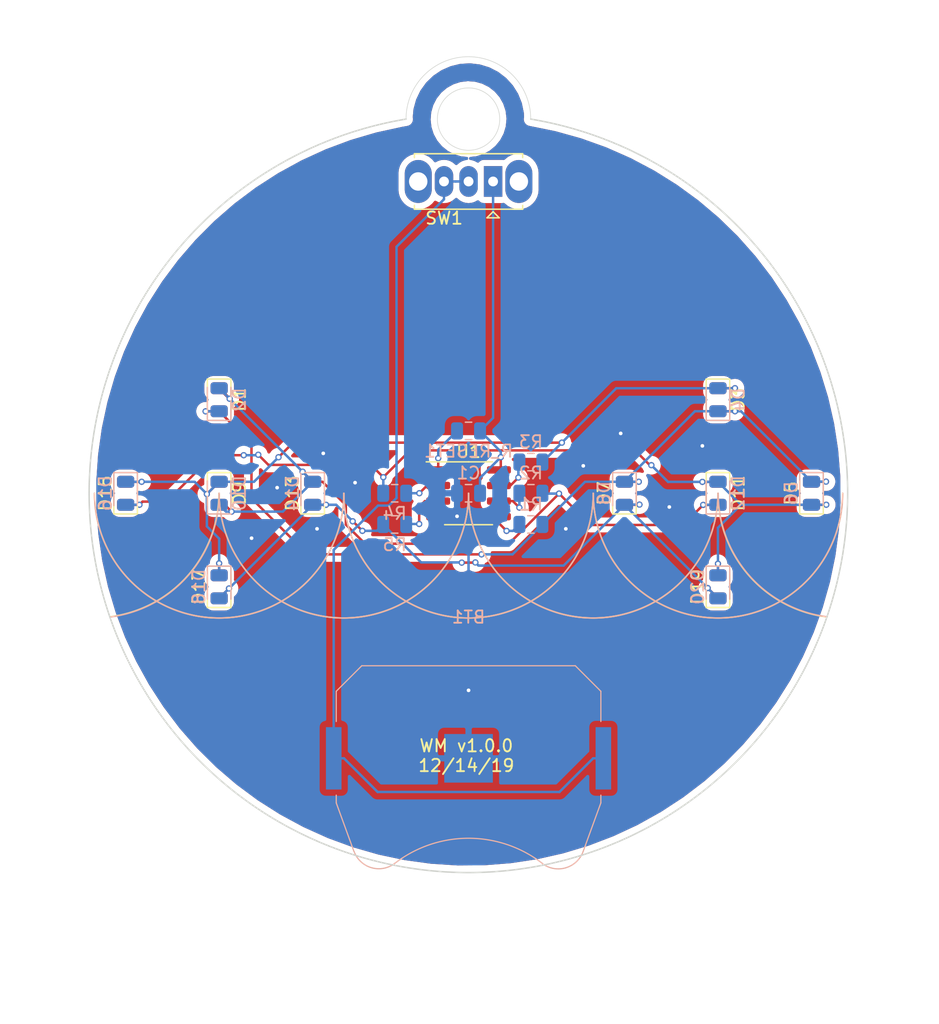
<source format=kicad_pcb>
(kicad_pcb (version 20171130) (host pcbnew "(5.1.2)-1")

  (general
    (thickness 1.6)
    (drawings 23)
    (tracks 246)
    (zones 0)
    (modules 30)
    (nets 15)
  )

  (page A4)
  (layers
    (0 F.Cu signal)
    (31 B.Cu signal)
    (32 B.Adhes user)
    (33 F.Adhes user)
    (34 B.Paste user)
    (35 F.Paste user)
    (36 B.SilkS user)
    (37 F.SilkS user)
    (38 B.Mask user)
    (39 F.Mask user)
    (40 Dwgs.User user)
    (41 Cmts.User user)
    (42 Eco1.User user)
    (43 Eco2.User user)
    (44 Edge.Cuts user)
    (45 Margin user)
    (46 B.CrtYd user)
    (47 F.CrtYd user)
    (48 B.Fab user)
    (49 F.Fab user)
  )

  (setup
    (last_trace_width 0.25)
    (user_trace_width 0.2)
    (trace_clearance 0.2)
    (zone_clearance 0.508)
    (zone_45_only no)
    (trace_min 0.2)
    (via_size 0.8)
    (via_drill 0.4)
    (via_min_size 0.4)
    (via_min_drill 0.3)
    (user_via 0.51 0.3)
    (uvia_size 0.3)
    (uvia_drill 0.1)
    (uvias_allowed no)
    (uvia_min_size 0.2)
    (uvia_min_drill 0.1)
    (edge_width 0.05)
    (segment_width 0.2)
    (pcb_text_width 0.3)
    (pcb_text_size 1.5 1.5)
    (mod_edge_width 0.12)
    (mod_text_size 1 1)
    (mod_text_width 0.15)
    (pad_size 1.524 1.524)
    (pad_drill 0.762)
    (pad_to_mask_clearance 0.051)
    (solder_mask_min_width 0.25)
    (aux_axis_origin 0 0)
    (visible_elements 7FFFFFFF)
    (pcbplotparams
      (layerselection 0x010fc_ffffffff)
      (usegerberextensions false)
      (usegerberattributes false)
      (usegerberadvancedattributes false)
      (creategerberjobfile false)
      (excludeedgelayer true)
      (linewidth 0.100000)
      (plotframeref false)
      (viasonmask false)
      (mode 1)
      (useauxorigin false)
      (hpglpennumber 1)
      (hpglpenspeed 20)
      (hpglpendiameter 15.000000)
      (psnegative false)
      (psa4output false)
      (plotreference true)
      (plotvalue true)
      (plotinvisibletext false)
      (padsonsilk false)
      (subtractmaskfromsilk false)
      (outputformat 1)
      (mirror false)
      (drillshape 0)
      (scaleselection 1)
      (outputdirectory "gbr/"))
  )

  (net 0 "")
  (net 1 /+3v)
  (net 2 /GND)
  (net 3 "Net-(C1-Pad1)")
  (net 4 "Net-(D1-Pad2)")
  (net 5 "Net-(D1-Pad1)")
  (net 6 "Net-(D11-Pad1)")
  (net 7 "Net-(R1-Pad2)")
  (net 8 "Net-(R2-Pad2)")
  (net 9 "Net-(R3-Pad2)")
  (net 10 "Net-(R4-Pad2)")
  (net 11 "Net-(R5-Pad2)")
  (net 12 "Net-(R_RESET1-Pad1)")
  (net 13 "Net-(D10-Pad2)")
  (net 14 "Net-(D13-Pad1)")

  (net_class Default "This is the default net class."
    (clearance 0.2)
    (trace_width 0.25)
    (via_dia 0.8)
    (via_drill 0.4)
    (uvia_dia 0.3)
    (uvia_drill 0.1)
    (add_net /+3v)
    (add_net /GND)
    (add_net "Net-(C1-Pad1)")
    (add_net "Net-(D1-Pad1)")
    (add_net "Net-(D1-Pad2)")
    (add_net "Net-(D10-Pad2)")
    (add_net "Net-(D11-Pad1)")
    (add_net "Net-(D13-Pad1)")
    (add_net "Net-(R1-Pad2)")
    (add_net "Net-(R2-Pad2)")
    (add_net "Net-(R3-Pad2)")
    (add_net "Net-(R4-Pad2)")
    (add_net "Net-(R5-Pad2)")
    (add_net "Net-(R_RESET1-Pad1)")
  )

  (module Package_SO:SOIC-8_3.9x4.9mm_P1.27mm (layer F.Cu) (tedit 5C97300E) (tstamp 5DF5B789)
    (at 152.4 60.96)
    (descr "SOIC, 8 Pin (JEDEC MS-012AA, https://www.analog.com/media/en/package-pcb-resources/package/pkg_pdf/soic_narrow-r/r_8.pdf), generated with kicad-footprint-generator ipc_gullwing_generator.py")
    (tags "SOIC SO")
    (path /5DF55AF0)
    (attr smd)
    (fp_text reference U1 (at 0 -3.4) (layer F.SilkS)
      (effects (font (size 1 1) (thickness 0.15)))
    )
    (fp_text value ATtiny13A-SSU (at 0 3.4) (layer F.Fab)
      (effects (font (size 1 1) (thickness 0.15)))
    )
    (fp_text user %R (at 0 0) (layer F.Fab)
      (effects (font (size 0.98 0.98) (thickness 0.15)))
    )
    (fp_line (start 3.7 -2.7) (end -3.7 -2.7) (layer F.CrtYd) (width 0.05))
    (fp_line (start 3.7 2.7) (end 3.7 -2.7) (layer F.CrtYd) (width 0.05))
    (fp_line (start -3.7 2.7) (end 3.7 2.7) (layer F.CrtYd) (width 0.05))
    (fp_line (start -3.7 -2.7) (end -3.7 2.7) (layer F.CrtYd) (width 0.05))
    (fp_line (start -1.95 -1.475) (end -0.975 -2.45) (layer F.Fab) (width 0.1))
    (fp_line (start -1.95 2.45) (end -1.95 -1.475) (layer F.Fab) (width 0.1))
    (fp_line (start 1.95 2.45) (end -1.95 2.45) (layer F.Fab) (width 0.1))
    (fp_line (start 1.95 -2.45) (end 1.95 2.45) (layer F.Fab) (width 0.1))
    (fp_line (start -0.975 -2.45) (end 1.95 -2.45) (layer F.Fab) (width 0.1))
    (fp_line (start 0 -2.56) (end -3.45 -2.56) (layer F.SilkS) (width 0.12))
    (fp_line (start 0 -2.56) (end 1.95 -2.56) (layer F.SilkS) (width 0.12))
    (fp_line (start 0 2.56) (end -1.95 2.56) (layer F.SilkS) (width 0.12))
    (fp_line (start 0 2.56) (end 1.95 2.56) (layer F.SilkS) (width 0.12))
    (pad 8 smd roundrect (at 2.475 -1.905) (size 1.95 0.6) (layers F.Cu F.Paste F.Mask) (roundrect_rratio 0.25)
      (net 3 "Net-(C1-Pad1)"))
    (pad 7 smd roundrect (at 2.475 -0.635) (size 1.95 0.6) (layers F.Cu F.Paste F.Mask) (roundrect_rratio 0.25)
      (net 9 "Net-(R3-Pad2)"))
    (pad 6 smd roundrect (at 2.475 0.635) (size 1.95 0.6) (layers F.Cu F.Paste F.Mask) (roundrect_rratio 0.25)
      (net 8 "Net-(R2-Pad2)"))
    (pad 5 smd roundrect (at 2.475 1.905) (size 1.95 0.6) (layers F.Cu F.Paste F.Mask) (roundrect_rratio 0.25)
      (net 7 "Net-(R1-Pad2)"))
    (pad 4 smd roundrect (at -2.475 1.905) (size 1.95 0.6) (layers F.Cu F.Paste F.Mask) (roundrect_rratio 0.25)
      (net 2 /GND))
    (pad 3 smd roundrect (at -2.475 0.635) (size 1.95 0.6) (layers F.Cu F.Paste F.Mask) (roundrect_rratio 0.25)
      (net 11 "Net-(R5-Pad2)"))
    (pad 2 smd roundrect (at -2.475 -0.635) (size 1.95 0.6) (layers F.Cu F.Paste F.Mask) (roundrect_rratio 0.25)
      (net 10 "Net-(R4-Pad2)"))
    (pad 1 smd roundrect (at -2.475 -1.905) (size 1.95 0.6) (layers F.Cu F.Paste F.Mask) (roundrect_rratio 0.25)
      (net 12 "Net-(R_RESET1-Pad1)"))
    (model ${KISYS3DMOD}/Package_SO.3dshapes/SOIC-8_3.9x4.9mm_P1.27mm.wrl
      (at (xyz 0 0 0))
      (scale (xyz 1 1 1))
      (rotate (xyz 0 0 0))
    )
  )

  (module Button_Switch_THT:SW_Slide_1P2T_CK_OS102011MS2Q (layer F.Cu) (tedit 5C5044D5) (tstamp 5DF5B76F)
    (at 154.4 35.56 180)
    (descr "CuK miniature slide switch, OS series, SPDT, https://www.ckswitches.com/media/1428/os.pdf")
    (tags "switch SPDT")
    (path /5DF5869D)
    (fp_text reference SW1 (at 3.99 -2.99) (layer F.SilkS)
      (effects (font (size 1 1) (thickness 0.15)))
    )
    (fp_text value SW_DPDT_x2 (at 2 3) (layer F.Fab)
      (effects (font (size 1 1) (thickness 0.15)))
    )
    (fp_line (start 0.5 -2.96) (end -0.5 -2.96) (layer F.SilkS) (width 0.12))
    (fp_line (start 0 -2.46) (end 0.5 -2.96) (layer F.SilkS) (width 0.12))
    (fp_line (start -0.5 -2.96) (end 0 -2.46) (layer F.SilkS) (width 0.12))
    (fp_line (start 0 -1.65) (end 0.5 -2.15) (layer F.Fab) (width 0.1))
    (fp_line (start -0.5 -2.15) (end 0 -1.65) (layer F.Fab) (width 0.1))
    (fp_line (start -3.45 2.4) (end -3.45 -2.4) (layer B.CrtYd) (width 0.05))
    (fp_line (start 7.45 2.4) (end -3.45 2.4) (layer B.CrtYd) (width 0.05))
    (fp_line (start 7.45 -2.4) (end 7.45 2.4) (layer B.CrtYd) (width 0.05))
    (fp_line (start -3.45 -2.4) (end 7.45 -2.4) (layer B.CrtYd) (width 0.05))
    (fp_text user %R (at 3.99 -2.99) (layer F.Fab)
      (effects (font (size 1 1) (thickness 0.15)))
    )
    (fp_line (start 6.41 2.26) (end 6.41 1.95) (layer F.SilkS) (width 0.12))
    (fp_line (start -2.41 2.26) (end -2.41 1.95) (layer F.SilkS) (width 0.12))
    (fp_line (start -2.41 -1.95) (end -2.41 -2.26) (layer F.SilkS) (width 0.12))
    (fp_line (start 6.41 2.26) (end -2.41 2.26) (layer F.SilkS) (width 0.12))
    (fp_line (start 6.41 -2.26) (end 6.41 -1.95) (layer F.SilkS) (width 0.12))
    (fp_line (start -2.41 -2.26) (end 6.41 -2.26) (layer F.SilkS) (width 0.12))
    (fp_line (start -2.3 -2.15) (end -0.5 -2.15) (layer F.Fab) (width 0.1))
    (fp_line (start 2 -1) (end 2 1) (layer F.Fab) (width 0.1))
    (fp_line (start 1.34 -1) (end 1.34 1) (layer F.Fab) (width 0.1))
    (fp_line (start 0.66 -1) (end 0.66 1) (layer F.Fab) (width 0.1))
    (fp_line (start 0 -1) (end 0 1) (layer F.Fab) (width 0.1))
    (fp_line (start 0 1) (end 4 1) (layer F.Fab) (width 0.1))
    (fp_line (start 4 -1) (end 4 1) (layer F.Fab) (width 0.1))
    (fp_line (start 0 -1) (end 4 -1) (layer F.Fab) (width 0.1))
    (fp_line (start -2.3 2.15) (end -2.3 -2.15) (layer F.Fab) (width 0.1))
    (fp_line (start 6.3 2.15) (end -2.3 2.15) (layer F.Fab) (width 0.1))
    (fp_line (start 6.3 -2.15) (end 6.3 2.15) (layer F.Fab) (width 0.1))
    (fp_line (start 0.5 -2.15) (end 6.3 -2.15) (layer F.Fab) (width 0.1))
    (pad "" thru_hole oval (at 6.1 0 180) (size 2.2 3.5) (drill 1.5) (layers *.Cu *.Mask))
    (pad "" thru_hole oval (at -2.1 0 180) (size 2.2 3.5) (drill 1.5) (layers *.Cu *.Mask))
    (pad 3 thru_hole oval (at 4 0 180) (size 1.5 2.5) (drill 0.8) (layers *.Cu *.Mask)
      (net 1 /+3v))
    (pad 2 thru_hole oval (at 2 0 180) (size 1.5 2.5) (drill 0.8) (layers *.Cu *.Mask)
      (net 1 /+3v))
    (pad 1 thru_hole rect (at 0 0 180) (size 1.5 2.5) (drill 0.8) (layers *.Cu *.Mask)
      (net 3 "Net-(C1-Pad1)"))
    (model ${KISYS3DMOD}/Button_Switch_THT.3dshapes/SW_Slide_1P2T_CK_OS102011MS2Q.wrl
      (at (xyz 0 0 0))
      (scale (xyz 1 1 1))
      (rotate (xyz 0 0 0))
    )
  )

  (module Resistor_SMD:R_0805_2012Metric (layer B.Cu) (tedit 5B36C52B) (tstamp 5DF5B74A)
    (at 152.4 55.88)
    (descr "Resistor SMD 0805 (2012 Metric), square (rectangular) end terminal, IPC_7351 nominal, (Body size source: https://docs.google.com/spreadsheets/d/1BsfQQcO9C6DZCsRaXUlFlo91Tg2WpOkGARC1WS5S8t0/edit?usp=sharing), generated with kicad-footprint-generator")
    (tags resistor)
    (path /5DF59613)
    (attr smd)
    (fp_text reference R_RESET1 (at 0 1.65 180) (layer B.SilkS)
      (effects (font (size 1 1) (thickness 0.15)) (justify mirror))
    )
    (fp_text value 10kR (at 0 -1.65 180) (layer B.Fab)
      (effects (font (size 1 1) (thickness 0.15)) (justify mirror))
    )
    (fp_text user %R (at 0 0 180) (layer B.Fab)
      (effects (font (size 0.5 0.5) (thickness 0.08)) (justify mirror))
    )
    (fp_line (start 1.68 -0.95) (end -1.68 -0.95) (layer B.CrtYd) (width 0.05))
    (fp_line (start 1.68 0.95) (end 1.68 -0.95) (layer B.CrtYd) (width 0.05))
    (fp_line (start -1.68 0.95) (end 1.68 0.95) (layer B.CrtYd) (width 0.05))
    (fp_line (start -1.68 -0.95) (end -1.68 0.95) (layer B.CrtYd) (width 0.05))
    (fp_line (start -0.258578 -0.71) (end 0.258578 -0.71) (layer B.SilkS) (width 0.12))
    (fp_line (start -0.258578 0.71) (end 0.258578 0.71) (layer B.SilkS) (width 0.12))
    (fp_line (start 1 -0.6) (end -1 -0.6) (layer B.Fab) (width 0.1))
    (fp_line (start 1 0.6) (end 1 -0.6) (layer B.Fab) (width 0.1))
    (fp_line (start -1 0.6) (end 1 0.6) (layer B.Fab) (width 0.1))
    (fp_line (start -1 -0.6) (end -1 0.6) (layer B.Fab) (width 0.1))
    (pad 2 smd roundrect (at 0.9375 0) (size 0.975 1.4) (layers B.Cu B.Paste B.Mask) (roundrect_rratio 0.25)
      (net 3 "Net-(C1-Pad1)"))
    (pad 1 smd roundrect (at -0.9375 0) (size 0.975 1.4) (layers B.Cu B.Paste B.Mask) (roundrect_rratio 0.25)
      (net 12 "Net-(R_RESET1-Pad1)"))
    (model ${KISYS3DMOD}/Resistor_SMD.3dshapes/R_0805_2012Metric.wrl
      (at (xyz 0 0 0))
      (scale (xyz 1 1 1))
      (rotate (xyz 0 0 0))
    )
  )

  (module Resistor_SMD:R_0805_2012Metric (layer B.Cu) (tedit 5B36C52B) (tstamp 5DF5B739)
    (at 146.3825 63.5)
    (descr "Resistor SMD 0805 (2012 Metric), square (rectangular) end terminal, IPC_7351 nominal, (Body size source: https://docs.google.com/spreadsheets/d/1BsfQQcO9C6DZCsRaXUlFlo91Tg2WpOkGARC1WS5S8t0/edit?usp=sharing), generated with kicad-footprint-generator")
    (tags resistor)
    (path /5DF5B766)
    (attr smd)
    (fp_text reference R5 (at 0 1.65) (layer B.SilkS)
      (effects (font (size 1 1) (thickness 0.15)) (justify mirror))
    )
    (fp_text value 100R (at 0 -1.65) (layer B.Fab)
      (effects (font (size 1 1) (thickness 0.15)) (justify mirror))
    )
    (fp_text user %R (at 0 0) (layer B.Fab)
      (effects (font (size 0.5 0.5) (thickness 0.08)) (justify mirror))
    )
    (fp_line (start 1.68 -0.95) (end -1.68 -0.95) (layer B.CrtYd) (width 0.05))
    (fp_line (start 1.68 0.95) (end 1.68 -0.95) (layer B.CrtYd) (width 0.05))
    (fp_line (start -1.68 0.95) (end 1.68 0.95) (layer B.CrtYd) (width 0.05))
    (fp_line (start -1.68 -0.95) (end -1.68 0.95) (layer B.CrtYd) (width 0.05))
    (fp_line (start -0.258578 -0.71) (end 0.258578 -0.71) (layer B.SilkS) (width 0.12))
    (fp_line (start -0.258578 0.71) (end 0.258578 0.71) (layer B.SilkS) (width 0.12))
    (fp_line (start 1 -0.6) (end -1 -0.6) (layer B.Fab) (width 0.1))
    (fp_line (start 1 0.6) (end 1 -0.6) (layer B.Fab) (width 0.1))
    (fp_line (start -1 0.6) (end 1 0.6) (layer B.Fab) (width 0.1))
    (fp_line (start -1 -0.6) (end -1 0.6) (layer B.Fab) (width 0.1))
    (pad 2 smd roundrect (at 0.9375 0) (size 0.975 1.4) (layers B.Cu B.Paste B.Mask) (roundrect_rratio 0.25)
      (net 11 "Net-(R5-Pad2)"))
    (pad 1 smd roundrect (at -0.9375 0) (size 0.975 1.4) (layers B.Cu B.Paste B.Mask) (roundrect_rratio 0.25)
      (net 14 "Net-(D13-Pad1)"))
    (model ${KISYS3DMOD}/Resistor_SMD.3dshapes/R_0805_2012Metric.wrl
      (at (xyz 0 0 0))
      (scale (xyz 1 1 1))
      (rotate (xyz 0 0 0))
    )
  )

  (module Resistor_SMD:R_0805_2012Metric (layer B.Cu) (tedit 5B36C52B) (tstamp 5DF5B728)
    (at 146.3825 60.96)
    (descr "Resistor SMD 0805 (2012 Metric), square (rectangular) end terminal, IPC_7351 nominal, (Body size source: https://docs.google.com/spreadsheets/d/1BsfQQcO9C6DZCsRaXUlFlo91Tg2WpOkGARC1WS5S8t0/edit?usp=sharing), generated with kicad-footprint-generator")
    (tags resistor)
    (path /5DF5B535)
    (attr smd)
    (fp_text reference R4 (at 0 1.65) (layer B.SilkS)
      (effects (font (size 1 1) (thickness 0.15)) (justify mirror))
    )
    (fp_text value 100R (at 0 -1.65) (layer B.Fab)
      (effects (font (size 1 1) (thickness 0.15)) (justify mirror))
    )
    (fp_text user %R (at 0 0) (layer B.Fab)
      (effects (font (size 0.5 0.5) (thickness 0.08)) (justify mirror))
    )
    (fp_line (start 1.68 -0.95) (end -1.68 -0.95) (layer B.CrtYd) (width 0.05))
    (fp_line (start 1.68 0.95) (end 1.68 -0.95) (layer B.CrtYd) (width 0.05))
    (fp_line (start -1.68 0.95) (end 1.68 0.95) (layer B.CrtYd) (width 0.05))
    (fp_line (start -1.68 -0.95) (end -1.68 0.95) (layer B.CrtYd) (width 0.05))
    (fp_line (start -0.258578 -0.71) (end 0.258578 -0.71) (layer B.SilkS) (width 0.12))
    (fp_line (start -0.258578 0.71) (end 0.258578 0.71) (layer B.SilkS) (width 0.12))
    (fp_line (start 1 -0.6) (end -1 -0.6) (layer B.Fab) (width 0.1))
    (fp_line (start 1 0.6) (end 1 -0.6) (layer B.Fab) (width 0.1))
    (fp_line (start -1 0.6) (end 1 0.6) (layer B.Fab) (width 0.1))
    (fp_line (start -1 -0.6) (end -1 0.6) (layer B.Fab) (width 0.1))
    (pad 2 smd roundrect (at 0.9375 0) (size 0.975 1.4) (layers B.Cu B.Paste B.Mask) (roundrect_rratio 0.25)
      (net 10 "Net-(R4-Pad2)"))
    (pad 1 smd roundrect (at -0.9375 0) (size 0.975 1.4) (layers B.Cu B.Paste B.Mask) (roundrect_rratio 0.25)
      (net 6 "Net-(D11-Pad1)"))
    (model ${KISYS3DMOD}/Resistor_SMD.3dshapes/R_0805_2012Metric.wrl
      (at (xyz 0 0 0))
      (scale (xyz 1 1 1))
      (rotate (xyz 0 0 0))
    )
  )

  (module Resistor_SMD:R_0805_2012Metric (layer B.Cu) (tedit 5B36C52B) (tstamp 5DF5B717)
    (at 157.48 58.42 180)
    (descr "Resistor SMD 0805 (2012 Metric), square (rectangular) end terminal, IPC_7351 nominal, (Body size source: https://docs.google.com/spreadsheets/d/1BsfQQcO9C6DZCsRaXUlFlo91Tg2WpOkGARC1WS5S8t0/edit?usp=sharing), generated with kicad-footprint-generator")
    (tags resistor)
    (path /5DF5B52F)
    (attr smd)
    (fp_text reference R3 (at 0 1.65) (layer B.SilkS)
      (effects (font (size 1 1) (thickness 0.15)) (justify mirror))
    )
    (fp_text value 100R (at 0 -1.65) (layer B.Fab)
      (effects (font (size 1 1) (thickness 0.15)) (justify mirror))
    )
    (fp_text user %R (at 0 0) (layer B.Fab)
      (effects (font (size 0.5 0.5) (thickness 0.08)) (justify mirror))
    )
    (fp_line (start 1.68 -0.95) (end -1.68 -0.95) (layer B.CrtYd) (width 0.05))
    (fp_line (start 1.68 0.95) (end 1.68 -0.95) (layer B.CrtYd) (width 0.05))
    (fp_line (start -1.68 0.95) (end 1.68 0.95) (layer B.CrtYd) (width 0.05))
    (fp_line (start -1.68 -0.95) (end -1.68 0.95) (layer B.CrtYd) (width 0.05))
    (fp_line (start -0.258578 -0.71) (end 0.258578 -0.71) (layer B.SilkS) (width 0.12))
    (fp_line (start -0.258578 0.71) (end 0.258578 0.71) (layer B.SilkS) (width 0.12))
    (fp_line (start 1 -0.6) (end -1 -0.6) (layer B.Fab) (width 0.1))
    (fp_line (start 1 0.6) (end 1 -0.6) (layer B.Fab) (width 0.1))
    (fp_line (start -1 0.6) (end 1 0.6) (layer B.Fab) (width 0.1))
    (fp_line (start -1 -0.6) (end -1 0.6) (layer B.Fab) (width 0.1))
    (pad 2 smd roundrect (at 0.9375 0 180) (size 0.975 1.4) (layers B.Cu B.Paste B.Mask) (roundrect_rratio 0.25)
      (net 9 "Net-(R3-Pad2)"))
    (pad 1 smd roundrect (at -0.9375 0 180) (size 0.975 1.4) (layers B.Cu B.Paste B.Mask) (roundrect_rratio 0.25)
      (net 13 "Net-(D10-Pad2)"))
    (model ${KISYS3DMOD}/Resistor_SMD.3dshapes/R_0805_2012Metric.wrl
      (at (xyz 0 0 0))
      (scale (xyz 1 1 1))
      (rotate (xyz 0 0 0))
    )
  )

  (module Resistor_SMD:R_0805_2012Metric (layer B.Cu) (tedit 5B36C52B) (tstamp 5DF5B706)
    (at 157.48 60.96 180)
    (descr "Resistor SMD 0805 (2012 Metric), square (rectangular) end terminal, IPC_7351 nominal, (Body size source: https://docs.google.com/spreadsheets/d/1BsfQQcO9C6DZCsRaXUlFlo91Tg2WpOkGARC1WS5S8t0/edit?usp=sharing), generated with kicad-footprint-generator")
    (tags resistor)
    (path /5DF5B079)
    (attr smd)
    (fp_text reference R2 (at 0 1.65) (layer B.SilkS)
      (effects (font (size 1 1) (thickness 0.15)) (justify mirror))
    )
    (fp_text value 100R (at 0 -1.65) (layer B.Fab)
      (effects (font (size 1 1) (thickness 0.15)) (justify mirror))
    )
    (fp_text user %R (at 0 0) (layer B.Fab)
      (effects (font (size 0.5 0.5) (thickness 0.08)) (justify mirror))
    )
    (fp_line (start 1.68 -0.95) (end -1.68 -0.95) (layer B.CrtYd) (width 0.05))
    (fp_line (start 1.68 0.95) (end 1.68 -0.95) (layer B.CrtYd) (width 0.05))
    (fp_line (start -1.68 0.95) (end 1.68 0.95) (layer B.CrtYd) (width 0.05))
    (fp_line (start -1.68 -0.95) (end -1.68 0.95) (layer B.CrtYd) (width 0.05))
    (fp_line (start -0.258578 -0.71) (end 0.258578 -0.71) (layer B.SilkS) (width 0.12))
    (fp_line (start -0.258578 0.71) (end 0.258578 0.71) (layer B.SilkS) (width 0.12))
    (fp_line (start 1 -0.6) (end -1 -0.6) (layer B.Fab) (width 0.1))
    (fp_line (start 1 0.6) (end 1 -0.6) (layer B.Fab) (width 0.1))
    (fp_line (start -1 0.6) (end 1 0.6) (layer B.Fab) (width 0.1))
    (fp_line (start -1 -0.6) (end -1 0.6) (layer B.Fab) (width 0.1))
    (pad 2 smd roundrect (at 0.9375 0 180) (size 0.975 1.4) (layers B.Cu B.Paste B.Mask) (roundrect_rratio 0.25)
      (net 8 "Net-(R2-Pad2)"))
    (pad 1 smd roundrect (at -0.9375 0 180) (size 0.975 1.4) (layers B.Cu B.Paste B.Mask) (roundrect_rratio 0.25)
      (net 5 "Net-(D1-Pad1)"))
    (model ${KISYS3DMOD}/Resistor_SMD.3dshapes/R_0805_2012Metric.wrl
      (at (xyz 0 0 0))
      (scale (xyz 1 1 1))
      (rotate (xyz 0 0 0))
    )
  )

  (module Resistor_SMD:R_0805_2012Metric (layer B.Cu) (tedit 5B36C52B) (tstamp 5DF5B6F5)
    (at 157.48 63.5 180)
    (descr "Resistor SMD 0805 (2012 Metric), square (rectangular) end terminal, IPC_7351 nominal, (Body size source: https://docs.google.com/spreadsheets/d/1BsfQQcO9C6DZCsRaXUlFlo91Tg2WpOkGARC1WS5S8t0/edit?usp=sharing), generated with kicad-footprint-generator")
    (tags resistor)
    (path /5DF5A7B1)
    (attr smd)
    (fp_text reference R1 (at 0 1.65) (layer B.SilkS)
      (effects (font (size 1 1) (thickness 0.15)) (justify mirror))
    )
    (fp_text value 100R (at 0 -1.65) (layer B.Fab)
      (effects (font (size 1 1) (thickness 0.15)) (justify mirror))
    )
    (fp_text user %R (at 0 0) (layer B.Fab)
      (effects (font (size 0.5 0.5) (thickness 0.08)) (justify mirror))
    )
    (fp_line (start 1.68 -0.95) (end -1.68 -0.95) (layer B.CrtYd) (width 0.05))
    (fp_line (start 1.68 0.95) (end 1.68 -0.95) (layer B.CrtYd) (width 0.05))
    (fp_line (start -1.68 0.95) (end 1.68 0.95) (layer B.CrtYd) (width 0.05))
    (fp_line (start -1.68 -0.95) (end -1.68 0.95) (layer B.CrtYd) (width 0.05))
    (fp_line (start -0.258578 -0.71) (end 0.258578 -0.71) (layer B.SilkS) (width 0.12))
    (fp_line (start -0.258578 0.71) (end 0.258578 0.71) (layer B.SilkS) (width 0.12))
    (fp_line (start 1 -0.6) (end -1 -0.6) (layer B.Fab) (width 0.1))
    (fp_line (start 1 0.6) (end 1 -0.6) (layer B.Fab) (width 0.1))
    (fp_line (start -1 0.6) (end 1 0.6) (layer B.Fab) (width 0.1))
    (fp_line (start -1 -0.6) (end -1 0.6) (layer B.Fab) (width 0.1))
    (pad 2 smd roundrect (at 0.9375 0 180) (size 0.975 1.4) (layers B.Cu B.Paste B.Mask) (roundrect_rratio 0.25)
      (net 7 "Net-(R1-Pad2)"))
    (pad 1 smd roundrect (at -0.9375 0 180) (size 0.975 1.4) (layers B.Cu B.Paste B.Mask) (roundrect_rratio 0.25)
      (net 4 "Net-(D1-Pad2)"))
    (model ${KISYS3DMOD}/Resistor_SMD.3dshapes/R_0805_2012Metric.wrl
      (at (xyz 0 0 0))
      (scale (xyz 1 1 1))
      (rotate (xyz 0 0 0))
    )
  )

  (module LED_SMD:LED_0805_2012Metric (layer B.Cu) (tedit 5B36C52C) (tstamp 5DF5B6E4)
    (at 165.1 60.96 270)
    (descr "LED SMD 0805 (2012 Metric), square (rectangular) end terminal, IPC_7351 nominal, (Body size source: https://docs.google.com/spreadsheets/d/1BsfQQcO9C6DZCsRaXUlFlo91Tg2WpOkGARC1WS5S8t0/edit?usp=sharing), generated with kicad-footprint-generator")
    (tags diode)
    (path /5DF6F737)
    (attr smd)
    (fp_text reference D8 (at 0 1.65 270) (layer B.SilkS)
      (effects (font (size 1 1) (thickness 0.15)) (justify mirror))
    )
    (fp_text value LED (at 0 -1.65 270) (layer B.Fab)
      (effects (font (size 1 1) (thickness 0.15)) (justify mirror))
    )
    (fp_text user %R (at 0 0 270) (layer B.Fab)
      (effects (font (size 0.5 0.5) (thickness 0.08)) (justify mirror))
    )
    (fp_line (start 1.68 -0.95) (end -1.68 -0.95) (layer B.CrtYd) (width 0.05))
    (fp_line (start 1.68 0.95) (end 1.68 -0.95) (layer B.CrtYd) (width 0.05))
    (fp_line (start -1.68 0.95) (end 1.68 0.95) (layer B.CrtYd) (width 0.05))
    (fp_line (start -1.68 -0.95) (end -1.68 0.95) (layer B.CrtYd) (width 0.05))
    (fp_line (start -1.685 -0.96) (end 1 -0.96) (layer B.SilkS) (width 0.12))
    (fp_line (start -1.685 0.96) (end -1.685 -0.96) (layer B.SilkS) (width 0.12))
    (fp_line (start 1 0.96) (end -1.685 0.96) (layer B.SilkS) (width 0.12))
    (fp_line (start 1 -0.6) (end 1 0.6) (layer B.Fab) (width 0.1))
    (fp_line (start -1 -0.6) (end 1 -0.6) (layer B.Fab) (width 0.1))
    (fp_line (start -1 0.3) (end -1 -0.6) (layer B.Fab) (width 0.1))
    (fp_line (start -0.7 0.6) (end -1 0.3) (layer B.Fab) (width 0.1))
    (fp_line (start 1 0.6) (end -0.7 0.6) (layer B.Fab) (width 0.1))
    (pad 2 smd roundrect (at 0.9375 0 270) (size 0.975 1.4) (layers B.Cu B.Paste B.Mask) (roundrect_rratio 0.25)
      (net 14 "Net-(D13-Pad1)"))
    (pad 1 smd roundrect (at -0.9375 0 270) (size 0.975 1.4) (layers B.Cu B.Paste B.Mask) (roundrect_rratio 0.25)
      (net 4 "Net-(D1-Pad2)"))
    (model ${KISYS3DMOD}/LED_SMD.3dshapes/LED_0805_2012Metric.wrl
      (at (xyz 0 0 0))
      (scale (xyz 1 1 1))
      (rotate (xyz 0 0 0))
    )
  )

  (module LED_SMD:LED_0805_2012Metric (layer F.Cu) (tedit 5B36C52C) (tstamp 5DF5B6D1)
    (at 165.1 60.96 90)
    (descr "LED SMD 0805 (2012 Metric), square (rectangular) end terminal, IPC_7351 nominal, (Body size source: https://docs.google.com/spreadsheets/d/1BsfQQcO9C6DZCsRaXUlFlo91Tg2WpOkGARC1WS5S8t0/edit?usp=sharing), generated with kicad-footprint-generator")
    (tags diode)
    (path /5DF622C4)
    (attr smd)
    (fp_text reference D7 (at 0 -1.65 90) (layer F.SilkS)
      (effects (font (size 1 1) (thickness 0.15)))
    )
    (fp_text value LED (at 0 1.65 90) (layer F.Fab)
      (effects (font (size 1 1) (thickness 0.15)))
    )
    (fp_text user %R (at 0 0 90) (layer F.Fab)
      (effects (font (size 0.5 0.5) (thickness 0.08)))
    )
    (fp_line (start 1.68 0.95) (end -1.68 0.95) (layer F.CrtYd) (width 0.05))
    (fp_line (start 1.68 -0.95) (end 1.68 0.95) (layer F.CrtYd) (width 0.05))
    (fp_line (start -1.68 -0.95) (end 1.68 -0.95) (layer F.CrtYd) (width 0.05))
    (fp_line (start -1.68 0.95) (end -1.68 -0.95) (layer F.CrtYd) (width 0.05))
    (fp_line (start -1.685 0.96) (end 1 0.96) (layer F.SilkS) (width 0.12))
    (fp_line (start -1.685 -0.96) (end -1.685 0.96) (layer F.SilkS) (width 0.12))
    (fp_line (start 1 -0.96) (end -1.685 -0.96) (layer F.SilkS) (width 0.12))
    (fp_line (start 1 0.6) (end 1 -0.6) (layer F.Fab) (width 0.1))
    (fp_line (start -1 0.6) (end 1 0.6) (layer F.Fab) (width 0.1))
    (fp_line (start -1 -0.3) (end -1 0.6) (layer F.Fab) (width 0.1))
    (fp_line (start -0.7 -0.6) (end -1 -0.3) (layer F.Fab) (width 0.1))
    (fp_line (start 1 -0.6) (end -0.7 -0.6) (layer F.Fab) (width 0.1))
    (pad 2 smd roundrect (at 0.9375 0 90) (size 0.975 1.4) (layers F.Cu F.Paste F.Mask) (roundrect_rratio 0.25)
      (net 4 "Net-(D1-Pad2)"))
    (pad 1 smd roundrect (at -0.9375 0 90) (size 0.975 1.4) (layers F.Cu F.Paste F.Mask) (roundrect_rratio 0.25)
      (net 14 "Net-(D13-Pad1)"))
    (model ${KISYS3DMOD}/LED_SMD.3dshapes/LED_0805_2012Metric.wrl
      (at (xyz 0 0 0))
      (scale (xyz 1 1 1))
      (rotate (xyz 0 0 0))
    )
  )

  (module LED_SMD:LED_0805_2012Metric (layer B.Cu) (tedit 5B36C52C) (tstamp 5DF5B6BE)
    (at 180.34 60.96 270)
    (descr "LED SMD 0805 (2012 Metric), square (rectangular) end terminal, IPC_7351 nominal, (Body size source: https://docs.google.com/spreadsheets/d/1BsfQQcO9C6DZCsRaXUlFlo91Tg2WpOkGARC1WS5S8t0/edit?usp=sharing), generated with kicad-footprint-generator")
    (tags diode)
    (path /5DF6CF04)
    (attr smd)
    (fp_text reference D6 (at 0 1.65 90) (layer B.SilkS)
      (effects (font (size 1 1) (thickness 0.15)) (justify mirror))
    )
    (fp_text value LED (at 0 -1.65 90) (layer B.Fab)
      (effects (font (size 1 1) (thickness 0.15)) (justify mirror))
    )
    (fp_text user %R (at 0 0 90) (layer B.Fab)
      (effects (font (size 0.5 0.5) (thickness 0.08)) (justify mirror))
    )
    (fp_line (start 1.68 -0.95) (end -1.68 -0.95) (layer B.CrtYd) (width 0.05))
    (fp_line (start 1.68 0.95) (end 1.68 -0.95) (layer B.CrtYd) (width 0.05))
    (fp_line (start -1.68 0.95) (end 1.68 0.95) (layer B.CrtYd) (width 0.05))
    (fp_line (start -1.68 -0.95) (end -1.68 0.95) (layer B.CrtYd) (width 0.05))
    (fp_line (start -1.685 -0.96) (end 1 -0.96) (layer B.SilkS) (width 0.12))
    (fp_line (start -1.685 0.96) (end -1.685 -0.96) (layer B.SilkS) (width 0.12))
    (fp_line (start 1 0.96) (end -1.685 0.96) (layer B.SilkS) (width 0.12))
    (fp_line (start 1 -0.6) (end 1 0.6) (layer B.Fab) (width 0.1))
    (fp_line (start -1 -0.6) (end 1 -0.6) (layer B.Fab) (width 0.1))
    (fp_line (start -1 0.3) (end -1 -0.6) (layer B.Fab) (width 0.1))
    (fp_line (start -0.7 0.6) (end -1 0.3) (layer B.Fab) (width 0.1))
    (fp_line (start 1 0.6) (end -0.7 0.6) (layer B.Fab) (width 0.1))
    (pad 2 smd roundrect (at 0.9375 0 270) (size 0.975 1.4) (layers B.Cu B.Paste B.Mask) (roundrect_rratio 0.25)
      (net 6 "Net-(D11-Pad1)"))
    (pad 1 smd roundrect (at -0.9375 0 270) (size 0.975 1.4) (layers B.Cu B.Paste B.Mask) (roundrect_rratio 0.25)
      (net 4 "Net-(D1-Pad2)"))
    (model ${KISYS3DMOD}/LED_SMD.3dshapes/LED_0805_2012Metric.wrl
      (at (xyz 0 0 0))
      (scale (xyz 1 1 1))
      (rotate (xyz 0 0 0))
    )
  )

  (module LED_SMD:LED_0805_2012Metric (layer B.Cu) (tedit 5B36C52C) (tstamp 5DF5B6AB)
    (at 139.7 60.96 270)
    (descr "LED SMD 0805 (2012 Metric), square (rectangular) end terminal, IPC_7351 nominal, (Body size source: https://docs.google.com/spreadsheets/d/1BsfQQcO9C6DZCsRaXUlFlo91Tg2WpOkGARC1WS5S8t0/edit?usp=sharing), generated with kicad-footprint-generator")
    (tags diode)
    (path /5DF61643)
    (attr smd)
    (fp_text reference D14 (at 0 1.65 90) (layer B.SilkS)
      (effects (font (size 1 1) (thickness 0.15)) (justify mirror))
    )
    (fp_text value LED (at 0 -1.65 90) (layer B.Fab)
      (effects (font (size 1 1) (thickness 0.15)) (justify mirror))
    )
    (fp_text user %R (at 0 0 90) (layer B.Fab)
      (effects (font (size 0.5 0.5) (thickness 0.08)) (justify mirror))
    )
    (fp_line (start 1.68 -0.95) (end -1.68 -0.95) (layer B.CrtYd) (width 0.05))
    (fp_line (start 1.68 0.95) (end 1.68 -0.95) (layer B.CrtYd) (width 0.05))
    (fp_line (start -1.68 0.95) (end 1.68 0.95) (layer B.CrtYd) (width 0.05))
    (fp_line (start -1.68 -0.95) (end -1.68 0.95) (layer B.CrtYd) (width 0.05))
    (fp_line (start -1.685 -0.96) (end 1 -0.96) (layer B.SilkS) (width 0.12))
    (fp_line (start -1.685 0.96) (end -1.685 -0.96) (layer B.SilkS) (width 0.12))
    (fp_line (start 1 0.96) (end -1.685 0.96) (layer B.SilkS) (width 0.12))
    (fp_line (start 1 -0.6) (end 1 0.6) (layer B.Fab) (width 0.1))
    (fp_line (start -1 -0.6) (end 1 -0.6) (layer B.Fab) (width 0.1))
    (fp_line (start -1 0.3) (end -1 -0.6) (layer B.Fab) (width 0.1))
    (fp_line (start -0.7 0.6) (end -1 0.3) (layer B.Fab) (width 0.1))
    (fp_line (start 1 0.6) (end -0.7 0.6) (layer B.Fab) (width 0.1))
    (pad 2 smd roundrect (at 0.9375 0 270) (size 0.975 1.4) (layers B.Cu B.Paste B.Mask) (roundrect_rratio 0.25)
      (net 14 "Net-(D13-Pad1)"))
    (pad 1 smd roundrect (at -0.9375 0 270) (size 0.975 1.4) (layers B.Cu B.Paste B.Mask) (roundrect_rratio 0.25)
      (net 5 "Net-(D1-Pad1)"))
    (model ${KISYS3DMOD}/LED_SMD.3dshapes/LED_0805_2012Metric.wrl
      (at (xyz 0 0 0))
      (scale (xyz 1 1 1))
      (rotate (xyz 0 0 0))
    )
  )

  (module LED_SMD:LED_0805_2012Metric (layer F.Cu) (tedit 5B36C52C) (tstamp 5DF5B698)
    (at 139.7 60.96 90)
    (descr "LED SMD 0805 (2012 Metric), square (rectangular) end terminal, IPC_7351 nominal, (Body size source: https://docs.google.com/spreadsheets/d/1BsfQQcO9C6DZCsRaXUlFlo91Tg2WpOkGARC1WS5S8t0/edit?usp=sharing), generated with kicad-footprint-generator")
    (tags diode)
    (path /5DF6F73D)
    (attr smd)
    (fp_text reference D13 (at 0 -1.65 90) (layer F.SilkS)
      (effects (font (size 1 1) (thickness 0.15)))
    )
    (fp_text value LED (at 0 1.65 90) (layer F.Fab)
      (effects (font (size 1 1) (thickness 0.15)))
    )
    (fp_text user %R (at 0 0 90) (layer F.Fab)
      (effects (font (size 0.5 0.5) (thickness 0.08)))
    )
    (fp_line (start 1.68 0.95) (end -1.68 0.95) (layer F.CrtYd) (width 0.05))
    (fp_line (start 1.68 -0.95) (end 1.68 0.95) (layer F.CrtYd) (width 0.05))
    (fp_line (start -1.68 -0.95) (end 1.68 -0.95) (layer F.CrtYd) (width 0.05))
    (fp_line (start -1.68 0.95) (end -1.68 -0.95) (layer F.CrtYd) (width 0.05))
    (fp_line (start -1.685 0.96) (end 1 0.96) (layer F.SilkS) (width 0.12))
    (fp_line (start -1.685 -0.96) (end -1.685 0.96) (layer F.SilkS) (width 0.12))
    (fp_line (start 1 -0.96) (end -1.685 -0.96) (layer F.SilkS) (width 0.12))
    (fp_line (start 1 0.6) (end 1 -0.6) (layer F.Fab) (width 0.1))
    (fp_line (start -1 0.6) (end 1 0.6) (layer F.Fab) (width 0.1))
    (fp_line (start -1 -0.3) (end -1 0.6) (layer F.Fab) (width 0.1))
    (fp_line (start -0.7 -0.6) (end -1 -0.3) (layer F.Fab) (width 0.1))
    (fp_line (start 1 -0.6) (end -0.7 -0.6) (layer F.Fab) (width 0.1))
    (pad 2 smd roundrect (at 0.9375 0 90) (size 0.975 1.4) (layers F.Cu F.Paste F.Mask) (roundrect_rratio 0.25)
      (net 5 "Net-(D1-Pad1)"))
    (pad 1 smd roundrect (at -0.9375 0 90) (size 0.975 1.4) (layers F.Cu F.Paste F.Mask) (roundrect_rratio 0.25)
      (net 14 "Net-(D13-Pad1)"))
    (model ${KISYS3DMOD}/LED_SMD.3dshapes/LED_0805_2012Metric.wrl
      (at (xyz 0 0 0))
      (scale (xyz 1 1 1))
      (rotate (xyz 0 0 0))
    )
  )

  (module LED_SMD:LED_0805_2012Metric (layer F.Cu) (tedit 5B36C52C) (tstamp 5DF5B685)
    (at 180.34 60.96 90)
    (descr "LED SMD 0805 (2012 Metric), square (rectangular) end terminal, IPC_7351 nominal, (Body size source: https://docs.google.com/spreadsheets/d/1BsfQQcO9C6DZCsRaXUlFlo91Tg2WpOkGARC1WS5S8t0/edit?usp=sharing), generated with kicad-footprint-generator")
    (tags diode)
    (path /5DF6CF16)
    (attr smd)
    (fp_text reference D5 (at 0 -1.65 90) (layer F.SilkS)
      (effects (font (size 1 1) (thickness 0.15)))
    )
    (fp_text value LED (at 0 1.65 90) (layer F.Fab)
      (effects (font (size 1 1) (thickness 0.15)))
    )
    (fp_text user %R (at 0 0 90) (layer F.Fab)
      (effects (font (size 0.5 0.5) (thickness 0.08)))
    )
    (fp_line (start 1.68 0.95) (end -1.68 0.95) (layer F.CrtYd) (width 0.05))
    (fp_line (start 1.68 -0.95) (end 1.68 0.95) (layer F.CrtYd) (width 0.05))
    (fp_line (start -1.68 -0.95) (end 1.68 -0.95) (layer F.CrtYd) (width 0.05))
    (fp_line (start -1.68 0.95) (end -1.68 -0.95) (layer F.CrtYd) (width 0.05))
    (fp_line (start -1.685 0.96) (end 1 0.96) (layer F.SilkS) (width 0.12))
    (fp_line (start -1.685 -0.96) (end -1.685 0.96) (layer F.SilkS) (width 0.12))
    (fp_line (start 1 -0.96) (end -1.685 -0.96) (layer F.SilkS) (width 0.12))
    (fp_line (start 1 0.6) (end 1 -0.6) (layer F.Fab) (width 0.1))
    (fp_line (start -1 0.6) (end 1 0.6) (layer F.Fab) (width 0.1))
    (fp_line (start -1 -0.3) (end -1 0.6) (layer F.Fab) (width 0.1))
    (fp_line (start -0.7 -0.6) (end -1 -0.3) (layer F.Fab) (width 0.1))
    (fp_line (start 1 -0.6) (end -0.7 -0.6) (layer F.Fab) (width 0.1))
    (pad 2 smd roundrect (at 0.9375 0 90) (size 0.975 1.4) (layers F.Cu F.Paste F.Mask) (roundrect_rratio 0.25)
      (net 4 "Net-(D1-Pad2)"))
    (pad 1 smd roundrect (at -0.9375 0 90) (size 0.975 1.4) (layers F.Cu F.Paste F.Mask) (roundrect_rratio 0.25)
      (net 6 "Net-(D11-Pad1)"))
    (model ${KISYS3DMOD}/LED_SMD.3dshapes/LED_0805_2012Metric.wrl
      (at (xyz 0 0 0))
      (scale (xyz 1 1 1))
      (rotate (xyz 0 0 0))
    )
  )

  (module LED_SMD:LED_0805_2012Metric (layer B.Cu) (tedit 5B36C52C) (tstamp 5DF5B672)
    (at 172.72 60.96 90)
    (descr "LED SMD 0805 (2012 Metric), square (rectangular) end terminal, IPC_7351 nominal, (Body size source: https://docs.google.com/spreadsheets/d/1BsfQQcO9C6DZCsRaXUlFlo91Tg2WpOkGARC1WS5S8t0/edit?usp=sharing), generated with kicad-footprint-generator")
    (tags diode)
    (path /5DF6F72B)
    (attr smd)
    (fp_text reference D12 (at 0 1.65 90) (layer B.SilkS)
      (effects (font (size 1 1) (thickness 0.15)) (justify mirror))
    )
    (fp_text value LED (at 0 -1.65 90) (layer B.Fab)
      (effects (font (size 1 1) (thickness 0.15)) (justify mirror))
    )
    (fp_text user %R (at 0 0 90) (layer B.Fab)
      (effects (font (size 0.5 0.5) (thickness 0.08)) (justify mirror))
    )
    (fp_line (start 1.68 -0.95) (end -1.68 -0.95) (layer B.CrtYd) (width 0.05))
    (fp_line (start 1.68 0.95) (end 1.68 -0.95) (layer B.CrtYd) (width 0.05))
    (fp_line (start -1.68 0.95) (end 1.68 0.95) (layer B.CrtYd) (width 0.05))
    (fp_line (start -1.68 -0.95) (end -1.68 0.95) (layer B.CrtYd) (width 0.05))
    (fp_line (start -1.685 -0.96) (end 1 -0.96) (layer B.SilkS) (width 0.12))
    (fp_line (start -1.685 0.96) (end -1.685 -0.96) (layer B.SilkS) (width 0.12))
    (fp_line (start 1 0.96) (end -1.685 0.96) (layer B.SilkS) (width 0.12))
    (fp_line (start 1 -0.6) (end 1 0.6) (layer B.Fab) (width 0.1))
    (fp_line (start -1 -0.6) (end 1 -0.6) (layer B.Fab) (width 0.1))
    (fp_line (start -1 0.3) (end -1 -0.6) (layer B.Fab) (width 0.1))
    (fp_line (start -0.7 0.6) (end -1 0.3) (layer B.Fab) (width 0.1))
    (fp_line (start 1 0.6) (end -0.7 0.6) (layer B.Fab) (width 0.1))
    (pad 2 smd roundrect (at 0.9375 0 90) (size 0.975 1.4) (layers B.Cu B.Paste B.Mask) (roundrect_rratio 0.25)
      (net 6 "Net-(D11-Pad1)"))
    (pad 1 smd roundrect (at -0.9375 0 90) (size 0.975 1.4) (layers B.Cu B.Paste B.Mask) (roundrect_rratio 0.25)
      (net 5 "Net-(D1-Pad1)"))
    (model ${KISYS3DMOD}/LED_SMD.3dshapes/LED_0805_2012Metric.wrl
      (at (xyz 0 0 0))
      (scale (xyz 1 1 1))
      (rotate (xyz 0 0 0))
    )
  )

  (module LED_SMD:LED_0805_2012Metric (layer B.Cu) (tedit 5B36C52C) (tstamp 5DF5B65F)
    (at 172.72 53.34 90)
    (descr "LED SMD 0805 (2012 Metric), square (rectangular) end terminal, IPC_7351 nominal, (Body size source: https://docs.google.com/spreadsheets/d/1BsfQQcO9C6DZCsRaXUlFlo91Tg2WpOkGARC1WS5S8t0/edit?usp=sharing), generated with kicad-footprint-generator")
    (tags diode)
    (path /5DF6E53E)
    (attr smd)
    (fp_text reference D4 (at 0 1.65 90) (layer B.SilkS)
      (effects (font (size 1 1) (thickness 0.15)) (justify mirror))
    )
    (fp_text value LED (at 0 -1.65 90) (layer B.Fab)
      (effects (font (size 1 1) (thickness 0.15)) (justify mirror))
    )
    (fp_text user %R (at 0 0 90) (layer B.Fab)
      (effects (font (size 0.5 0.5) (thickness 0.08)) (justify mirror))
    )
    (fp_line (start 1.68 -0.95) (end -1.68 -0.95) (layer B.CrtYd) (width 0.05))
    (fp_line (start 1.68 0.95) (end 1.68 -0.95) (layer B.CrtYd) (width 0.05))
    (fp_line (start -1.68 0.95) (end 1.68 0.95) (layer B.CrtYd) (width 0.05))
    (fp_line (start -1.68 -0.95) (end -1.68 0.95) (layer B.CrtYd) (width 0.05))
    (fp_line (start -1.685 -0.96) (end 1 -0.96) (layer B.SilkS) (width 0.12))
    (fp_line (start -1.685 0.96) (end -1.685 -0.96) (layer B.SilkS) (width 0.12))
    (fp_line (start 1 0.96) (end -1.685 0.96) (layer B.SilkS) (width 0.12))
    (fp_line (start 1 -0.6) (end 1 0.6) (layer B.Fab) (width 0.1))
    (fp_line (start -1 -0.6) (end 1 -0.6) (layer B.Fab) (width 0.1))
    (fp_line (start -1 0.3) (end -1 -0.6) (layer B.Fab) (width 0.1))
    (fp_line (start -0.7 0.6) (end -1 0.3) (layer B.Fab) (width 0.1))
    (fp_line (start 1 0.6) (end -0.7 0.6) (layer B.Fab) (width 0.1))
    (pad 2 smd roundrect (at 0.9375 0 90) (size 0.975 1.4) (layers B.Cu B.Paste B.Mask) (roundrect_rratio 0.25)
      (net 13 "Net-(D10-Pad2)"))
    (pad 1 smd roundrect (at -0.9375 0 90) (size 0.975 1.4) (layers B.Cu B.Paste B.Mask) (roundrect_rratio 0.25)
      (net 4 "Net-(D1-Pad2)"))
    (model ${KISYS3DMOD}/LED_SMD.3dshapes/LED_0805_2012Metric.wrl
      (at (xyz 0 0 0))
      (scale (xyz 1 1 1))
      (rotate (xyz 0 0 0))
    )
  )

  (module LED_SMD:LED_0805_2012Metric (layer B.Cu) (tedit 5B36C52C) (tstamp 5DF5B64C)
    (at 132.08 68.58 270)
    (descr "LED SMD 0805 (2012 Metric), square (rectangular) end terminal, IPC_7351 nominal, (Body size source: https://docs.google.com/spreadsheets/d/1BsfQQcO9C6DZCsRaXUlFlo91Tg2WpOkGARC1WS5S8t0/edit?usp=sharing), generated with kicad-footprint-generator")
    (tags diode)
    (path /5DF6BE11)
    (attr smd)
    (fp_text reference D18 (at 0 1.65 90) (layer B.SilkS)
      (effects (font (size 1 1) (thickness 0.15)) (justify mirror))
    )
    (fp_text value LED (at 0 -1.65 90) (layer B.Fab)
      (effects (font (size 1 1) (thickness 0.15)) (justify mirror))
    )
    (fp_text user %R (at 0 0 90) (layer B.Fab)
      (effects (font (size 0.5 0.5) (thickness 0.08)) (justify mirror))
    )
    (fp_line (start 1.68 -0.95) (end -1.68 -0.95) (layer B.CrtYd) (width 0.05))
    (fp_line (start 1.68 0.95) (end 1.68 -0.95) (layer B.CrtYd) (width 0.05))
    (fp_line (start -1.68 0.95) (end 1.68 0.95) (layer B.CrtYd) (width 0.05))
    (fp_line (start -1.68 -0.95) (end -1.68 0.95) (layer B.CrtYd) (width 0.05))
    (fp_line (start -1.685 -0.96) (end 1 -0.96) (layer B.SilkS) (width 0.12))
    (fp_line (start -1.685 0.96) (end -1.685 -0.96) (layer B.SilkS) (width 0.12))
    (fp_line (start 1 0.96) (end -1.685 0.96) (layer B.SilkS) (width 0.12))
    (fp_line (start 1 -0.6) (end 1 0.6) (layer B.Fab) (width 0.1))
    (fp_line (start -1 -0.6) (end 1 -0.6) (layer B.Fab) (width 0.1))
    (fp_line (start -1 0.3) (end -1 -0.6) (layer B.Fab) (width 0.1))
    (fp_line (start -0.7 0.6) (end -1 0.3) (layer B.Fab) (width 0.1))
    (fp_line (start 1 0.6) (end -0.7 0.6) (layer B.Fab) (width 0.1))
    (pad 2 smd roundrect (at 0.9375 0 270) (size 0.975 1.4) (layers B.Cu B.Paste B.Mask) (roundrect_rratio 0.25)
      (net 14 "Net-(D13-Pad1)"))
    (pad 1 smd roundrect (at -0.9375 0 270) (size 0.975 1.4) (layers B.Cu B.Paste B.Mask) (roundrect_rratio 0.25)
      (net 13 "Net-(D10-Pad2)"))
    (model ${KISYS3DMOD}/LED_SMD.3dshapes/LED_0805_2012Metric.wrl
      (at (xyz 0 0 0))
      (scale (xyz 1 1 1))
      (rotate (xyz 0 0 0))
    )
  )

  (module LED_SMD:LED_0805_2012Metric (layer F.Cu) (tedit 5B36C52C) (tstamp 5DF5B639)
    (at 132.08 68.58 90)
    (descr "LED SMD 0805 (2012 Metric), square (rectangular) end terminal, IPC_7351 nominal, (Body size source: https://docs.google.com/spreadsheets/d/1BsfQQcO9C6DZCsRaXUlFlo91Tg2WpOkGARC1WS5S8t0/edit?usp=sharing), generated with kicad-footprint-generator")
    (tags diode)
    (path /5DF6E550)
    (attr smd)
    (fp_text reference D17 (at 0 -1.65 90) (layer F.SilkS)
      (effects (font (size 1 1) (thickness 0.15)))
    )
    (fp_text value LED (at 0 1.65 90) (layer F.Fab)
      (effects (font (size 1 1) (thickness 0.15)))
    )
    (fp_text user %R (at 0 0 90) (layer F.Fab)
      (effects (font (size 0.5 0.5) (thickness 0.08)))
    )
    (fp_line (start 1.68 0.95) (end -1.68 0.95) (layer F.CrtYd) (width 0.05))
    (fp_line (start 1.68 -0.95) (end 1.68 0.95) (layer F.CrtYd) (width 0.05))
    (fp_line (start -1.68 -0.95) (end 1.68 -0.95) (layer F.CrtYd) (width 0.05))
    (fp_line (start -1.68 0.95) (end -1.68 -0.95) (layer F.CrtYd) (width 0.05))
    (fp_line (start -1.685 0.96) (end 1 0.96) (layer F.SilkS) (width 0.12))
    (fp_line (start -1.685 -0.96) (end -1.685 0.96) (layer F.SilkS) (width 0.12))
    (fp_line (start 1 -0.96) (end -1.685 -0.96) (layer F.SilkS) (width 0.12))
    (fp_line (start 1 0.6) (end 1 -0.6) (layer F.Fab) (width 0.1))
    (fp_line (start -1 0.6) (end 1 0.6) (layer F.Fab) (width 0.1))
    (fp_line (start -1 -0.3) (end -1 0.6) (layer F.Fab) (width 0.1))
    (fp_line (start -0.7 -0.6) (end -1 -0.3) (layer F.Fab) (width 0.1))
    (fp_line (start 1 -0.6) (end -0.7 -0.6) (layer F.Fab) (width 0.1))
    (pad 2 smd roundrect (at 0.9375 0 90) (size 0.975 1.4) (layers F.Cu F.Paste F.Mask) (roundrect_rratio 0.25)
      (net 13 "Net-(D10-Pad2)"))
    (pad 1 smd roundrect (at -0.9375 0 90) (size 0.975 1.4) (layers F.Cu F.Paste F.Mask) (roundrect_rratio 0.25)
      (net 14 "Net-(D13-Pad1)"))
    (model ${KISYS3DMOD}/LED_SMD.3dshapes/LED_0805_2012Metric.wrl
      (at (xyz 0 0 0))
      (scale (xyz 1 1 1))
      (rotate (xyz 0 0 0))
    )
  )

  (module LED_SMD:LED_0805_2012Metric (layer F.Cu) (tedit 5B36C52C) (tstamp 5DF5B626)
    (at 172.72 60.96 270)
    (descr "LED SMD 0805 (2012 Metric), square (rectangular) end terminal, IPC_7351 nominal, (Body size source: https://docs.google.com/spreadsheets/d/1BsfQQcO9C6DZCsRaXUlFlo91Tg2WpOkGARC1WS5S8t0/edit?usp=sharing), generated with kicad-footprint-generator")
    (tags diode)
    (path /5DF63B39)
    (attr smd)
    (fp_text reference D11 (at 0 -1.65 90) (layer F.SilkS)
      (effects (font (size 1 1) (thickness 0.15)))
    )
    (fp_text value LED (at 0 1.65 90) (layer F.Fab)
      (effects (font (size 1 1) (thickness 0.15)))
    )
    (fp_text user %R (at 0 0 90) (layer F.Fab)
      (effects (font (size 0.5 0.5) (thickness 0.08)))
    )
    (fp_line (start 1.68 0.95) (end -1.68 0.95) (layer F.CrtYd) (width 0.05))
    (fp_line (start 1.68 -0.95) (end 1.68 0.95) (layer F.CrtYd) (width 0.05))
    (fp_line (start -1.68 -0.95) (end 1.68 -0.95) (layer F.CrtYd) (width 0.05))
    (fp_line (start -1.68 0.95) (end -1.68 -0.95) (layer F.CrtYd) (width 0.05))
    (fp_line (start -1.685 0.96) (end 1 0.96) (layer F.SilkS) (width 0.12))
    (fp_line (start -1.685 -0.96) (end -1.685 0.96) (layer F.SilkS) (width 0.12))
    (fp_line (start 1 -0.96) (end -1.685 -0.96) (layer F.SilkS) (width 0.12))
    (fp_line (start 1 0.6) (end 1 -0.6) (layer F.Fab) (width 0.1))
    (fp_line (start -1 0.6) (end 1 0.6) (layer F.Fab) (width 0.1))
    (fp_line (start -1 -0.3) (end -1 0.6) (layer F.Fab) (width 0.1))
    (fp_line (start -0.7 -0.6) (end -1 -0.3) (layer F.Fab) (width 0.1))
    (fp_line (start 1 -0.6) (end -0.7 -0.6) (layer F.Fab) (width 0.1))
    (pad 2 smd roundrect (at 0.9375 0 270) (size 0.975 1.4) (layers F.Cu F.Paste F.Mask) (roundrect_rratio 0.25)
      (net 5 "Net-(D1-Pad1)"))
    (pad 1 smd roundrect (at -0.9375 0 270) (size 0.975 1.4) (layers F.Cu F.Paste F.Mask) (roundrect_rratio 0.25)
      (net 6 "Net-(D11-Pad1)"))
    (model ${KISYS3DMOD}/LED_SMD.3dshapes/LED_0805_2012Metric.wrl
      (at (xyz 0 0 0))
      (scale (xyz 1 1 1))
      (rotate (xyz 0 0 0))
    )
  )

  (module LED_SMD:LED_0805_2012Metric (layer F.Cu) (tedit 5B36C52C) (tstamp 5DF5B613)
    (at 172.72 53.34 270)
    (descr "LED SMD 0805 (2012 Metric), square (rectangular) end terminal, IPC_7351 nominal, (Body size source: https://docs.google.com/spreadsheets/d/1BsfQQcO9C6DZCsRaXUlFlo91Tg2WpOkGARC1WS5S8t0/edit?usp=sharing), generated with kicad-footprint-generator")
    (tags diode)
    (path /5DF6BE23)
    (attr smd)
    (fp_text reference D3 (at 0 -1.65 90) (layer F.SilkS)
      (effects (font (size 1 1) (thickness 0.15)))
    )
    (fp_text value LED (at 0 1.65 90) (layer F.Fab)
      (effects (font (size 1 1) (thickness 0.15)))
    )
    (fp_text user %R (at 0 0 90) (layer F.Fab)
      (effects (font (size 0.5 0.5) (thickness 0.08)))
    )
    (fp_line (start 1.68 0.95) (end -1.68 0.95) (layer F.CrtYd) (width 0.05))
    (fp_line (start 1.68 -0.95) (end 1.68 0.95) (layer F.CrtYd) (width 0.05))
    (fp_line (start -1.68 -0.95) (end 1.68 -0.95) (layer F.CrtYd) (width 0.05))
    (fp_line (start -1.68 0.95) (end -1.68 -0.95) (layer F.CrtYd) (width 0.05))
    (fp_line (start -1.685 0.96) (end 1 0.96) (layer F.SilkS) (width 0.12))
    (fp_line (start -1.685 -0.96) (end -1.685 0.96) (layer F.SilkS) (width 0.12))
    (fp_line (start 1 -0.96) (end -1.685 -0.96) (layer F.SilkS) (width 0.12))
    (fp_line (start 1 0.6) (end 1 -0.6) (layer F.Fab) (width 0.1))
    (fp_line (start -1 0.6) (end 1 0.6) (layer F.Fab) (width 0.1))
    (fp_line (start -1 -0.3) (end -1 0.6) (layer F.Fab) (width 0.1))
    (fp_line (start -0.7 -0.6) (end -1 -0.3) (layer F.Fab) (width 0.1))
    (fp_line (start 1 -0.6) (end -0.7 -0.6) (layer F.Fab) (width 0.1))
    (pad 2 smd roundrect (at 0.9375 0 270) (size 0.975 1.4) (layers F.Cu F.Paste F.Mask) (roundrect_rratio 0.25)
      (net 4 "Net-(D1-Pad2)"))
    (pad 1 smd roundrect (at -0.9375 0 270) (size 0.975 1.4) (layers F.Cu F.Paste F.Mask) (roundrect_rratio 0.25)
      (net 13 "Net-(D10-Pad2)"))
    (model ${KISYS3DMOD}/LED_SMD.3dshapes/LED_0805_2012Metric.wrl
      (at (xyz 0 0 0))
      (scale (xyz 1 1 1))
      (rotate (xyz 0 0 0))
    )
  )

  (module LED_SMD:LED_0805_2012Metric (layer B.Cu) (tedit 5B36C52C) (tstamp 5DF5B600)
    (at 172.72 68.58 270)
    (descr "LED SMD 0805 (2012 Metric), square (rectangular) end terminal, IPC_7351 nominal, (Body size source: https://docs.google.com/spreadsheets/d/1BsfQQcO9C6DZCsRaXUlFlo91Tg2WpOkGARC1WS5S8t0/edit?usp=sharing), generated with kicad-footprint-generator")
    (tags diode)
    (path /5DF6E54A)
    (attr smd)
    (fp_text reference D20 (at 0 1.65 270) (layer B.SilkS)
      (effects (font (size 1 1) (thickness 0.15)) (justify mirror))
    )
    (fp_text value LED (at 0 -1.65 270) (layer B.Fab)
      (effects (font (size 1 1) (thickness 0.15)) (justify mirror))
    )
    (fp_text user %R (at 0 0 270) (layer B.Fab)
      (effects (font (size 0.5 0.5) (thickness 0.08)) (justify mirror))
    )
    (fp_line (start 1.68 -0.95) (end -1.68 -0.95) (layer B.CrtYd) (width 0.05))
    (fp_line (start 1.68 0.95) (end 1.68 -0.95) (layer B.CrtYd) (width 0.05))
    (fp_line (start -1.68 0.95) (end 1.68 0.95) (layer B.CrtYd) (width 0.05))
    (fp_line (start -1.68 -0.95) (end -1.68 0.95) (layer B.CrtYd) (width 0.05))
    (fp_line (start -1.685 -0.96) (end 1 -0.96) (layer B.SilkS) (width 0.12))
    (fp_line (start -1.685 0.96) (end -1.685 -0.96) (layer B.SilkS) (width 0.12))
    (fp_line (start 1 0.96) (end -1.685 0.96) (layer B.SilkS) (width 0.12))
    (fp_line (start 1 -0.6) (end 1 0.6) (layer B.Fab) (width 0.1))
    (fp_line (start -1 -0.6) (end 1 -0.6) (layer B.Fab) (width 0.1))
    (fp_line (start -1 0.3) (end -1 -0.6) (layer B.Fab) (width 0.1))
    (fp_line (start -0.7 0.6) (end -1 0.3) (layer B.Fab) (width 0.1))
    (fp_line (start 1 0.6) (end -0.7 0.6) (layer B.Fab) (width 0.1))
    (pad 2 smd roundrect (at 0.9375 0 270) (size 0.975 1.4) (layers B.Cu B.Paste B.Mask) (roundrect_rratio 0.25)
      (net 14 "Net-(D13-Pad1)"))
    (pad 1 smd roundrect (at -0.9375 0 270) (size 0.975 1.4) (layers B.Cu B.Paste B.Mask) (roundrect_rratio 0.25)
      (net 6 "Net-(D11-Pad1)"))
    (model ${KISYS3DMOD}/LED_SMD.3dshapes/LED_0805_2012Metric.wrl
      (at (xyz 0 0 0))
      (scale (xyz 1 1 1))
      (rotate (xyz 0 0 0))
    )
  )

  (module LED_SMD:LED_0805_2012Metric (layer B.Cu) (tedit 5B36C52C) (tstamp 5DF5B5ED)
    (at 124.46 60.96 270)
    (descr "LED SMD 0805 (2012 Metric), square (rectangular) end terminal, IPC_7351 nominal, (Body size source: https://docs.google.com/spreadsheets/d/1BsfQQcO9C6DZCsRaXUlFlo91Tg2WpOkGARC1WS5S8t0/edit?usp=sharing), generated with kicad-footprint-generator")
    (tags diode)
    (path /5DF6CF10)
    (attr smd)
    (fp_text reference D16 (at 0 1.65 270) (layer B.SilkS)
      (effects (font (size 1 1) (thickness 0.15)) (justify mirror))
    )
    (fp_text value LED (at 0 -1.65 270) (layer B.Fab)
      (effects (font (size 1 1) (thickness 0.15)) (justify mirror))
    )
    (fp_text user %R (at 0 0 270) (layer B.Fab)
      (effects (font (size 0.5 0.5) (thickness 0.08)) (justify mirror))
    )
    (fp_line (start 1.68 -0.95) (end -1.68 -0.95) (layer B.CrtYd) (width 0.05))
    (fp_line (start 1.68 0.95) (end 1.68 -0.95) (layer B.CrtYd) (width 0.05))
    (fp_line (start -1.68 0.95) (end 1.68 0.95) (layer B.CrtYd) (width 0.05))
    (fp_line (start -1.68 -0.95) (end -1.68 0.95) (layer B.CrtYd) (width 0.05))
    (fp_line (start -1.685 -0.96) (end 1 -0.96) (layer B.SilkS) (width 0.12))
    (fp_line (start -1.685 0.96) (end -1.685 -0.96) (layer B.SilkS) (width 0.12))
    (fp_line (start 1 0.96) (end -1.685 0.96) (layer B.SilkS) (width 0.12))
    (fp_line (start 1 -0.6) (end 1 0.6) (layer B.Fab) (width 0.1))
    (fp_line (start -1 -0.6) (end 1 -0.6) (layer B.Fab) (width 0.1))
    (fp_line (start -1 0.3) (end -1 -0.6) (layer B.Fab) (width 0.1))
    (fp_line (start -0.7 0.6) (end -1 0.3) (layer B.Fab) (width 0.1))
    (fp_line (start 1 0.6) (end -0.7 0.6) (layer B.Fab) (width 0.1))
    (pad 2 smd roundrect (at 0.9375 0 270) (size 0.975 1.4) (layers B.Cu B.Paste B.Mask) (roundrect_rratio 0.25)
      (net 6 "Net-(D11-Pad1)"))
    (pad 1 smd roundrect (at -0.9375 0 270) (size 0.975 1.4) (layers B.Cu B.Paste B.Mask) (roundrect_rratio 0.25)
      (net 13 "Net-(D10-Pad2)"))
    (model ${KISYS3DMOD}/LED_SMD.3dshapes/LED_0805_2012Metric.wrl
      (at (xyz 0 0 0))
      (scale (xyz 1 1 1))
      (rotate (xyz 0 0 0))
    )
  )

  (module LED_SMD:LED_0805_2012Metric (layer B.Cu) (tedit 5B36C52C) (tstamp 5DF5B5DA)
    (at 132.08 60.96 90)
    (descr "LED SMD 0805 (2012 Metric), square (rectangular) end terminal, IPC_7351 nominal, (Body size source: https://docs.google.com/spreadsheets/d/1BsfQQcO9C6DZCsRaXUlFlo91Tg2WpOkGARC1WS5S8t0/edit?usp=sharing), generated with kicad-footprint-generator")
    (tags diode)
    (path /5DF6BE1D)
    (attr smd)
    (fp_text reference D10 (at 0 1.65 270) (layer B.SilkS)
      (effects (font (size 1 1) (thickness 0.15)) (justify mirror))
    )
    (fp_text value LED (at 0 -1.65 270) (layer B.Fab)
      (effects (font (size 1 1) (thickness 0.15)) (justify mirror))
    )
    (fp_text user %R (at 0 0 270) (layer B.Fab)
      (effects (font (size 0.5 0.5) (thickness 0.08)) (justify mirror))
    )
    (fp_line (start 1.68 -0.95) (end -1.68 -0.95) (layer B.CrtYd) (width 0.05))
    (fp_line (start 1.68 0.95) (end 1.68 -0.95) (layer B.CrtYd) (width 0.05))
    (fp_line (start -1.68 0.95) (end 1.68 0.95) (layer B.CrtYd) (width 0.05))
    (fp_line (start -1.68 -0.95) (end -1.68 0.95) (layer B.CrtYd) (width 0.05))
    (fp_line (start -1.685 -0.96) (end 1 -0.96) (layer B.SilkS) (width 0.12))
    (fp_line (start -1.685 0.96) (end -1.685 -0.96) (layer B.SilkS) (width 0.12))
    (fp_line (start 1 0.96) (end -1.685 0.96) (layer B.SilkS) (width 0.12))
    (fp_line (start 1 -0.6) (end 1 0.6) (layer B.Fab) (width 0.1))
    (fp_line (start -1 -0.6) (end 1 -0.6) (layer B.Fab) (width 0.1))
    (fp_line (start -1 0.3) (end -1 -0.6) (layer B.Fab) (width 0.1))
    (fp_line (start -0.7 0.6) (end -1 0.3) (layer B.Fab) (width 0.1))
    (fp_line (start 1 0.6) (end -0.7 0.6) (layer B.Fab) (width 0.1))
    (pad 2 smd roundrect (at 0.9375 0 90) (size 0.975 1.4) (layers B.Cu B.Paste B.Mask) (roundrect_rratio 0.25)
      (net 13 "Net-(D10-Pad2)"))
    (pad 1 smd roundrect (at -0.9375 0 90) (size 0.975 1.4) (layers B.Cu B.Paste B.Mask) (roundrect_rratio 0.25)
      (net 5 "Net-(D1-Pad1)"))
    (model ${KISYS3DMOD}/LED_SMD.3dshapes/LED_0805_2012Metric.wrl
      (at (xyz 0 0 0))
      (scale (xyz 1 1 1))
      (rotate (xyz 0 0 0))
    )
  )

  (module LED_SMD:LED_0805_2012Metric (layer B.Cu) (tedit 5B36C52C) (tstamp 5DF5B5C7)
    (at 132.08 53.34 90)
    (descr "LED SMD 0805 (2012 Metric), square (rectangular) end terminal, IPC_7351 nominal, (Body size source: https://docs.google.com/spreadsheets/d/1BsfQQcO9C6DZCsRaXUlFlo91Tg2WpOkGARC1WS5S8t0/edit?usp=sharing), generated with kicad-footprint-generator")
    (tags diode)
    (path /5DF63B33)
    (attr smd)
    (fp_text reference D2 (at 0 1.65 90) (layer B.SilkS)
      (effects (font (size 1 1) (thickness 0.15)) (justify mirror))
    )
    (fp_text value LED (at 0 -1.65 90) (layer B.Fab)
      (effects (font (size 1 1) (thickness 0.15)) (justify mirror))
    )
    (fp_text user %R (at 0 0 90) (layer B.Fab)
      (effects (font (size 0.5 0.5) (thickness 0.08)) (justify mirror))
    )
    (fp_line (start 1.68 -0.95) (end -1.68 -0.95) (layer B.CrtYd) (width 0.05))
    (fp_line (start 1.68 0.95) (end 1.68 -0.95) (layer B.CrtYd) (width 0.05))
    (fp_line (start -1.68 0.95) (end 1.68 0.95) (layer B.CrtYd) (width 0.05))
    (fp_line (start -1.68 -0.95) (end -1.68 0.95) (layer B.CrtYd) (width 0.05))
    (fp_line (start -1.685 -0.96) (end 1 -0.96) (layer B.SilkS) (width 0.12))
    (fp_line (start -1.685 0.96) (end -1.685 -0.96) (layer B.SilkS) (width 0.12))
    (fp_line (start 1 0.96) (end -1.685 0.96) (layer B.SilkS) (width 0.12))
    (fp_line (start 1 -0.6) (end 1 0.6) (layer B.Fab) (width 0.1))
    (fp_line (start -1 -0.6) (end 1 -0.6) (layer B.Fab) (width 0.1))
    (fp_line (start -1 0.3) (end -1 -0.6) (layer B.Fab) (width 0.1))
    (fp_line (start -0.7 0.6) (end -1 0.3) (layer B.Fab) (width 0.1))
    (fp_line (start 1 0.6) (end -0.7 0.6) (layer B.Fab) (width 0.1))
    (pad 2 smd roundrect (at 0.9375 0 90) (size 0.975 1.4) (layers B.Cu B.Paste B.Mask) (roundrect_rratio 0.25)
      (net 5 "Net-(D1-Pad1)"))
    (pad 1 smd roundrect (at -0.9375 0 90) (size 0.975 1.4) (layers B.Cu B.Paste B.Mask) (roundrect_rratio 0.25)
      (net 4 "Net-(D1-Pad2)"))
    (model ${KISYS3DMOD}/LED_SMD.3dshapes/LED_0805_2012Metric.wrl
      (at (xyz 0 0 0))
      (scale (xyz 1 1 1))
      (rotate (xyz 0 0 0))
    )
  )

  (module LED_SMD:LED_0805_2012Metric (layer F.Cu) (tedit 5B36C52C) (tstamp 5DF5B5B4)
    (at 172.72 68.58 90)
    (descr "LED SMD 0805 (2012 Metric), square (rectangular) end terminal, IPC_7351 nominal, (Body size source: https://docs.google.com/spreadsheets/d/1BsfQQcO9C6DZCsRaXUlFlo91Tg2WpOkGARC1WS5S8t0/edit?usp=sharing), generated with kicad-footprint-generator")
    (tags diode)
    (path /5DF6BE17)
    (attr smd)
    (fp_text reference D19 (at 0 -1.65 90) (layer F.SilkS)
      (effects (font (size 1 1) (thickness 0.15)))
    )
    (fp_text value LED (at 0 1.65 90) (layer F.Fab)
      (effects (font (size 1 1) (thickness 0.15)))
    )
    (fp_text user %R (at 0 0 90) (layer F.Fab)
      (effects (font (size 0.5 0.5) (thickness 0.08)))
    )
    (fp_line (start 1.68 0.95) (end -1.68 0.95) (layer F.CrtYd) (width 0.05))
    (fp_line (start 1.68 -0.95) (end 1.68 0.95) (layer F.CrtYd) (width 0.05))
    (fp_line (start -1.68 -0.95) (end 1.68 -0.95) (layer F.CrtYd) (width 0.05))
    (fp_line (start -1.68 0.95) (end -1.68 -0.95) (layer F.CrtYd) (width 0.05))
    (fp_line (start -1.685 0.96) (end 1 0.96) (layer F.SilkS) (width 0.12))
    (fp_line (start -1.685 -0.96) (end -1.685 0.96) (layer F.SilkS) (width 0.12))
    (fp_line (start 1 -0.96) (end -1.685 -0.96) (layer F.SilkS) (width 0.12))
    (fp_line (start 1 0.6) (end 1 -0.6) (layer F.Fab) (width 0.1))
    (fp_line (start -1 0.6) (end 1 0.6) (layer F.Fab) (width 0.1))
    (fp_line (start -1 -0.3) (end -1 0.6) (layer F.Fab) (width 0.1))
    (fp_line (start -0.7 -0.6) (end -1 -0.3) (layer F.Fab) (width 0.1))
    (fp_line (start 1 -0.6) (end -0.7 -0.6) (layer F.Fab) (width 0.1))
    (pad 2 smd roundrect (at 0.9375 0 90) (size 0.975 1.4) (layers F.Cu F.Paste F.Mask) (roundrect_rratio 0.25)
      (net 6 "Net-(D11-Pad1)"))
    (pad 1 smd roundrect (at -0.9375 0 90) (size 0.975 1.4) (layers F.Cu F.Paste F.Mask) (roundrect_rratio 0.25)
      (net 14 "Net-(D13-Pad1)"))
    (model ${KISYS3DMOD}/LED_SMD.3dshapes/LED_0805_2012Metric.wrl
      (at (xyz 0 0 0))
      (scale (xyz 1 1 1))
      (rotate (xyz 0 0 0))
    )
  )

  (module LED_SMD:LED_0805_2012Metric (layer F.Cu) (tedit 5B36C52C) (tstamp 5DF5B5A1)
    (at 124.46 60.96 90)
    (descr "LED SMD 0805 (2012 Metric), square (rectangular) end terminal, IPC_7351 nominal, (Body size source: https://docs.google.com/spreadsheets/d/1BsfQQcO9C6DZCsRaXUlFlo91Tg2WpOkGARC1WS5S8t0/edit?usp=sharing), generated with kicad-footprint-generator")
    (tags diode)
    (path /5DF6CF0A)
    (attr smd)
    (fp_text reference D15 (at 0 -1.65 90) (layer F.SilkS)
      (effects (font (size 1 1) (thickness 0.15)))
    )
    (fp_text value LED (at 0 1.65 90) (layer F.Fab)
      (effects (font (size 1 1) (thickness 0.15)))
    )
    (fp_text user %R (at 0 0 90) (layer F.Fab)
      (effects (font (size 0.5 0.5) (thickness 0.08)))
    )
    (fp_line (start 1.68 0.95) (end -1.68 0.95) (layer F.CrtYd) (width 0.05))
    (fp_line (start 1.68 -0.95) (end 1.68 0.95) (layer F.CrtYd) (width 0.05))
    (fp_line (start -1.68 -0.95) (end 1.68 -0.95) (layer F.CrtYd) (width 0.05))
    (fp_line (start -1.68 0.95) (end -1.68 -0.95) (layer F.CrtYd) (width 0.05))
    (fp_line (start -1.685 0.96) (end 1 0.96) (layer F.SilkS) (width 0.12))
    (fp_line (start -1.685 -0.96) (end -1.685 0.96) (layer F.SilkS) (width 0.12))
    (fp_line (start 1 -0.96) (end -1.685 -0.96) (layer F.SilkS) (width 0.12))
    (fp_line (start 1 0.6) (end 1 -0.6) (layer F.Fab) (width 0.1))
    (fp_line (start -1 0.6) (end 1 0.6) (layer F.Fab) (width 0.1))
    (fp_line (start -1 -0.3) (end -1 0.6) (layer F.Fab) (width 0.1))
    (fp_line (start -0.7 -0.6) (end -1 -0.3) (layer F.Fab) (width 0.1))
    (fp_line (start 1 -0.6) (end -0.7 -0.6) (layer F.Fab) (width 0.1))
    (pad 2 smd roundrect (at 0.9375 0 90) (size 0.975 1.4) (layers F.Cu F.Paste F.Mask) (roundrect_rratio 0.25)
      (net 13 "Net-(D10-Pad2)"))
    (pad 1 smd roundrect (at -0.9375 0 90) (size 0.975 1.4) (layers F.Cu F.Paste F.Mask) (roundrect_rratio 0.25)
      (net 6 "Net-(D11-Pad1)"))
    (model ${KISYS3DMOD}/LED_SMD.3dshapes/LED_0805_2012Metric.wrl
      (at (xyz 0 0 0))
      (scale (xyz 1 1 1))
      (rotate (xyz 0 0 0))
    )
  )

  (module LED_SMD:LED_0805_2012Metric (layer F.Cu) (tedit 5B36C52C) (tstamp 5DF5B58E)
    (at 132.08 60.96 270)
    (descr "LED SMD 0805 (2012 Metric), square (rectangular) end terminal, IPC_7351 nominal, (Body size source: https://docs.google.com/spreadsheets/d/1BsfQQcO9C6DZCsRaXUlFlo91Tg2WpOkGARC1WS5S8t0/edit?usp=sharing), generated with kicad-footprint-generator")
    (tags diode)
    (path /5DF6E544)
    (attr smd)
    (fp_text reference D9 (at 0 -1.65 90) (layer F.SilkS)
      (effects (font (size 1 1) (thickness 0.15)))
    )
    (fp_text value LED (at 0 1.65 90) (layer F.Fab)
      (effects (font (size 1 1) (thickness 0.15)))
    )
    (fp_text user %R (at 0 0 90) (layer F.Fab)
      (effects (font (size 0.5 0.5) (thickness 0.08)))
    )
    (fp_line (start 1.68 0.95) (end -1.68 0.95) (layer F.CrtYd) (width 0.05))
    (fp_line (start 1.68 -0.95) (end 1.68 0.95) (layer F.CrtYd) (width 0.05))
    (fp_line (start -1.68 -0.95) (end 1.68 -0.95) (layer F.CrtYd) (width 0.05))
    (fp_line (start -1.68 0.95) (end -1.68 -0.95) (layer F.CrtYd) (width 0.05))
    (fp_line (start -1.685 0.96) (end 1 0.96) (layer F.SilkS) (width 0.12))
    (fp_line (start -1.685 -0.96) (end -1.685 0.96) (layer F.SilkS) (width 0.12))
    (fp_line (start 1 -0.96) (end -1.685 -0.96) (layer F.SilkS) (width 0.12))
    (fp_line (start 1 0.6) (end 1 -0.6) (layer F.Fab) (width 0.1))
    (fp_line (start -1 0.6) (end 1 0.6) (layer F.Fab) (width 0.1))
    (fp_line (start -1 -0.3) (end -1 0.6) (layer F.Fab) (width 0.1))
    (fp_line (start -0.7 -0.6) (end -1 -0.3) (layer F.Fab) (width 0.1))
    (fp_line (start 1 -0.6) (end -0.7 -0.6) (layer F.Fab) (width 0.1))
    (pad 2 smd roundrect (at 0.9375 0 270) (size 0.975 1.4) (layers F.Cu F.Paste F.Mask) (roundrect_rratio 0.25)
      (net 5 "Net-(D1-Pad1)"))
    (pad 1 smd roundrect (at -0.9375 0 270) (size 0.975 1.4) (layers F.Cu F.Paste F.Mask) (roundrect_rratio 0.25)
      (net 13 "Net-(D10-Pad2)"))
    (model ${KISYS3DMOD}/LED_SMD.3dshapes/LED_0805_2012Metric.wrl
      (at (xyz 0 0 0))
      (scale (xyz 1 1 1))
      (rotate (xyz 0 0 0))
    )
  )

  (module LED_SMD:LED_0805_2012Metric (layer F.Cu) (tedit 5B36C52C) (tstamp 5DF5B57B)
    (at 132.08 53.34 270)
    (descr "LED SMD 0805 (2012 Metric), square (rectangular) end terminal, IPC_7351 nominal, (Body size source: https://docs.google.com/spreadsheets/d/1BsfQQcO9C6DZCsRaXUlFlo91Tg2WpOkGARC1WS5S8t0/edit?usp=sharing), generated with kicad-footprint-generator")
    (tags diode)
    (path /5DF6F731)
    (attr smd)
    (fp_text reference D1 (at 0 -1.65 90) (layer F.SilkS)
      (effects (font (size 1 1) (thickness 0.15)))
    )
    (fp_text value LED (at 0 1.65 90) (layer F.Fab)
      (effects (font (size 1 1) (thickness 0.15)))
    )
    (fp_text user %R (at 0 0 90) (layer F.Fab)
      (effects (font (size 0.5 0.5) (thickness 0.08)))
    )
    (fp_line (start 1.68 0.95) (end -1.68 0.95) (layer F.CrtYd) (width 0.05))
    (fp_line (start 1.68 -0.95) (end 1.68 0.95) (layer F.CrtYd) (width 0.05))
    (fp_line (start -1.68 -0.95) (end 1.68 -0.95) (layer F.CrtYd) (width 0.05))
    (fp_line (start -1.68 0.95) (end -1.68 -0.95) (layer F.CrtYd) (width 0.05))
    (fp_line (start -1.685 0.96) (end 1 0.96) (layer F.SilkS) (width 0.12))
    (fp_line (start -1.685 -0.96) (end -1.685 0.96) (layer F.SilkS) (width 0.12))
    (fp_line (start 1 -0.96) (end -1.685 -0.96) (layer F.SilkS) (width 0.12))
    (fp_line (start 1 0.6) (end 1 -0.6) (layer F.Fab) (width 0.1))
    (fp_line (start -1 0.6) (end 1 0.6) (layer F.Fab) (width 0.1))
    (fp_line (start -1 -0.3) (end -1 0.6) (layer F.Fab) (width 0.1))
    (fp_line (start -0.7 -0.6) (end -1 -0.3) (layer F.Fab) (width 0.1))
    (fp_line (start 1 -0.6) (end -0.7 -0.6) (layer F.Fab) (width 0.1))
    (pad 2 smd roundrect (at 0.9375 0 270) (size 0.975 1.4) (layers F.Cu F.Paste F.Mask) (roundrect_rratio 0.25)
      (net 4 "Net-(D1-Pad2)"))
    (pad 1 smd roundrect (at -0.9375 0 270) (size 0.975 1.4) (layers F.Cu F.Paste F.Mask) (roundrect_rratio 0.25)
      (net 5 "Net-(D1-Pad1)"))
    (model ${KISYS3DMOD}/LED_SMD.3dshapes/LED_0805_2012Metric.wrl
      (at (xyz 0 0 0))
      (scale (xyz 1 1 1))
      (rotate (xyz 0 0 0))
    )
  )

  (module Capacitor_SMD:C_0805_2012Metric (layer B.Cu) (tedit 5B36C52B) (tstamp 5DF5B568)
    (at 152.4 60.96 180)
    (descr "Capacitor SMD 0805 (2012 Metric), square (rectangular) end terminal, IPC_7351 nominal, (Body size source: https://docs.google.com/spreadsheets/d/1BsfQQcO9C6DZCsRaXUlFlo91Tg2WpOkGARC1WS5S8t0/edit?usp=sharing), generated with kicad-footprint-generator")
    (tags capacitor)
    (path /5DF5905E)
    (attr smd)
    (fp_text reference C1 (at 0 1.65) (layer B.SilkS)
      (effects (font (size 1 1) (thickness 0.15)) (justify mirror))
    )
    (fp_text value C (at 0 -1.65) (layer B.Fab)
      (effects (font (size 1 1) (thickness 0.15)) (justify mirror))
    )
    (fp_text user %R (at 0 0) (layer B.Fab)
      (effects (font (size 0.5 0.5) (thickness 0.08)) (justify mirror))
    )
    (fp_line (start 1.68 -0.95) (end -1.68 -0.95) (layer B.CrtYd) (width 0.05))
    (fp_line (start 1.68 0.95) (end 1.68 -0.95) (layer B.CrtYd) (width 0.05))
    (fp_line (start -1.68 0.95) (end 1.68 0.95) (layer B.CrtYd) (width 0.05))
    (fp_line (start -1.68 -0.95) (end -1.68 0.95) (layer B.CrtYd) (width 0.05))
    (fp_line (start -0.258578 -0.71) (end 0.258578 -0.71) (layer B.SilkS) (width 0.12))
    (fp_line (start -0.258578 0.71) (end 0.258578 0.71) (layer B.SilkS) (width 0.12))
    (fp_line (start 1 -0.6) (end -1 -0.6) (layer B.Fab) (width 0.1))
    (fp_line (start 1 0.6) (end 1 -0.6) (layer B.Fab) (width 0.1))
    (fp_line (start -1 0.6) (end 1 0.6) (layer B.Fab) (width 0.1))
    (fp_line (start -1 -0.6) (end -1 0.6) (layer B.Fab) (width 0.1))
    (pad 2 smd roundrect (at 0.9375 0 180) (size 0.975 1.4) (layers B.Cu B.Paste B.Mask) (roundrect_rratio 0.25)
      (net 2 /GND))
    (pad 1 smd roundrect (at -0.9375 0 180) (size 0.975 1.4) (layers B.Cu B.Paste B.Mask) (roundrect_rratio 0.25)
      (net 3 "Net-(C1-Pad1)"))
    (model ${KISYS3DMOD}/Capacitor_SMD.3dshapes/C_0805_2012Metric.wrl
      (at (xyz 0 0 0))
      (scale (xyz 1 1 1))
      (rotate (xyz 0 0 0))
    )
  )

  (module Battery:BatteryHolder_Keystone_3034_1x20mm (layer B.Cu) (tedit 595D9565) (tstamp 5DF5B557)
    (at 152.4 82.55 180)
    (descr "Keystone 3034 SMD battery holder for 2020, 2025 and 2032 coincell batteries. http://www.keyelco.com/product-pdf.cfm?p=798")
    (tags "Keystone type 3034 coin cell retainer")
    (path /5DF56748)
    (attr smd)
    (fp_text reference BT1 (at 0 11.5) (layer B.SilkS)
      (effects (font (size 1 1) (thickness 0.15)) (justify mirror))
    )
    (fp_text value +3V (at 0 -11.5) (layer B.Fab)
      (effects (font (size 1 1) (thickness 0.15)) (justify mirror))
    )
    (fp_line (start 11.87 -2.79) (end 11.87 2.79) (layer B.CrtYd) (width 0.05))
    (fp_line (start 10.88 -2.79) (end 11.87 -2.79) (layer B.CrtYd) (width 0.05))
    (fp_line (start 10.88 -3.64) (end 10.88 -2.79) (layer B.CrtYd) (width 0.05))
    (fp_line (start 9.43 -7.63) (end 10.88 -3.64) (layer B.CrtYd) (width 0.05))
    (fp_arc (start 7.31 -6.85) (end 5.96 -8.64) (angle 106.9) (layer B.CrtYd) (width 0.05))
    (fp_arc (start 0 0) (end -5.96 -8.64) (angle 69.1) (layer B.CrtYd) (width 0.05))
    (fp_arc (start -7.31 -6.85) (end -9.43 -7.62) (angle 106.9) (layer B.CrtYd) (width 0.05))
    (fp_line (start -10.88 -3.64) (end -9.44 -7.62) (layer B.CrtYd) (width 0.05))
    (fp_line (start -10.88 -2.79) (end -10.88 -3.64) (layer B.CrtYd) (width 0.05))
    (fp_line (start -11.87 -2.79) (end -10.88 -2.79) (layer B.CrtYd) (width 0.05))
    (fp_line (start -11.87 2.79) (end -11.87 -2.79) (layer B.CrtYd) (width 0.05))
    (fp_line (start -10.88 2.79) (end -11.87 2.79) (layer B.CrtYd) (width 0.05))
    (fp_line (start -10.88 5.5) (end -10.88 2.79) (layer B.CrtYd) (width 0.05))
    (fp_line (start -8.74 7.64) (end -10.88 5.5) (layer B.CrtYd) (width 0.05))
    (fp_line (start -7.2 7.64) (end -8.74 7.64) (layer B.CrtYd) (width 0.05))
    (fp_arc (start 0 0) (end 7.2 7.64) (angle 86.6) (layer B.CrtYd) (width 0.05))
    (fp_line (start 8.74 7.64) (end 7.2 7.64) (layer B.CrtYd) (width 0.05))
    (fp_line (start 10.88 5.5) (end 8.74 7.64) (layer B.CrtYd) (width 0.05))
    (fp_line (start 10.88 2.79) (end 10.88 5.5) (layer B.CrtYd) (width 0.05))
    (fp_line (start 11.87 2.79) (end 10.88 2.79) (layer B.CrtYd) (width 0.05))
    (fp_arc (start -7.31 -6.85) (end -9.19 -7.53) (angle 107.5) (layer B.Fab) (width 0.1))
    (fp_arc (start 0 -16.36) (end 6.1 -8.43) (angle 75.1) (layer B.Fab) (width 0.1))
    (fp_arc (start 7.31 -6.85) (end 6.1 -8.43) (angle 107.5) (layer B.Fab) (width 0.1))
    (fp_line (start 10.63 -3.6) (end 9.19 -7.53) (layer B.Fab) (width 0.1))
    (fp_line (start 10.63 5.4) (end 10.63 -3.6) (layer B.Fab) (width 0.1))
    (fp_line (start 8.64 7.39) (end 10.63 5.4) (layer B.Fab) (width 0.1))
    (fp_line (start -8.64 7.39) (end 8.64 7.39) (layer B.Fab) (width 0.1))
    (fp_line (start -10.63 5.4) (end -8.64 7.39) (layer B.Fab) (width 0.1))
    (fp_line (start -10.63 -3.6) (end -10.63 5.4) (layer B.Fab) (width 0.1))
    (fp_line (start -9.19 -7.53) (end -10.63 -3.6) (layer B.Fab) (width 0.1))
    (fp_line (start 10.78 -3) (end 10.78 -3.63) (layer B.SilkS) (width 0.1))
    (fp_line (start 10.78 5.46) (end 10.78 3) (layer B.SilkS) (width 0.1))
    (fp_line (start -10.78 -3) (end -10.78 -3.63) (layer B.SilkS) (width 0.1))
    (fp_line (start -10.78 5.46) (end -10.78 3) (layer B.SilkS) (width 0.1))
    (fp_arc (start 7.31 -6.85) (end 6 -8.55) (angle 107.5) (layer B.SilkS) (width 0.1))
    (fp_line (start 10.78 -3.63) (end 9.34 -7.58) (layer B.SilkS) (width 0.1))
    (fp_line (start 8.7 7.54) (end 10.78 5.46) (layer B.SilkS) (width 0.1))
    (fp_line (start 8.7 7.54) (end -8.7 7.54) (layer B.SilkS) (width 0.1))
    (fp_line (start -8.7 7.54) (end -10.78 5.46) (layer B.SilkS) (width 0.1))
    (fp_line (start -10.78 -3.63) (end -9.34 -7.58) (layer B.SilkS) (width 0.1))
    (fp_arc (start -7.31 -6.85) (end -9.34 -7.58) (angle 107.5) (layer B.SilkS) (width 0.1))
    (fp_arc (start 0 -16.36) (end 6 -8.55) (angle 75.1) (layer B.SilkS) (width 0.1))
    (fp_circle (center 0 0) (end 0 -10.25) (layer Dwgs.User) (width 0.15))
    (fp_text user %R (at 0 2.9) (layer B.Fab)
      (effects (font (size 1 1) (thickness 0.15)) (justify mirror))
    )
    (pad 1 smd rect (at -10.985 0 180) (size 1.27 5.08) (layers B.Cu B.Paste B.Mask)
      (net 1 /+3v))
    (pad 1 smd rect (at 10.985 0 180) (size 1.27 5.08) (layers B.Cu B.Paste B.Mask)
      (net 1 /+3v))
    (pad 2 smd rect (at 0 0 180) (size 3.96 3.96) (layers B.Cu B.Paste B.Mask)
      (net 2 /GND))
    (model ${KISYS3DMOD}/Battery.3dshapes/BatteryHolder_Keystone_3034_1x20mm.wrl
      (at (xyz 0 0 0))
      (scale (xyz 1 1 1))
      (rotate (xyz 0 0 0))
    )
  )

  (gr_arc (start 172.72 60.96) (end 182.88 60.96) (angle 180) (layer B.SilkS) (width 0.12) (tstamp 5DF57C3B))
  (gr_arc (start 162.56 60.96) (end 172.72 60.96) (angle 180) (layer B.SilkS) (width 0.12) (tstamp 5DF57C3A))
  (gr_arc (start 132.08 60.96) (end 142.24 60.96) (angle 180) (layer B.SilkS) (width 0.12) (tstamp 5DF57C39))
  (gr_arc (start 152.4 60.96) (end 162.56 60.96) (angle 180) (layer B.SilkS) (width 0.12) (tstamp 5DF57C38))
  (gr_arc (start 142.24 60.96) (end 152.4 60.96) (angle 180) (layer B.SilkS) (width 0.12) (tstamp 5DF57C37))
  (gr_arc (start 182.88 60.96) (end 181.61 71.0184) (angle 82.80376457) (layer B.SilkS) (width 0.12) (tstamp 5DF57C36))
  (gr_arc (start 121.92 60.96) (end 132.08 60.96) (angle 82.80376457) (layer B.SilkS) (width 0.12) (tstamp 5DF57C35))
  (gr_arc (start 121.92 60.96) (end 123.19 71.0184) (angle -82.80376457) (layer F.SilkS) (width 0.12))
  (gr_arc (start 182.88 60.96) (end 172.72 60.96) (angle -82.80376457) (layer F.SilkS) (width 0.12))
  (gr_arc (start 162.56 60.96) (end 152.4 60.96) (angle -180) (layer F.SilkS) (width 0.12))
  (gr_arc (start 142.24 60.96) (end 132.08 60.96) (angle -180) (layer F.SilkS) (width 0.12))
  (gr_arc (start 172.72 60.96) (end 162.56 60.96) (angle -180) (layer F.SilkS) (width 0.12))
  (gr_arc (start 152.4 60.96) (end 142.24 60.96) (angle -180) (layer F.SilkS) (width 0.12))
  (gr_arc (start 132.08 60.96) (end 121.92 60.96) (angle -180) (layer F.SilkS) (width 0.12))
  (gr_line (start 152.4 27.94) (end 152.4 99.06) (layer Cmts.User) (width 0.15))
  (gr_arc (start 152.386889 60.957818) (end 147.30689 30.477819) (angle -341.075355) (layer Edge.Cuts) (width 0.12))
  (gr_text "WM v1.0.0\n12/14/19" (at 152.2222 82.3341) (layer F.SilkS)
    (effects (font (size 1 1) (thickness 0.15)))
  )
  (gr_line (start 152.4 25.4) (end 114.3 25.4) (layer Cmts.User) (width 0.15))
  (gr_line (start 152.4 25.4) (end 190.5 25.4) (layer Cmts.User) (width 0.15))
  (gr_line (start 152.4 104.14) (end 114.3 104.14) (layer Cmts.User) (width 0.15))
  (gr_line (start 152.4 104.14) (end 190.5 104.14) (layer Cmts.User) (width 0.15))
  (gr_circle (center 152.4 30.48) (end 154.94 30.48) (layer Edge.Cuts) (width 0.05))
  (gr_arc (start 152.38689 30.477819) (end 157.46689 30.477819) (angle -180) (layer Edge.Cuts) (width 0.05))

  (segment (start 162.55 82.55) (end 163.385 82.55) (width 0.2) (layer B.Cu) (net 1))
  (segment (start 159.81 85.29) (end 162.55 82.55) (width 0.2) (layer B.Cu) (net 1))
  (segment (start 144.99 85.29) (end 159.81 85.29) (width 0.2) (layer B.Cu) (net 1))
  (segment (start 142.25 82.55) (end 144.99 85.29) (width 0.2) (layer B.Cu) (net 1))
  (segment (start 141.415 82.55) (end 142.25 82.55) (width 0.2) (layer B.Cu) (net 1))
  (segment (start 146.53249 40.87751) (end 150.4 37.01) (width 0.2) (layer B.Cu) (net 1))
  (segment (start 146.53249 61.341504) (end 146.53249 40.87751) (width 0.2) (layer B.Cu) (net 1))
  (segment (start 145.913984 61.96001) (end 146.53249 61.341504) (width 0.2) (layer B.Cu) (net 1))
  (segment (start 150.4 37.01) (end 150.4 35.56) (width 0.2) (layer B.Cu) (net 1))
  (segment (start 145.02459 61.96001) (end 145.913984 61.96001) (width 0.2) (layer B.Cu) (net 1))
  (segment (start 141.415 65.5696) (end 145.02459 61.96001) (width 0.2) (layer B.Cu) (net 1))
  (segment (start 141.415 82.55) (end 141.415 65.5696) (width 0.2) (layer B.Cu) (net 1))
  (segment (start 151.35 35.56) (end 152.4 35.56) (width 0.2) (layer B.Cu) (net 1))
  (segment (start 150.4 35.56) (end 151.35 35.56) (width 0.2) (layer B.Cu) (net 1))
  (via (at 151.46274 62.83452) (size 0.51) (drill 0.3) (layers F.Cu B.Cu) (net 2))
  (segment (start 151.4625 60.96) (end 151.4625 62.83428) (width 0.2) (layer B.Cu) (net 2))
  (segment (start 151.4625 62.83428) (end 151.46274 62.83452) (width 0.2) (layer B.Cu) (net 2))
  (segment (start 149.95548 62.83452) (end 149.925 62.865) (width 0.2) (layer F.Cu) (net 2))
  (segment (start 151.46274 62.83452) (end 149.95548 62.83452) (width 0.2) (layer F.Cu) (net 2))
  (segment (start 152.4 63.77178) (end 151.46274 62.83452) (width 0.2) (layer B.Cu) (net 2))
  (segment (start 152.4 82.55) (end 152.4 77.0128) (width 0.2) (layer B.Cu) (net 2))
  (segment (start 152.4 77.0128) (end 152.4 63.77178) (width 0.2) (layer B.Cu) (net 2) (tstamp 5DF58CDB))
  (via (at 152.4 77.0128) (size 0.51) (drill 0.3) (layers F.Cu B.Cu) (net 2))
  (via (at 160.3248 63.8556) (size 0.51) (drill 0.3) (layers F.Cu B.Cu) (net 2))
  (via (at 164.7952 56.0832) (size 0.51) (drill 0.3) (layers F.Cu B.Cu) (net 2))
  (via (at 171.45 57.0992) (size 0.51) (drill 0.3) (layers F.Cu B.Cu) (net 2))
  (via (at 168.7576 62.0776) (size 0.51) (drill 0.3) (layers F.Cu B.Cu) (net 2))
  (via (at 134.7216 64.6176) (size 0.51) (drill 0.3) (layers F.Cu B.Cu) (net 2))
  (via (at 140.5636 57.7088) (size 0.51) (drill 0.3) (layers F.Cu B.Cu) (net 2))
  (via (at 143.1544 60.0964) (size 0.51) (drill 0.3) (layers F.Cu B.Cu) (net 2))
  (via (at 140.0556 63.8556) (size 0.51) (drill 0.3) (layers F.Cu B.Cu) (net 2))
  (via (at 161.7472 58.7248) (size 0.51) (drill 0.3) (layers F.Cu B.Cu) (net 2))
  (via (at 136.8044 60.5028) (size 0.51) (drill 0.3) (layers F.Cu B.Cu) (net 2))
  (via (at 155.02636 58.02122) (size 0.51) (drill 0.3) (layers F.Cu B.Cu) (net 3))
  (segment (start 153.3375 55.88) (end 155.02636 57.56886) (width 0.2) (layer B.Cu) (net 3))
  (segment (start 155.02636 57.56886) (end 155.02636 58.02122) (width 0.2) (layer B.Cu) (net 3))
  (segment (start 155.02636 58.90364) (end 154.875 59.055) (width 0.2) (layer F.Cu) (net 3))
  (segment (start 155.02636 58.02122) (end 155.02636 58.90364) (width 0.2) (layer F.Cu) (net 3))
  (segment (start 153.3375 59.71008) (end 155.02636 58.02122) (width 0.2) (layer B.Cu) (net 3))
  (segment (start 153.3375 60.96) (end 153.3375 59.71008) (width 0.2) (layer B.Cu) (net 3))
  (segment (start 154.4 54.8175) (end 153.3375 55.88) (width 0.2) (layer B.Cu) (net 3))
  (segment (start 154.4 35.56) (end 154.4 54.8175) (width 0.2) (layer B.Cu) (net 3))
  (segment (start 180.34 60.0225) (end 174.595 54.2775) (width 0.2) (layer B.Cu) (net 4))
  (segment (start 170.845 54.2775) (end 165.1 60.0225) (width 0.2) (layer B.Cu) (net 4))
  (segment (start 172.72 54.2775) (end 170.845 54.2775) (width 0.2) (layer B.Cu) (net 4))
  (via (at 166.27094 60.0202) (size 0.51) (drill 0.3) (layers F.Cu B.Cu) (net 4))
  (segment (start 165.1 60.0225) (end 166.26864 60.0225) (width 0.2) (layer B.Cu) (net 4))
  (segment (start 166.26864 60.0225) (end 166.27094 60.0202) (width 0.2) (layer B.Cu) (net 4))
  (segment (start 165.1023 60.0202) (end 165.1 60.0225) (width 0.2) (layer F.Cu) (net 4))
  (segment (start 166.27094 60.0202) (end 165.1023 60.0202) (width 0.2) (layer F.Cu) (net 4))
  (via (at 181.52364 60.01004) (size 0.51) (drill 0.3) (layers F.Cu B.Cu) (net 4))
  (segment (start 180.34 60.0225) (end 181.51118 60.0225) (width 0.2) (layer F.Cu) (net 4))
  (segment (start 181.51118 60.0225) (end 181.52364 60.01004) (width 0.2) (layer F.Cu) (net 4))
  (segment (start 180.35246 60.01004) (end 180.34 60.0225) (width 0.2) (layer B.Cu) (net 4))
  (segment (start 181.52364 60.01004) (end 180.35246 60.01004) (width 0.2) (layer B.Cu) (net 4))
  (via (at 174.10708 54.2775) (size 0.51) (drill 0.3) (layers F.Cu B.Cu) (net 4))
  (segment (start 172.72 54.2775) (end 174.10708 54.2775) (width 0.2) (layer F.Cu) (net 4))
  (segment (start 174.595 54.2775) (end 174.10708 54.2775) (width 0.2) (layer B.Cu) (net 4))
  (segment (start 174.10708 54.2775) (end 172.72 54.2775) (width 0.2) (layer B.Cu) (net 4))
  (via (at 130.9751 54.28488) (size 0.51) (drill 0.3) (layers F.Cu B.Cu) (net 4))
  (segment (start 132.08 54.2775) (end 130.98248 54.2775) (width 0.2) (layer B.Cu) (net 4))
  (segment (start 130.98248 54.2775) (end 130.9751 54.28488) (width 0.2) (layer B.Cu) (net 4))
  (segment (start 132.07262 54.28488) (end 132.08 54.2775) (width 0.2) (layer F.Cu) (net 4))
  (segment (start 130.9751 54.28488) (end 132.07262 54.28488) (width 0.2) (layer F.Cu) (net 4))
  (segment (start 161.895 60.0225) (end 158.4175 63.5) (width 0.2) (layer B.Cu) (net 4))
  (segment (start 165.1 60.0225) (end 161.895 60.0225) (width 0.2) (layer B.Cu) (net 4))
  (via (at 153.45664 65.93586) (size 0.51) (drill 0.3) (layers F.Cu B.Cu) (net 4))
  (segment (start 158.4175 63.5) (end 155.98164 65.93586) (width 0.2) (layer B.Cu) (net 4))
  (segment (start 155.98164 65.93586) (end 153.45664 65.93586) (width 0.2) (layer B.Cu) (net 4))
  (segment (start 153.45664 65.93586) (end 139.2809 65.93586) (width 0.2) (layer F.Cu) (net 4))
  (segment (start 139.2809 65.93586) (end 134.71398 61.36894) (width 0.2) (layer F.Cu) (net 4))
  (segment (start 134.71398 56.91148) (end 132.08 54.2775) (width 0.2) (layer F.Cu) (net 4))
  (segment (start 134.71398 61.36894) (end 134.71398 56.91148) (width 0.2) (layer F.Cu) (net 4))
  (via (at 171.51858 61.90488) (size 0.51) (drill 0.3) (layers F.Cu B.Cu) (net 5))
  (segment (start 172.72 61.8975) (end 171.52596 61.8975) (width 0.2) (layer B.Cu) (net 5))
  (segment (start 171.52596 61.8975) (end 171.51858 61.90488) (width 0.2) (layer B.Cu) (net 5))
  (segment (start 172.71262 61.90488) (end 172.72 61.8975) (width 0.2) (layer F.Cu) (net 5))
  (segment (start 171.51858 61.90488) (end 172.71262 61.90488) (width 0.2) (layer F.Cu) (net 5))
  (segment (start 139.143763 60.578737) (end 139.7 60.0225) (width 0.2) (layer B.Cu) (net 5))
  (segment (start 137.268763 62.453737) (end 139.143763 60.578737) (width 0.2) (layer B.Cu) (net 5))
  (segment (start 132.08 61.8975) (end 132.636237 62.453737) (width 0.2) (layer B.Cu) (net 5))
  (via (at 133.091137 62.453737) (size 0.51) (drill 0.3) (layers F.Cu B.Cu) (net 5))
  (segment (start 132.5349 61.8975) (end 133.091137 62.453737) (width 0.2) (layer F.Cu) (net 5))
  (segment (start 132.08 61.8975) (end 132.5349 61.8975) (width 0.2) (layer F.Cu) (net 5))
  (segment (start 132.636237 62.453737) (end 133.091137 62.453737) (width 0.2) (layer B.Cu) (net 5))
  (segment (start 133.091137 62.453737) (end 137.268763 62.453737) (width 0.2) (layer B.Cu) (net 5))
  (via (at 138.87843 59.20093) (size 0.51) (drill 0.3) (layers F.Cu B.Cu) (net 5))
  (segment (start 139.7 60.0225) (end 138.87843 59.20093) (width 0.2) (layer F.Cu) (net 5))
  (segment (start 139.7 60.0225) (end 138.87843 59.20093) (width 0.2) (layer B.Cu) (net 5))
  (via (at 132.9361 53.2586) (size 0.51) (drill 0.3) (layers F.Cu B.Cu) (net 5))
  (segment (start 132.08 52.4025) (end 132.9361 53.2586) (width 0.2) (layer B.Cu) (net 5))
  (segment (start 138.87843 59.20093) (end 132.9361 53.2586) (width 0.2) (layer B.Cu) (net 5))
  (segment (start 171.51858 61.90488) (end 169.88282 63.54064) (width 0.2) (layer F.Cu) (net 5))
  (via (at 159.77362 60.9854) (size 0.51) (drill 0.3) (layers F.Cu B.Cu) (net 5))
  (segment (start 169.88282 63.54064) (end 162.32886 63.54064) (width 0.2) (layer F.Cu) (net 5))
  (segment (start 162.32886 63.54064) (end 159.77362 60.9854) (width 0.2) (layer F.Cu) (net 5))
  (segment (start 158.4429 60.9854) (end 158.4175 60.96) (width 0.2) (layer B.Cu) (net 5))
  (segment (start 159.77362 60.9854) (end 158.4429 60.9854) (width 0.2) (layer B.Cu) (net 5))
  (segment (start 142.403804 63.507306) (end 143.963678 65.06718) (width 0.2) (layer F.Cu) (net 5))
  (segment (start 142.403804 61.926304) (end 142.403804 63.507306) (width 0.2) (layer F.Cu) (net 5))
  (segment (start 139.7 60.0225) (end 140.5 60.0225) (width 0.2) (layer F.Cu) (net 5))
  (segment (start 140.5 60.0225) (end 142.403804 61.926304) (width 0.2) (layer F.Cu) (net 5))
  (segment (start 155.69184 65.06718) (end 159.77362 60.9854) (width 0.2) (layer F.Cu) (net 5))
  (segment (start 143.963678 65.06718) (end 155.69184 65.06718) (width 0.2) (layer F.Cu) (net 5))
  (segment (start 132.08 52.4025) (end 132.9361 53.2586) (width 0.25) (layer F.Cu) (net 5))
  (segment (start 174.595 61.8975) (end 172.72 60.0225) (width 0.2) (layer B.Cu) (net 6))
  (segment (start 180.34 61.8975) (end 174.595 61.8975) (width 0.2) (layer B.Cu) (net 6))
  (segment (start 172.72 63.7725) (end 174.595 61.8975) (width 0.2) (layer B.Cu) (net 6))
  (via (at 171.45254 60.03036) (size 0.51) (drill 0.3) (layers F.Cu B.Cu) (net 6))
  (segment (start 172.72 60.0225) (end 171.4604 60.0225) (width 0.2) (layer F.Cu) (net 6))
  (segment (start 171.4604 60.0225) (end 171.45254 60.03036) (width 0.2) (layer F.Cu) (net 6))
  (segment (start 172.71214 60.03036) (end 172.72 60.0225) (width 0.2) (layer B.Cu) (net 6))
  (segment (start 171.45254 60.03036) (end 172.71214 60.03036) (width 0.2) (layer B.Cu) (net 6))
  (via (at 181.54396 61.89218) (size 0.51) (drill 0.3) (layers F.Cu B.Cu) (net 6))
  (segment (start 180.34 61.8975) (end 181.53864 61.8975) (width 0.2) (layer B.Cu) (net 6))
  (segment (start 181.53864 61.8975) (end 181.54396 61.89218) (width 0.2) (layer B.Cu) (net 6))
  (segment (start 180.34532 61.89218) (end 180.34 61.8975) (width 0.2) (layer F.Cu) (net 6))
  (segment (start 181.54396 61.89218) (end 180.34532 61.89218) (width 0.2) (layer F.Cu) (net 6))
  (via (at 125.58522 61.89472) (size 0.51) (drill 0.3) (layers F.Cu B.Cu) (net 6))
  (segment (start 124.46 61.8975) (end 125.58244 61.8975) (width 0.2) (layer F.Cu) (net 6))
  (segment (start 125.58244 61.8975) (end 125.58522 61.89472) (width 0.2) (layer F.Cu) (net 6))
  (segment (start 124.46278 61.89472) (end 124.46 61.8975) (width 0.2) (layer B.Cu) (net 6))
  (segment (start 125.58522 61.89472) (end 124.46278 61.89472) (width 0.2) (layer B.Cu) (net 6))
  (via (at 167.29456 58.67146) (size 0.51) (drill 0.3) (layers F.Cu B.Cu) (net 6))
  (segment (start 171.45254 60.03036) (end 168.65346 60.03036) (width 0.2) (layer B.Cu) (net 6))
  (segment (start 168.65346 60.03036) (end 167.29456 58.67146) (width 0.2) (layer B.Cu) (net 6))
  (segment (start 167.29456 58.67146) (end 167.17264 58.67146) (width 0.2) (layer F.Cu) (net 6))
  (segment (start 167.17264 58.67146) (end 166.40556 57.90438) (width 0.2) (layer F.Cu) (net 6))
  (via (at 145.45564 59.6519) (size 0.51) (drill 0.3) (layers F.Cu B.Cu) (net 6))
  (segment (start 147.641321 57.466219) (end 145.45564 59.6519) (width 0.2) (layer F.Cu) (net 6))
  (segment (start 166.40556 57.90438) (end 165.967399 57.466219) (width 0.2) (layer F.Cu) (net 6))
  (segment (start 165.967399 57.466219) (end 147.641321 57.466219) (width 0.2) (layer F.Cu) (net 6))
  (segment (start 145.45564 60.94936) (end 145.445 60.96) (width 0.2) (layer B.Cu) (net 6))
  (segment (start 145.45564 59.6519) (end 145.45564 60.94936) (width 0.2) (layer B.Cu) (net 6))
  (segment (start 125.840219 61.639721) (end 127.798559 61.639721) (width 0.2) (layer F.Cu) (net 6))
  (segment (start 125.58522 61.89472) (end 125.840219 61.639721) (width 0.2) (layer F.Cu) (net 6))
  (via (at 134.08152 57.85866) (size 0.51) (drill 0.3) (layers F.Cu B.Cu) (net 6))
  (segment (start 127.798559 61.639721) (end 131.57962 57.85866) (width 0.2) (layer F.Cu) (net 6))
  (segment (start 131.57962 57.85866) (end 134.08152 57.85866) (width 0.2) (layer F.Cu) (net 6))
  (via (at 135.26898 57.82056) (size 0.51) (drill 0.3) (layers F.Cu B.Cu) (net 6))
  (segment (start 134.08152 57.85866) (end 135.23088 57.85866) (width 0.2) (layer B.Cu) (net 6))
  (segment (start 135.23088 57.85866) (end 135.26898 57.82056) (width 0.2) (layer B.Cu) (net 6))
  (via (at 172.72 66.69786) (size 0.51) (drill 0.3) (layers F.Cu B.Cu) (net 6))
  (segment (start 172.72 67.6425) (end 172.72 66.69786) (width 0.2) (layer F.Cu) (net 6))
  (segment (start 172.72 67.6425) (end 172.72 66.69786) (width 0.2) (layer B.Cu) (net 6))
  (segment (start 172.72 66.69786) (end 172.72 63.7725) (width 0.2) (layer B.Cu) (net 6))
  (segment (start 144.449669 58.645929) (end 145.45564 59.6519) (width 0.2) (layer F.Cu) (net 6))
  (segment (start 135.26898 57.82056) (end 136.094349 58.645929) (width 0.2) (layer F.Cu) (net 6))
  (segment (start 136.094349 58.645929) (end 144.449669 58.645929) (width 0.2) (layer F.Cu) (net 6))
  (via (at 155.49626 64.02324) (size 0.51) (drill 0.3) (layers F.Cu B.Cu) (net 7))
  (segment (start 154.875 62.865) (end 154.875 63.40198) (width 0.2) (layer F.Cu) (net 7))
  (segment (start 154.875 63.40198) (end 155.49626 64.02324) (width 0.2) (layer F.Cu) (net 7))
  (segment (start 156.01926 64.02324) (end 156.5425 63.5) (width 0.2) (layer B.Cu) (net 7))
  (segment (start 155.49626 64.02324) (end 156.01926 64.02324) (width 0.2) (layer B.Cu) (net 7))
  (via (at 156.5402 62.12586) (size 0.51) (drill 0.3) (layers F.Cu B.Cu) (net 8))
  (segment (start 154.875 61.595) (end 156.00934 61.595) (width 0.2) (layer F.Cu) (net 8))
  (segment (start 156.00934 61.595) (end 156.5402 62.12586) (width 0.2) (layer F.Cu) (net 8))
  (segment (start 156.5402 60.9623) (end 156.5425 60.96) (width 0.2) (layer B.Cu) (net 8))
  (segment (start 156.5402 62.12586) (end 156.5402 60.9623) (width 0.2) (layer B.Cu) (net 8))
  (via (at 156.46146 59.67984) (size 0.51) (drill 0.3) (layers F.Cu B.Cu) (net 9))
  (segment (start 154.875 60.325) (end 155.8163 60.325) (width 0.2) (layer F.Cu) (net 9))
  (segment (start 155.8163 60.325) (end 156.46146 59.67984) (width 0.2) (layer F.Cu) (net 9))
  (segment (start 156.46146 58.50104) (end 156.5425 58.42) (width 0.2) (layer B.Cu) (net 9))
  (segment (start 156.46146 59.67984) (end 156.46146 58.50104) (width 0.2) (layer B.Cu) (net 9))
  (via (at 148.39188 60.95492) (size 0.51) (drill 0.3) (layers F.Cu B.Cu) (net 10))
  (segment (start 149.925 60.325) (end 149.0218 60.325) (width 0.2) (layer F.Cu) (net 10))
  (segment (start 149.0218 60.325) (end 148.39188 60.95492) (width 0.2) (layer F.Cu) (net 10))
  (segment (start 147.32508 60.95492) (end 147.32 60.96) (width 0.2) (layer B.Cu) (net 10))
  (segment (start 148.39188 60.95492) (end 147.32508 60.95492) (width 0.2) (layer B.Cu) (net 10))
  (via (at 148.37918 63.45936) (size 0.51) (drill 0.3) (layers F.Cu B.Cu) (net 11))
  (segment (start 148.37918 62.06582) (end 148.37918 63.45936) (width 0.2) (layer F.Cu) (net 11))
  (segment (start 149.925 61.595) (end 148.85 61.595) (width 0.2) (layer F.Cu) (net 11))
  (segment (start 148.85 61.595) (end 148.37918 62.06582) (width 0.2) (layer F.Cu) (net 11))
  (segment (start 147.36064 63.45936) (end 147.32 63.5) (width 0.2) (layer B.Cu) (net 11))
  (segment (start 148.37918 63.45936) (end 147.36064 63.45936) (width 0.2) (layer B.Cu) (net 11))
  (via (at 149.92858 58.10504) (size 0.51) (drill 0.3) (layers F.Cu B.Cu) (net 12))
  (segment (start 151.4625 55.88) (end 149.92858 57.41392) (width 0.2) (layer B.Cu) (net 12))
  (segment (start 149.92858 57.41392) (end 149.92858 58.10504) (width 0.2) (layer B.Cu) (net 12))
  (segment (start 149.92858 59.05142) (end 149.925 59.055) (width 0.2) (layer F.Cu) (net 12))
  (segment (start 149.92858 58.10504) (end 149.92858 59.05142) (width 0.2) (layer F.Cu) (net 12))
  (segment (start 172.72 52.4025) (end 164.435 52.4025) (width 0.2) (layer B.Cu) (net 13))
  (via (at 174.1043 52.4002) (size 0.51) (drill 0.3) (layers F.Cu B.Cu) (net 13))
  (segment (start 172.72 52.4025) (end 174.102 52.4025) (width 0.2) (layer B.Cu) (net 13))
  (segment (start 174.102 52.4025) (end 174.1043 52.4002) (width 0.2) (layer B.Cu) (net 13))
  (segment (start 172.7223 52.4002) (end 172.72 52.4025) (width 0.2) (layer F.Cu) (net 13))
  (segment (start 174.1043 52.4002) (end 172.7223 52.4002) (width 0.2) (layer F.Cu) (net 13))
  (segment (start 131.523763 60.578737) (end 132.08 60.0225) (width 0.2) (layer B.Cu) (net 13))
  (segment (start 131.07999 61.02251) (end 131.523763 60.578737) (width 0.2) (layer B.Cu) (net 13))
  (segment (start 131.07999 63.65315) (end 131.07999 61.02251) (width 0.2) (layer B.Cu) (net 13))
  (segment (start 132.08 64.65316) (end 131.07999 63.65315) (width 0.2) (layer B.Cu) (net 13))
  (segment (start 130.07998 60.0225) (end 131.07999 61.02251) (width 0.2) (layer B.Cu) (net 13))
  (via (at 125.7658 60.0225) (size 0.51) (drill 0.3) (layers F.Cu B.Cu) (net 13))
  (segment (start 124.46 60.0225) (end 125.7658 60.0225) (width 0.2) (layer F.Cu) (net 13))
  (segment (start 124.46 60.0225) (end 125.7658 60.0225) (width 0.2) (layer B.Cu) (net 13))
  (segment (start 125.7658 60.0225) (end 130.07998 60.0225) (width 0.2) (layer B.Cu) (net 13))
  (via (at 131.07999 61.02251) (size 0.51) (drill 0.3) (layers F.Cu B.Cu) (net 13))
  (segment (start 132.08 60.0225) (end 131.07999 61.02251) (width 0.2) (layer F.Cu) (net 13))
  (via (at 132.08 66.66738) (size 0.51) (drill 0.3) (layers F.Cu B.Cu) (net 13))
  (segment (start 132.08 67.6425) (end 132.08 66.66738) (width 0.2) (layer F.Cu) (net 13))
  (segment (start 132.08 67.6425) (end 132.08 66.66738) (width 0.2) (layer B.Cu) (net 13))
  (segment (start 132.08 66.66738) (end 132.08 64.65316) (width 0.2) (layer B.Cu) (net 13))
  (via (at 136.917535 58.024925) (size 0.51) (drill 0.3) (layers F.Cu B.Cu) (net 13))
  (segment (start 132.08 60.0225) (end 134.91996 60.0225) (width 0.2) (layer B.Cu) (net 13))
  (segment (start 134.91996 60.0225) (end 136.917535 58.024925) (width 0.2) (layer B.Cu) (net 13))
  (via (at 160.00107 56.83643) (size 0.51) (drill 0.3) (layers F.Cu B.Cu) (net 13))
  (segment (start 138.10603 56.83643) (end 160.00107 56.83643) (width 0.2) (layer F.Cu) (net 13))
  (segment (start 136.917535 58.024925) (end 138.10603 56.83643) (width 0.2) (layer F.Cu) (net 13))
  (segment (start 164.435 52.4025) (end 160.00107 56.83643) (width 0.2) (layer B.Cu) (net 13))
  (segment (start 160.00107 56.83643) (end 158.4175 58.42) (width 0.2) (layer B.Cu) (net 13))
  (segment (start 165.1 61.8975) (end 165.656237 62.453737) (width 0.2) (layer B.Cu) (net 14))
  (via (at 166.32428 61.88202) (size 0.51) (drill 0.3) (layers F.Cu B.Cu) (net 14))
  (segment (start 165.1 61.8975) (end 166.3088 61.8975) (width 0.2) (layer F.Cu) (net 14))
  (segment (start 166.3088 61.8975) (end 166.32428 61.88202) (width 0.2) (layer F.Cu) (net 14))
  (segment (start 165.11548 61.88202) (end 165.1 61.8975) (width 0.2) (layer B.Cu) (net 14))
  (segment (start 166.32428 61.88202) (end 165.11548 61.88202) (width 0.2) (layer B.Cu) (net 14))
  (segment (start 132.08 69.5175) (end 132.636237 68.961263) (width 0.2) (layer B.Cu) (net 14))
  (via (at 142.958805 63.240905) (size 0.51) (drill 0.3) (layers F.Cu B.Cu) (net 14))
  (segment (start 141.6154 61.8975) (end 142.958805 63.240905) (width 0.2) (layer B.Cu) (net 14))
  (via (at 143.750045 64.019445) (size 0.51) (drill 0.3) (layers F.Cu B.Cu) (net 14))
  (segment (start 142.958805 63.240905) (end 142.971505 63.240905) (width 0.2) (layer F.Cu) (net 14))
  (segment (start 142.971505 63.240905) (end 143.750045 64.019445) (width 0.2) (layer F.Cu) (net 14))
  (segment (start 144.925555 64.019445) (end 145.445 63.5) (width 0.2) (layer B.Cu) (net 14))
  (segment (start 143.750045 64.019445) (end 144.925555 64.019445) (width 0.2) (layer B.Cu) (net 14))
  (via (at 140.78482 61.8975) (size 0.51) (drill 0.3) (layers F.Cu B.Cu) (net 14))
  (segment (start 139.7 61.8975) (end 140.78482 61.8975) (width 0.2) (layer F.Cu) (net 14))
  (segment (start 139.7 61.8975) (end 140.78482 61.8975) (width 0.2) (layer B.Cu) (net 14))
  (segment (start 140.78482 61.8975) (end 141.6154 61.8975) (width 0.2) (layer B.Cu) (net 14))
  (via (at 132.88149 68.71601) (size 0.51) (drill 0.3) (layers F.Cu B.Cu) (net 14))
  (segment (start 132.08 69.5175) (end 132.88149 68.71601) (width 0.2) (layer F.Cu) (net 14))
  (segment (start 132.636237 68.961263) (end 132.88149 68.71601) (width 0.2) (layer B.Cu) (net 14))
  (segment (start 132.88149 68.71601) (end 139.7 61.8975) (width 0.2) (layer B.Cu) (net 14))
  (via (at 151.845 66.60896) (size 0.51) (drill 0.3) (layers F.Cu B.Cu) (net 14))
  (segment (start 151.82976 66.59372) (end 151.845 66.60896) (width 0.2) (layer B.Cu) (net 14))
  (segment (start 145.445 63.5) (end 148.53872 66.59372) (width 0.2) (layer B.Cu) (net 14))
  (segment (start 148.53872 66.59372) (end 151.82976 66.59372) (width 0.2) (layer B.Cu) (net 14))
  (via (at 152.955 66.59372) (size 0.51) (drill 0.3) (layers F.Cu B.Cu) (net 14))
  (segment (start 151.845 66.60896) (end 152.93976 66.60896) (width 0.2) (layer F.Cu) (net 14))
  (segment (start 152.93976 66.60896) (end 152.955 66.59372) (width 0.2) (layer F.Cu) (net 14))
  (segment (start 164.543763 62.453737) (end 165.1 61.8975) (width 0.2) (layer B.Cu) (net 14))
  (segment (start 160.148781 66.848719) (end 164.543763 62.453737) (width 0.2) (layer B.Cu) (net 14))
  (segment (start 153.209999 66.848719) (end 160.148781 66.848719) (width 0.2) (layer B.Cu) (net 14))
  (segment (start 152.955 66.59372) (end 153.209999 66.848719) (width 0.2) (layer B.Cu) (net 14))
  (via (at 171.88549 68.68299) (size 0.51) (drill 0.3) (layers F.Cu B.Cu) (net 14))
  (segment (start 172.72 69.5175) (end 171.88549 68.68299) (width 0.2) (layer F.Cu) (net 14))
  (segment (start 165.656237 62.453737) (end 171.88549 68.68299) (width 0.2) (layer B.Cu) (net 14))
  (segment (start 171.88549 68.68299) (end 172.72 69.5175) (width 0.2) (layer B.Cu) (net 14))

  (zone (net 2) (net_name /GND) (layer F.Cu) (tstamp 0) (hatch edge 0.508)
    (connect_pads (clearance 0.508))
    (min_thickness 0.254)
    (fill yes (arc_segments 32) (thermal_gap 0.508) (thermal_bridge_width 0.508))
    (polygon
      (pts
        (xy 134.8232 22.1488) (xy 115.3668 48.9712) (xy 117.3988 85.598) (xy 146.7104 98.1456) (xy 175.0568 97.1804)
        (xy 187.7568 80.1116) (xy 190.754 52.4256) (xy 178.054 32.9692) (xy 155.194 22.5044) (xy 142.6464 25.146)
        (xy 138.43 20.7772)
      )
    )
    (filled_polygon
      (pts
        (xy 153.305318 26.156973) (xy 154.055955 26.387899) (xy 154.753837 26.748103) (xy 155.376909 27.226203) (xy 155.905461 27.807075)
        (xy 156.322802 28.472373) (xy 156.615731 29.201057) (xy 156.777108 29.980315) (xy 156.795483 30.299006) (xy 156.785392 30.34149)
        (xy 156.777389 30.390564) (xy 156.772915 30.440085) (xy 156.771993 30.489799) (xy 156.774628 30.539451) (xy 156.780806 30.588789)
        (xy 156.790497 30.637558) (xy 156.803648 30.685509) (xy 156.820195 30.732398) (xy 156.840052 30.777984) (xy 156.863117 30.822033)
        (xy 156.889273 30.864321) (xy 156.918385 30.90463) (xy 156.950304 30.942754) (xy 156.984868 30.978498) (xy 157.021899 31.011681)
        (xy 157.061207 31.042129) (xy 157.102593 31.069691) (xy 157.145842 31.094223) (xy 157.190735 31.115599) (xy 157.237042 31.133712)
        (xy 157.284524 31.148466) (xy 157.328183 31.158837) (xy 159.470046 31.595084) (xy 161.551281 32.176658) (xy 163.585605 32.905545)
        (xy 165.56261 33.778015) (xy 167.472175 34.789603) (xy 169.304533 35.935136) (xy 171.0503 37.208748) (xy 172.700527 38.603906)
        (xy 174.246791 40.113491) (xy 175.681157 41.729756) (xy 176.9963 43.444446) (xy 178.185483 45.24878) (xy 179.242619 47.133525)
        (xy 180.162286 49.089009) (xy 180.939791 51.10525) (xy 181.571154 53.171934) (xy 182.053133 55.278446) (xy 182.383274 57.414063)
        (xy 182.559876 59.567791) (xy 182.58204 61.728626) (xy 182.449652 63.885546) (xy 182.163392 66.02745) (xy 181.724718 68.143431)
        (xy 181.135882 70.222629) (xy 180.399903 72.254383) (xy 179.520534 74.228333) (xy 178.502282 76.134364) (xy 177.350364 77.962706)
        (xy 176.070666 79.704018) (xy 174.669759 81.34936) (xy 173.154786 82.890344) (xy 171.533517 84.319067) (xy 169.814241 85.628219)
        (xy 168.005777 86.811089) (xy 166.117359 87.861637) (xy 164.158674 88.774474) (xy 162.139727 89.544938) (xy 160.070863 90.169081)
        (xy 157.962663 90.643707) (xy 155.825918 90.96639) (xy 153.671589 91.135472) (xy 151.510679 91.150094) (xy 149.354236 91.010177)
        (xy 147.213345 90.716442) (xy 145.098916 90.270387) (xy 143.021785 89.674296) (xy 140.992598 88.931224) (xy 139.021741 88.044976)
        (xy 137.119281 87.020079) (xy 135.294959 85.861778) (xy 133.55813 84.576013) (xy 131.917685 83.169368) (xy 130.381998 81.649025)
        (xy 128.958944 80.022777) (xy 127.655815 78.298962) (xy 126.479254 76.486365) (xy 125.435309 74.5943) (xy 124.529306 72.632423)
        (xy 123.765899 70.610809) (xy 123.148981 68.53977) (xy 122.89628 67.39875) (xy 130.741928 67.39875) (xy 130.741928 67.88625)
        (xy 130.758872 68.058285) (xy 130.809053 68.223709) (xy 130.890542 68.376164) (xy 131.000208 68.509792) (xy 131.085756 68.58)
        (xy 131.000208 68.650208) (xy 130.890542 68.783836) (xy 130.809053 68.936291) (xy 130.758872 69.101715) (xy 130.741928 69.27375)
        (xy 130.741928 69.76125) (xy 130.758872 69.933285) (xy 130.809053 70.098709) (xy 130.890542 70.251164) (xy 131.000208 70.384792)
        (xy 131.133836 70.494458) (xy 131.286291 70.575947) (xy 131.451715 70.626128) (xy 131.62375 70.643072) (xy 132.53625 70.643072)
        (xy 132.708285 70.626128) (xy 132.873709 70.575947) (xy 133.026164 70.494458) (xy 133.159792 70.384792) (xy 133.269458 70.251164)
        (xy 133.350947 70.098709) (xy 133.401128 69.933285) (xy 133.418072 69.76125) (xy 133.418072 69.427871) (xy 133.448832 69.407318)
        (xy 133.572798 69.283352) (xy 133.670197 69.137583) (xy 133.737287 68.975613) (xy 133.77149 68.803667) (xy 133.77149 68.628353)
        (xy 133.764922 68.595333) (xy 170.99549 68.595333) (xy 170.99549 68.770647) (xy 171.029693 68.942593) (xy 171.096783 69.104563)
        (xy 171.194182 69.250332) (xy 171.318148 69.374298) (xy 171.381928 69.416914) (xy 171.381928 69.76125) (xy 171.398872 69.933285)
        (xy 171.449053 70.098709) (xy 171.530542 70.251164) (xy 171.640208 70.384792) (xy 171.773836 70.494458) (xy 171.926291 70.575947)
        (xy 172.091715 70.626128) (xy 172.26375 70.643072) (xy 173.17625 70.643072) (xy 173.348285 70.626128) (xy 173.513709 70.575947)
        (xy 173.666164 70.494458) (xy 173.799792 70.384792) (xy 173.909458 70.251164) (xy 173.990947 70.098709) (xy 174.041128 69.933285)
        (xy 174.058072 69.76125) (xy 174.058072 69.27375) (xy 174.041128 69.101715) (xy 173.990947 68.936291) (xy 173.909458 68.783836)
        (xy 173.799792 68.650208) (xy 173.714244 68.58) (xy 173.799792 68.509792) (xy 173.909458 68.376164) (xy 173.990947 68.223709)
        (xy 174.041128 68.058285) (xy 174.058072 67.88625) (xy 174.058072 67.39875) (xy 174.041128 67.226715) (xy 173.990947 67.061291)
        (xy 173.909458 66.908836) (xy 173.799792 66.775208) (xy 173.666164 66.665542) (xy 173.61 66.635522) (xy 173.61 66.610203)
        (xy 173.575797 66.438257) (xy 173.508707 66.276287) (xy 173.411308 66.130518) (xy 173.287342 66.006552) (xy 173.141573 65.909153)
        (xy 172.979603 65.842063) (xy 172.807657 65.80786) (xy 172.632343 65.80786) (xy 172.460397 65.842063) (xy 172.298427 65.909153)
        (xy 172.152658 66.006552) (xy 172.028692 66.130518) (xy 171.931293 66.276287) (xy 171.864203 66.438257) (xy 171.83 66.610203)
        (xy 171.83 66.635522) (xy 171.773836 66.665542) (xy 171.640208 66.775208) (xy 171.530542 66.908836) (xy 171.449053 67.061291)
        (xy 171.398872 67.226715) (xy 171.381928 67.39875) (xy 171.381928 67.88625) (xy 171.387733 67.945187) (xy 171.318148 67.991682)
        (xy 171.194182 68.115648) (xy 171.096783 68.261417) (xy 171.029693 68.423387) (xy 170.99549 68.595333) (xy 133.764922 68.595333)
        (xy 133.737287 68.456407) (xy 133.670197 68.294437) (xy 133.572798 68.148668) (xy 133.448832 68.024702) (xy 133.407177 67.996869)
        (xy 133.418072 67.88625) (xy 133.418072 67.39875) (xy 133.401128 67.226715) (xy 133.350947 67.061291) (xy 133.269458 66.908836)
        (xy 133.159792 66.775208) (xy 133.026164 66.665542) (xy 132.97 66.635522) (xy 132.97 66.579723) (xy 132.935797 66.407777)
        (xy 132.868707 66.245807) (xy 132.771308 66.100038) (xy 132.647342 65.976072) (xy 132.501573 65.878673) (xy 132.339603 65.811583)
        (xy 132.167657 65.77738) (xy 131.992343 65.77738) (xy 131.820397 65.811583) (xy 131.658427 65.878673) (xy 131.512658 65.976072)
        (xy 131.388692 66.100038) (xy 131.291293 66.245807) (xy 131.224203 66.407777) (xy 131.19 66.579723) (xy 131.19 66.635522)
        (xy 131.133836 66.665542) (xy 131.000208 66.775208) (xy 130.890542 66.908836) (xy 130.809053 67.061291) (xy 130.758872 67.226715)
        (xy 130.741928 67.39875) (xy 122.89628 67.39875) (xy 122.681716 66.42993) (xy 122.366497 64.292086) (xy 122.204933 62.137163)
        (xy 122.197855 59.976216) (xy 122.211359 59.77875) (xy 123.121928 59.77875) (xy 123.121928 60.26625) (xy 123.138872 60.438285)
        (xy 123.189053 60.603709) (xy 123.270542 60.756164) (xy 123.380208 60.889792) (xy 123.465756 60.96) (xy 123.380208 61.030208)
        (xy 123.270542 61.163836) (xy 123.189053 61.316291) (xy 123.138872 61.481715) (xy 123.121928 61.65375) (xy 123.121928 62.14125)
        (xy 123.138872 62.313285) (xy 123.189053 62.478709) (xy 123.270542 62.631164) (xy 123.380208 62.764792) (xy 123.513836 62.874458)
        (xy 123.666291 62.955947) (xy 123.831715 63.006128) (xy 124.00375 63.023072) (xy 124.91625 63.023072) (xy 125.088285 63.006128)
        (xy 125.253709 62.955947) (xy 125.406164 62.874458) (xy 125.51551 62.78472) (xy 125.672877 62.78472) (xy 125.844823 62.750517)
        (xy 126.006793 62.683427) (xy 126.152562 62.586028) (xy 126.276528 62.462062) (xy 126.334887 62.374721) (xy 127.762454 62.374721)
        (xy 127.798559 62.378277) (xy 127.834664 62.374721) (xy 127.942644 62.364086) (xy 128.081192 62.322058) (xy 128.208879 62.253808)
        (xy 128.320797 62.161959) (xy 128.343818 62.133908) (xy 130.746621 59.731106) (xy 130.741928 59.77875) (xy 130.741928 60.199212)
        (xy 130.658417 60.233803) (xy 130.512648 60.331202) (xy 130.388682 60.455168) (xy 130.291283 60.600937) (xy 130.224193 60.762907)
        (xy 130.18999 60.934853) (xy 130.18999 61.110167) (xy 130.224193 61.282113) (xy 130.291283 61.444083) (xy 130.388682 61.589852)
        (xy 130.512648 61.713818) (xy 130.658417 61.811217) (xy 130.741928 61.845808) (xy 130.741928 62.14125) (xy 130.758872 62.313285)
        (xy 130.809053 62.478709) (xy 130.890542 62.631164) (xy 131.000208 62.764792) (xy 131.133836 62.874458) (xy 131.286291 62.955947)
        (xy 131.451715 63.006128) (xy 131.62375 63.023072) (xy 132.401822 63.023072) (xy 132.523795 63.145045) (xy 132.669564 63.242444)
        (xy 132.831534 63.309534) (xy 133.00348 63.343737) (xy 133.178794 63.343737) (xy 133.35074 63.309534) (xy 133.51271 63.242444)
        (xy 133.658479 63.145045) (xy 133.782445 63.021079) (xy 133.879844 62.87531) (xy 133.946934 62.71334) (xy 133.981137 62.541394)
        (xy 133.981137 62.36608) (xy 133.946934 62.194134) (xy 133.879844 62.032164) (xy 133.782445 61.886395) (xy 133.658479 61.762429)
        (xy 133.51271 61.66503) (xy 133.415205 61.624642) (xy 133.401128 61.481715) (xy 133.350947 61.316291) (xy 133.269458 61.163836)
        (xy 133.159792 61.030208) (xy 133.074244 60.96) (xy 133.159792 60.889792) (xy 133.269458 60.756164) (xy 133.350947 60.603709)
        (xy 133.401128 60.438285) (xy 133.418072 60.26625) (xy 133.418072 59.77875) (xy 133.401128 59.606715) (xy 133.350947 59.441291)
        (xy 133.269458 59.288836) (xy 133.159792 59.155208) (xy 133.026164 59.045542) (xy 132.873709 58.964053) (xy 132.708285 58.913872)
        (xy 132.53625 58.896928) (xy 131.62375 58.896928) (xy 131.576106 58.90162) (xy 131.884067 58.59366) (xy 133.579568 58.59366)
        (xy 133.659947 58.647367) (xy 133.821917 58.714457) (xy 133.978981 58.7457) (xy 133.97898 61.332835) (xy 133.975424 61.36894)
        (xy 133.989615 61.513025) (xy 133.990513 61.515984) (xy 134.031643 61.651572) (xy 134.099893 61.779259) (xy 134.191742 61.891177)
        (xy 134.219788 61.914194) (xy 138.735646 66.430053) (xy 138.758662 66.458098) (xy 138.87058 66.549947) (xy 138.998267 66.618197)
        (xy 139.136815 66.660225) (xy 139.244795 66.67086) (xy 139.244804 66.67086) (xy 139.280899 66.674415) (xy 139.316994 66.67086)
        (xy 150.955 66.67086) (xy 150.955 66.696617) (xy 150.989203 66.868563) (xy 151.056293 67.030533) (xy 151.153692 67.176302)
        (xy 151.277658 67.300268) (xy 151.423427 67.397667) (xy 151.585397 67.464757) (xy 151.757343 67.49896) (xy 151.932657 67.49896)
        (xy 152.104603 67.464757) (xy 152.266573 67.397667) (xy 152.346952 67.34396) (xy 152.475857 67.34396) (xy 152.533427 67.382427)
        (xy 152.695397 67.449517) (xy 152.867343 67.48372) (xy 153.042657 67.48372) (xy 153.214603 67.449517) (xy 153.376573 67.382427)
        (xy 153.522342 67.285028) (xy 153.646308 67.161062) (xy 153.743707 67.015293) (xy 153.810797 66.853323) (xy 153.832655 66.743438)
        (xy 153.878213 66.724567) (xy 154.023982 66.627168) (xy 154.147948 66.503202) (xy 154.245347 66.357433) (xy 154.312437 66.195463)
        (xy 154.34664 66.023517) (xy 154.34664 65.848203) (xy 154.337485 65.80218) (xy 155.655735 65.80218) (xy 155.69184 65.805736)
        (xy 155.727945 65.80218) (xy 155.835925 65.791545) (xy 155.974473 65.749517) (xy 156.10216 65.681267) (xy 156.214078 65.589418)
        (xy 156.237099 65.561367) (xy 159.77362 62.024847) (xy 161.783606 64.034833) (xy 161.806622 64.062878) (xy 161.91854 64.154727)
        (xy 162.046227 64.222977) (xy 162.142746 64.252256) (xy 162.184774 64.265005) (xy 162.328859 64.279196) (xy 162.364964 64.27564)
        (xy 169.846715 64.27564) (xy 169.88282 64.279196) (xy 169.918925 64.27564) (xy 170.026905 64.265005) (xy 170.165453 64.222977)
        (xy 170.29314 64.154727) (xy 170.405058 64.062878) (xy 170.428078 64.034828) (xy 171.672013 62.790894) (xy 171.773836 62.874458)
        (xy 171.926291 62.955947) (xy 172.091715 63.006128) (xy 172.26375 63.023072) (xy 173.17625 63.023072) (xy 173.348285 63.006128)
        (xy 173.513709 62.955947) (xy 173.666164 62.874458) (xy 173.799792 62.764792) (xy 173.909458 62.631164) (xy 173.990947 62.478709)
        (xy 174.041128 62.313285) (xy 174.058072 62.14125) (xy 174.058072 61.65375) (xy 174.041128 61.481715) (xy 173.990947 61.316291)
        (xy 173.909458 61.163836) (xy 173.799792 61.030208) (xy 173.714244 60.96) (xy 173.799792 60.889792) (xy 173.909458 60.756164)
        (xy 173.990947 60.603709) (xy 174.041128 60.438285) (xy 174.058072 60.26625) (xy 174.058072 59.77875) (xy 179.001928 59.77875)
        (xy 179.001928 60.26625) (xy 179.018872 60.438285) (xy 179.069053 60.603709) (xy 179.150542 60.756164) (xy 179.260208 60.889792)
        (xy 179.345756 60.96) (xy 179.260208 61.030208) (xy 179.150542 61.163836) (xy 179.069053 61.316291) (xy 179.018872 61.481715)
        (xy 179.001928 61.65375) (xy 179.001928 62.14125) (xy 179.018872 62.313285) (xy 179.069053 62.478709) (xy 179.150542 62.631164)
        (xy 179.260208 62.764792) (xy 179.393836 62.874458) (xy 179.546291 62.955947) (xy 179.711715 63.006128) (xy 179.88375 63.023072)
        (xy 180.79625 63.023072) (xy 180.968285 63.006128) (xy 181.133709 62.955947) (xy 181.286164 62.874458) (xy 181.409861 62.772942)
        (xy 181.456303 62.78218) (xy 181.631617 62.78218) (xy 181.803563 62.747977) (xy 181.965533 62.680887) (xy 182.111302 62.583488)
        (xy 182.235268 62.459522) (xy 182.332667 62.313753) (xy 182.399757 62.151783) (xy 182.43396 61.979837) (xy 182.43396 61.804523)
        (xy 182.399757 61.632577) (xy 182.332667 61.470607) (xy 182.235268 61.324838) (xy 182.111302 61.200872) (xy 181.965533 61.103473)
        (xy 181.803563 61.036383) (xy 181.631617 61.00218) (xy 181.456303 61.00218) (xy 181.399426 61.013494) (xy 181.334244 60.96)
        (xy 181.4129 60.895448) (xy 181.435983 60.90004) (xy 181.611297 60.90004) (xy 181.783243 60.865837) (xy 181.945213 60.798747)
        (xy 182.090982 60.701348) (xy 182.214948 60.577382) (xy 182.312347 60.431613) (xy 182.379437 60.269643) (xy 182.41364 60.097697)
        (xy 182.41364 59.922383) (xy 182.379437 59.750437) (xy 182.312347 59.588467) (xy 182.214948 59.442698) (xy 182.090982 59.318732)
        (xy 181.945213 59.221333) (xy 181.783243 59.154243) (xy 181.611297 59.12004) (xy 181.435983 59.12004) (xy 181.388459 59.129493)
        (xy 181.286164 59.045542) (xy 181.133709 58.964053) (xy 180.968285 58.913872) (xy 180.79625 58.896928) (xy 179.88375 58.896928)
        (xy 179.711715 58.913872) (xy 179.546291 58.964053) (xy 179.393836 59.045542) (xy 179.260208 59.155208) (xy 179.150542 59.288836)
        (xy 179.069053 59.441291) (xy 179.018872 59.606715) (xy 179.001928 59.77875) (xy 174.058072 59.77875) (xy 174.041128 59.606715)
        (xy 173.990947 59.441291) (xy 173.909458 59.288836) (xy 173.799792 59.155208) (xy 173.666164 59.045542) (xy 173.513709 58.964053)
        (xy 173.348285 58.913872) (xy 173.17625 58.896928) (xy 172.26375 58.896928) (xy 172.091715 58.913872) (xy 171.926291 58.964053)
        (xy 171.773836 59.045542) (xy 171.640208 59.155208) (xy 171.636648 59.159546) (xy 171.540197 59.14036) (xy 171.364883 59.14036)
        (xy 171.192937 59.174563) (xy 171.030967 59.241653) (xy 170.885198 59.339052) (xy 170.761232 59.463018) (xy 170.663833 59.608787)
        (xy 170.596743 59.770757) (xy 170.56254 59.942703) (xy 170.56254 60.118017) (xy 170.596743 60.289963) (xy 170.663833 60.451933)
        (xy 170.761232 60.597702) (xy 170.885198 60.721668) (xy 171.030967 60.819067) (xy 171.192937 60.886157) (xy 171.364883 60.92036)
        (xy 171.540197 60.92036) (xy 171.650677 60.898384) (xy 171.725756 60.96) (xy 171.648614 61.023309) (xy 171.606237 61.01488)
        (xy 171.430923 61.01488) (xy 171.258977 61.049083) (xy 171.097007 61.116173) (xy 170.951238 61.213572) (xy 170.827272 61.337538)
        (xy 170.729873 61.483307) (xy 170.662783 61.645277) (xy 170.643923 61.74009) (xy 169.578374 62.80564) (xy 166.130019 62.80564)
        (xy 166.179792 62.764792) (xy 166.182668 62.761287) (xy 166.236623 62.77202) (xy 166.411937 62.77202) (xy 166.583883 62.737817)
        (xy 166.745853 62.670727) (xy 166.891622 62.573328) (xy 167.015588 62.449362) (xy 167.112987 62.303593) (xy 167.180077 62.141623)
        (xy 167.21428 61.969677) (xy 167.21428 61.794363) (xy 167.180077 61.622417) (xy 167.112987 61.460447) (xy 167.015588 61.314678)
        (xy 166.891622 61.190712) (xy 166.745853 61.093313) (xy 166.583883 61.026223) (xy 166.411937 60.99202) (xy 166.236623 60.99202)
        (xy 166.153425 61.008569) (xy 166.094244 60.96) (xy 166.160457 60.90566) (xy 166.183283 60.9102) (xy 166.358597 60.9102)
        (xy 166.530543 60.875997) (xy 166.692513 60.808907) (xy 166.838282 60.711508) (xy 166.962248 60.587542) (xy 167.059647 60.441773)
        (xy 167.126737 60.279803) (xy 167.16094 60.107857) (xy 167.16094 59.932543) (xy 167.126737 59.760597) (xy 167.059647 59.598627)
        (xy 167.003159 59.514086) (xy 167.034957 59.527257) (xy 167.206903 59.56146) (xy 167.382217 59.56146) (xy 167.554163 59.527257)
        (xy 167.716133 59.460167) (xy 167.861902 59.362768) (xy 167.985868 59.238802) (xy 168.083267 59.093033) (xy 168.150357 58.931063)
        (xy 168.18456 58.759117) (xy 168.18456 58.583803) (xy 168.150357 58.411857) (xy 168.083267 58.249887) (xy 167.985868 58.104118)
        (xy 167.861902 57.980152) (xy 167.716133 57.882753) (xy 167.554163 57.815663) (xy 167.382217 57.78146) (xy 167.322087 57.78146)
        (xy 166.899753 57.359127) (xy 166.512658 56.972032) (xy 166.489637 56.943981) (xy 166.377719 56.852132) (xy 166.250032 56.783882)
        (xy 166.111484 56.741854) (xy 166.003504 56.731219) (xy 165.967399 56.727663) (xy 165.931294 56.731219) (xy 160.887578 56.731219)
        (xy 160.856867 56.576827) (xy 160.789777 56.414857) (xy 160.692378 56.269088) (xy 160.568412 56.145122) (xy 160.422643 56.047723)
        (xy 160.260673 55.980633) (xy 160.088727 55.94643) (xy 159.913413 55.94643) (xy 159.741467 55.980633) (xy 159.579497 56.047723)
        (xy 159.499118 56.10143) (xy 138.142135 56.10143) (xy 138.10603 56.097874) (xy 137.961945 56.112065) (xy 137.823396 56.154093)
        (xy 137.751022 56.192778) (xy 137.69571 56.222343) (xy 137.583792 56.314192) (xy 137.560776 56.342237) (xy 136.752746 57.150268)
        (xy 136.657932 57.169128) (xy 136.495962 57.236218) (xy 136.350193 57.333617) (xy 136.226227 57.457583) (xy 136.132205 57.598298)
        (xy 136.124777 57.560957) (xy 136.057687 57.398987) (xy 135.960288 57.253218) (xy 135.836322 57.129252) (xy 135.690553 57.031853)
        (xy 135.528583 56.964763) (xy 135.44898 56.948929) (xy 135.44898 56.947574) (xy 135.452535 56.911479) (xy 135.44898 56.875384)
        (xy 135.44898 56.875375) (xy 135.438345 56.767395) (xy 135.396317 56.628847) (xy 135.328067 56.50116) (xy 135.236218 56.389242)
        (xy 135.208173 56.366226) (xy 133.413152 54.571205) (xy 133.418072 54.52125) (xy 133.418072 54.03375) (xy 133.415595 54.008605)
        (xy 133.503442 53.949908) (xy 133.627408 53.825942) (xy 133.724807 53.680173) (xy 133.791897 53.518203) (xy 133.8261 53.346257)
        (xy 133.8261 53.170943) (xy 133.791897 52.998997) (xy 133.724807 52.837027) (xy 133.627408 52.691258) (xy 133.503442 52.567292)
        (xy 133.418072 52.51025) (xy 133.418072 52.15875) (xy 171.381928 52.15875) (xy 171.381928 52.64625) (xy 171.398872 52.818285)
        (xy 171.449053 52.983709) (xy 171.530542 53.136164) (xy 171.640208 53.269792) (xy 171.725756 53.34) (xy 171.640208 53.410208)
        (xy 171.530542 53.543836) (xy 171.449053 53.696291) (xy 171.398872 53.861715) (xy 171.381928 54.03375) (xy 171.381928 54.52125)
        (xy 171.398872 54.693285) (xy 171.449053 54.858709) (xy 171.530542 55.011164) (xy 171.640208 55.144792) (xy 171.773836 55.254458)
        (xy 171.926291 55.335947) (xy 172.091715 55.386128) (xy 172.26375 55.403072) (xy 173.17625 55.403072) (xy 173.348285 55.386128)
        (xy 173.513709 55.335947) (xy 173.666164 55.254458) (xy 173.799792 55.144792) (xy 173.81893 55.121472) (xy 173.847477 55.133297)
        (xy 174.019423 55.1675) (xy 174.194737 55.1675) (xy 174.366683 55.133297) (xy 174.528653 55.066207) (xy 174.674422 54.968808)
        (xy 174.798388 54.844842) (xy 174.895787 54.699073) (xy 174.962877 54.537103) (xy 174.99708 54.365157) (xy 174.99708 54.189843)
        (xy 174.962877 54.017897) (xy 174.895787 53.855927) (xy 174.798388 53.710158) (xy 174.674422 53.586192) (xy 174.528653 53.488793)
        (xy 174.366683 53.421703) (xy 174.194737 53.3875) (xy 174.019423 53.3875) (xy 173.847477 53.421703) (xy 173.81893 53.433528)
        (xy 173.799792 53.410208) (xy 173.714244 53.34) (xy 173.799792 53.269792) (xy 173.819633 53.245615) (xy 173.844697 53.255997)
        (xy 174.016643 53.2902) (xy 174.191957 53.2902) (xy 174.363903 53.255997) (xy 174.525873 53.188907) (xy 174.671642 53.091508)
        (xy 174.795608 52.967542) (xy 174.893007 52.821773) (xy 174.960097 52.659803) (xy 174.9943 52.487857) (xy 174.9943 52.312543)
        (xy 174.960097 52.140597) (xy 174.893007 51.978627) (xy 174.795608 51.832858) (xy 174.671642 51.708892) (xy 174.525873 51.611493)
        (xy 174.363903 51.544403) (xy 174.191957 51.5102) (xy 174.016643 51.5102) (xy 173.844697 51.544403) (xy 173.816816 51.555952)
        (xy 173.799792 51.535208) (xy 173.666164 51.425542) (xy 173.513709 51.344053) (xy 173.348285 51.293872) (xy 173.17625 51.276928)
        (xy 172.26375 51.276928) (xy 172.091715 51.293872) (xy 171.926291 51.344053) (xy 171.773836 51.425542) (xy 171.640208 51.535208)
        (xy 171.530542 51.668836) (xy 171.449053 51.821291) (xy 171.398872 51.986715) (xy 171.381928 52.15875) (xy 133.418072 52.15875)
        (xy 133.401128 51.986715) (xy 133.350947 51.821291) (xy 133.269458 51.668836) (xy 133.159792 51.535208) (xy 133.026164 51.425542)
        (xy 132.873709 51.344053) (xy 132.708285 51.293872) (xy 132.53625 51.276928) (xy 131.62375 51.276928) (xy 131.451715 51.293872)
        (xy 131.286291 51.344053) (xy 131.133836 51.425542) (xy 131.000208 51.535208) (xy 130.890542 51.668836) (xy 130.809053 51.821291)
        (xy 130.758872 51.986715) (xy 130.741928 52.15875) (xy 130.741928 52.64625) (xy 130.758872 52.818285) (xy 130.809053 52.983709)
        (xy 130.890542 53.136164) (xy 131.000208 53.269792) (xy 131.085756 53.34) (xy 131.018885 53.39488) (xy 130.887443 53.39488)
        (xy 130.715497 53.429083) (xy 130.553527 53.496173) (xy 130.407758 53.593572) (xy 130.283792 53.717538) (xy 130.186393 53.863307)
        (xy 130.119303 54.025277) (xy 130.0851 54.197223) (xy 130.0851 54.372537) (xy 130.119303 54.544483) (xy 130.186393 54.706453)
        (xy 130.283792 54.852222) (xy 130.407758 54.976188) (xy 130.553527 55.073587) (xy 130.715497 55.140677) (xy 130.887443 55.17488)
        (xy 131.03687 55.17488) (xy 131.133836 55.254458) (xy 131.286291 55.335947) (xy 131.451715 55.386128) (xy 131.62375 55.403072)
        (xy 132.166126 55.403072) (xy 133.782318 57.019265) (xy 133.659947 57.069953) (xy 133.579568 57.12366) (xy 131.615725 57.12366)
        (xy 131.57962 57.120104) (xy 131.435535 57.134295) (xy 131.296986 57.176323) (xy 131.191863 57.232513) (xy 131.1693 57.244573)
        (xy 131.057382 57.336422) (xy 131.034366 57.364467) (xy 127.494113 60.904721) (xy 125.892564 60.904721) (xy 126.025403 60.878297)
        (xy 126.187373 60.811207) (xy 126.333142 60.713808) (xy 126.457108 60.589842) (xy 126.554507 60.444073) (xy 126.621597 60.282103)
        (xy 126.6558 60.110157) (xy 126.6558 59.934843) (xy 126.621597 59.762897) (xy 126.554507 59.600927) (xy 126.457108 59.455158)
        (xy 126.333142 59.331192) (xy 126.187373 59.233793) (xy 126.025403 59.166703) (xy 125.853457 59.1325) (xy 125.678143 59.1325)
        (xy 125.543187 59.159345) (xy 125.539792 59.155208) (xy 125.406164 59.045542) (xy 125.253709 58.964053) (xy 125.088285 58.913872)
        (xy 124.91625 58.896928) (xy 124.00375 58.896928) (xy 123.831715 58.913872) (xy 123.666291 58.964053) (xy 123.513836 59.045542)
        (xy 123.380208 59.155208) (xy 123.270542 59.288836) (xy 123.189053 59.441291) (xy 123.138872 59.606715) (xy 123.121928 59.77875)
        (xy 122.211359 59.77875) (xy 122.345298 57.820289) (xy 122.646507 55.680417) (xy 123.099939 53.567561) (xy 123.703272 51.492545)
        (xy 124.453428 49.465952) (xy 125.346547 47.498205) (xy 126.37808 45.599331) (xy 127.542735 43.779073) (xy 128.834563 42.046732)
        (xy 130.246924 40.411207) (xy 131.772617 38.880837) (xy 133.40381 37.463479) (xy 135.132183 36.166361) (xy 136.948882 34.99613)
        (xy 137.262028 34.824775) (xy 146.565 34.824775) (xy 146.565 36.295224) (xy 146.590105 36.550118) (xy 146.689314 36.877167)
        (xy 146.850421 37.178577) (xy 147.067234 37.442766) (xy 147.331422 37.659579) (xy 147.632832 37.820686) (xy 147.959881 37.919895)
        (xy 148.3 37.953394) (xy 148.640118 37.919895) (xy 148.967167 37.820686) (xy 149.268577 37.659579) (xy 149.532766 37.442766)
        (xy 149.690139 37.251006) (xy 149.867419 37.345764) (xy 150.128493 37.42496) (xy 150.4 37.451701) (xy 150.671506 37.42496)
        (xy 150.93258 37.345764) (xy 151.173187 37.217157) (xy 151.38408 37.044081) (xy 151.4 37.024683) (xy 151.415919 37.04408)
        (xy 151.626812 37.217157) (xy 151.867419 37.345764) (xy 152.128493 37.42496) (xy 152.4 37.451701) (xy 152.671506 37.42496)
        (xy 152.93258 37.345764) (xy 153.165885 37.22106) (xy 153.198815 37.261185) (xy 153.295506 37.340537) (xy 153.40582 37.399502)
        (xy 153.525518 37.435812) (xy 153.65 37.448072) (xy 155.15 37.448072) (xy 155.262496 37.436992) (xy 155.267234 37.442766)
        (xy 155.531422 37.659579) (xy 155.832832 37.820686) (xy 156.159881 37.919895) (xy 156.5 37.953394) (xy 156.840118 37.919895)
        (xy 157.167167 37.820686) (xy 157.468577 37.659579) (xy 157.732766 37.442766) (xy 157.949579 37.178578) (xy 158.110686 36.877168)
        (xy 158.209895 36.550119) (xy 158.235 36.295225) (xy 158.235 34.824775) (xy 158.209895 34.569881) (xy 158.110686 34.242832)
        (xy 157.949579 33.941422) (xy 157.732766 33.677234) (xy 157.468578 33.460421) (xy 157.167168 33.299314) (xy 156.840119 33.200105)
        (xy 156.5 33.166606) (xy 156.159882 33.200105) (xy 155.832833 33.299314) (xy 155.531423 33.460421) (xy 155.267235 33.677234)
        (xy 155.262497 33.683008) (xy 155.15 33.671928) (xy 153.65 33.671928) (xy 153.525518 33.684188) (xy 153.40582 33.720498)
        (xy 153.295506 33.779463) (xy 153.198815 33.858815) (xy 153.165886 33.89894) (xy 152.932581 33.774236) (xy 152.671507 33.69504)
        (xy 152.566927 33.68474) (xy 153.047471 33.634232) (xy 153.6478 33.448399) (xy 154.200601 33.149501) (xy 154.684818 32.748922)
        (xy 155.082006 32.261921) (xy 155.377038 31.707047) (xy 155.558676 31.105435) (xy 155.62 30.48) (xy 155.618745 30.390092)
        (xy 155.539981 29.766614) (xy 155.341616 29.170308) (xy 155.031207 28.623888) (xy 154.620575 28.148167) (xy 154.125362 27.761264)
        (xy 153.564431 27.477917) (xy 152.959147 27.308919) (xy 152.332565 27.260706) (xy 151.708552 27.335115) (xy 151.110876 27.529312)
        (xy 150.562302 27.8359) (xy 150.083726 28.2432) (xy 149.693376 28.7357) (xy 149.40612 29.294639) (xy 149.2329 29.898728)
        (xy 149.180314 30.524958) (xy 149.250365 31.149476) (xy 149.440384 31.748493) (xy 149.743135 32.299194) (xy 150.147084 32.780602)
        (xy 150.636846 33.174381) (xy 151.193767 33.465532) (xy 151.796632 33.642965) (xy 152.243919 33.683672) (xy 152.128494 33.69504)
        (xy 151.86742 33.774236) (xy 151.626813 33.902843) (xy 151.41592 34.075919) (xy 151.4 34.095317) (xy 151.384081 34.075919)
        (xy 151.173188 33.902843) (xy 150.932581 33.774236) (xy 150.671507 33.69504) (xy 150.4 33.668299) (xy 150.128494 33.69504)
        (xy 149.86742 33.774236) (xy 149.690139 33.868994) (xy 149.532766 33.677234) (xy 149.268578 33.460421) (xy 148.967168 33.299314)
        (xy 148.640119 33.200105) (xy 148.3 33.166606) (xy 147.959882 33.200105) (xy 147.632833 33.299314) (xy 147.331423 33.460421)
        (xy 147.067235 33.677234) (xy 146.850422 33.941422) (xy 146.689315 34.242832) (xy 146.590105 34.569881) (xy 146.565 34.824775)
        (xy 137.262028 34.824775) (xy 138.844574 33.958799) (xy 140.809583 33.059659) (xy 142.83388 32.303302) (xy 144.907044 31.693621)
        (xy 147.028356 31.231578) (xy 147.425782 31.162574) (xy 147.474436 31.152321) (xy 147.522232 31.138616) (xy 147.568926 31.121529)
        (xy 147.614279 31.101146) (xy 147.658059 31.077573) (xy 147.700041 31.050931) (xy 147.740011 31.021355) (xy 147.777764 30.988997)
        (xy 147.813107 30.954022) (xy 147.845859 30.91661) (xy 147.875852 30.876953) (xy 147.902933 30.835251) (xy 147.926963 30.791721)
        (xy 147.947819 30.746585) (xy 147.965395 30.700071) (xy 147.9796 30.652422) (xy 147.990362 30.603877) (xy 147.997626 30.554689)
        (xy 148.001354 30.505106) (xy 148.001528 30.455383) (xy 147.998147 30.405777) (xy 147.991226 30.356538) (xy 147.983538 30.320674)
        (xy 148.039327 29.69557) (xy 148.246562 28.938045) (xy 148.584667 28.229194) (xy 149.042957 27.591415) (xy 149.606945 27.044873)
        (xy 150.258803 26.606842) (xy 150.977928 26.291168) (xy 151.741582 26.107832) (xy 152.525646 26.062623)
      )
    )
    (filled_polygon
      (pts
        (xy 135.549095 59.140122) (xy 135.572111 59.168167) (xy 135.684029 59.260016) (xy 135.811716 59.328266) (xy 135.895881 59.353797)
        (xy 135.950263 59.370294) (xy 136.094348 59.384485) (xy 136.130453 59.380929) (xy 138.006798 59.380929) (xy 138.022633 59.460533)
        (xy 138.089723 59.622503) (xy 138.187122 59.768272) (xy 138.311088 59.892238) (xy 138.361928 59.926208) (xy 138.361928 60.26625)
        (xy 138.378872 60.438285) (xy 138.429053 60.603709) (xy 138.510542 60.756164) (xy 138.620208 60.889792) (xy 138.705756 60.96)
        (xy 138.620208 61.030208) (xy 138.510542 61.163836) (xy 138.429053 61.316291) (xy 138.378872 61.481715) (xy 138.361928 61.65375)
        (xy 138.361928 62.14125) (xy 138.378872 62.313285) (xy 138.429053 62.478709) (xy 138.510542 62.631164) (xy 138.620208 62.764792)
        (xy 138.753836 62.874458) (xy 138.906291 62.955947) (xy 139.071715 63.006128) (xy 139.24375 63.023072) (xy 140.15625 63.023072)
        (xy 140.328285 63.006128) (xy 140.493709 62.955947) (xy 140.646164 62.874458) (xy 140.752122 62.7875) (xy 140.872477 62.7875)
        (xy 141.044423 62.753297) (xy 141.206393 62.686207) (xy 141.352162 62.588808) (xy 141.476128 62.464842) (xy 141.573527 62.319073)
        (xy 141.627302 62.189249) (xy 141.668804 62.230751) (xy 141.668805 63.471191) (xy 141.665248 63.507306) (xy 141.679439 63.651391)
        (xy 141.713489 63.763637) (xy 141.721468 63.789939) (xy 141.789718 63.917626) (xy 141.881567 64.029544) (xy 141.909612 64.05256)
        (xy 143.057911 65.20086) (xy 139.585347 65.20086) (xy 135.44898 61.064494) (xy 135.44898 59.040007)
      )
    )
    (filled_polygon
      (pts
        (xy 148.662171 58.249742) (xy 148.542749 58.347749) (xy 148.444742 58.467171) (xy 148.371916 58.603418) (xy 148.327071 58.751255)
        (xy 148.311928 58.905) (xy 148.311928 59.205) (xy 148.327071 59.358745) (xy 148.371916 59.506582) (xy 148.444742 59.642829)
        (xy 148.483454 59.69) (xy 148.444742 59.737171) (xy 148.371916 59.873418) (xy 148.344911 59.962442) (xy 148.22709 60.080263)
        (xy 148.132277 60.099123) (xy 147.970307 60.166213) (xy 147.824538 60.263612) (xy 147.700572 60.387578) (xy 147.603173 60.533347)
        (xy 147.536083 60.695317) (xy 147.50188 60.867263) (xy 147.50188 61.042577) (xy 147.536083 61.214523) (xy 147.603173 61.376493)
        (xy 147.700572 61.522262) (xy 147.796068 61.617758) (xy 147.765093 61.655501) (xy 147.696843 61.783188) (xy 147.688341 61.811217)
        (xy 147.654815 61.921735) (xy 147.640624 62.06582) (xy 147.64418 62.101926) (xy 147.644181 62.957407) (xy 147.590473 63.037787)
        (xy 147.523383 63.199757) (xy 147.48918 63.371703) (xy 147.48918 63.547017) (xy 147.523383 63.718963) (xy 147.590473 63.880933)
        (xy 147.687872 64.026702) (xy 147.811838 64.150668) (xy 147.957607 64.248067) (xy 148.119577 64.315157) (xy 148.205155 64.33218)
        (xy 144.583834 64.33218) (xy 144.605842 64.279048) (xy 144.640045 64.107102) (xy 144.640045 63.931788) (xy 144.605842 63.759842)
        (xy 144.538752 63.597872) (xy 144.441353 63.452103) (xy 144.317387 63.328137) (xy 144.171618 63.230738) (xy 144.009648 63.163648)
        (xy 143.914835 63.144788) (xy 143.830309 63.060262) (xy 143.814602 62.981302) (xy 143.747512 62.819332) (xy 143.650113 62.673563)
        (xy 143.526147 62.549597) (xy 143.380378 62.452198) (xy 143.218408 62.385108) (xy 143.138804 62.369273) (xy 143.138804 61.962398)
        (xy 143.142359 61.926303) (xy 143.138804 61.890208) (xy 143.138804 61.890199) (xy 143.128169 61.782219) (xy 143.086141 61.643671)
        (xy 143.017891 61.515984) (xy 142.982735 61.473147) (xy 142.949057 61.43211) (xy 142.949054 61.432107) (xy 142.926041 61.404066)
        (xy 142.898001 61.381054) (xy 141.045258 59.528312) (xy 141.022238 59.500262) (xy 140.977764 59.463763) (xy 140.970947 59.441291)
        (xy 140.938683 59.380929) (xy 144.145223 59.380929) (xy 144.580983 59.81669) (xy 144.599843 59.911503) (xy 144.666933 60.073473)
        (xy 144.764332 60.219242) (xy 144.888298 60.343208) (xy 145.034067 60.440607) (xy 145.196037 60.507697) (xy 145.367983 60.5419)
        (xy 145.543297 60.5419) (xy 145.715243 60.507697) (xy 145.877213 60.440607) (xy 146.022982 60.343208) (xy 146.146948 60.219242)
        (xy 146.244347 60.073473) (xy 146.311437 59.911503) (xy 146.330297 59.816689) (xy 147.945768 58.201219) (xy 148.752951 58.201219)
      )
    )
    (filled_polygon
      (pts
        (xy 153.612171 58.249742) (xy 153.492749 58.347749) (xy 153.394742 58.467171) (xy 153.321916 58.603418) (xy 153.277071 58.751255)
        (xy 153.261928 58.905) (xy 153.261928 59.205) (xy 153.277071 59.358745) (xy 153.321916 59.506582) (xy 153.394742 59.642829)
        (xy 153.433454 59.69) (xy 153.394742 59.737171) (xy 153.321916 59.873418) (xy 153.277071 60.021255) (xy 153.261928 60.175)
        (xy 153.261928 60.475) (xy 153.277071 60.628745) (xy 153.321916 60.776582) (xy 153.394742 60.912829) (xy 153.433454 60.96)
        (xy 153.394742 61.007171) (xy 153.321916 61.143418) (xy 153.277071 61.291255) (xy 153.261928 61.445) (xy 153.261928 61.745)
        (xy 153.277071 61.898745) (xy 153.321916 62.046582) (xy 153.394742 62.182829) (xy 153.433454 62.23) (xy 153.394742 62.277171)
        (xy 153.321916 62.413418) (xy 153.277071 62.561255) (xy 153.261928 62.715) (xy 153.261928 63.015) (xy 153.277071 63.168745)
        (xy 153.321916 63.316582) (xy 153.394742 63.452829) (xy 153.492749 63.572251) (xy 153.612171 63.670258) (xy 153.748418 63.743084)
        (xy 153.896255 63.787929) (xy 154.05 63.803072) (xy 154.255981 63.803072) (xy 154.260913 63.8123) (xy 154.352763 63.924218)
        (xy 154.380808 63.947234) (xy 154.621603 64.188029) (xy 154.640463 64.282843) (xy 154.660899 64.33218) (xy 148.553205 64.33218)
        (xy 148.638783 64.315157) (xy 148.800753 64.248067) (xy 148.946522 64.150668) (xy 149.070488 64.026702) (xy 149.167887 63.880933)
        (xy 149.200601 63.801955) (xy 149.63925 63.8) (xy 149.798 63.64125) (xy 149.798 62.992) (xy 150.052 62.992)
        (xy 150.052 63.64125) (xy 150.21075 63.8) (xy 150.9 63.803072) (xy 151.024482 63.790812) (xy 151.14418 63.754502)
        (xy 151.254494 63.695537) (xy 151.351185 63.616185) (xy 151.430537 63.519494) (xy 151.489502 63.40918) (xy 151.525812 63.289482)
        (xy 151.538072 63.165) (xy 151.535 63.15075) (xy 151.37625 62.992) (xy 150.052 62.992) (xy 149.798 62.992)
        (xy 149.778 62.992) (xy 149.778 62.738) (xy 149.798 62.738) (xy 149.798 62.718) (xy 150.052 62.718)
        (xy 150.052 62.738) (xy 151.37625 62.738) (xy 151.535 62.57925) (xy 151.538072 62.565) (xy 151.525812 62.440518)
        (xy 151.489502 62.32082) (xy 151.430537 62.210506) (xy 151.40627 62.180936) (xy 151.478084 62.046582) (xy 151.522929 61.898745)
        (xy 151.538072 61.745) (xy 151.538072 61.445) (xy 151.522929 61.291255) (xy 151.478084 61.143418) (xy 151.405258 61.007171)
        (xy 151.366546 60.96) (xy 151.405258 60.912829) (xy 151.478084 60.776582) (xy 151.522929 60.628745) (xy 151.538072 60.475)
        (xy 151.538072 60.175) (xy 151.522929 60.021255) (xy 151.478084 59.873418) (xy 151.405258 59.737171) (xy 151.366546 59.69)
        (xy 151.405258 59.642829) (xy 151.478084 59.506582) (xy 151.522929 59.358745) (xy 151.538072 59.205) (xy 151.538072 58.905)
        (xy 151.522929 58.751255) (xy 151.478084 58.603418) (xy 151.405258 58.467171) (xy 151.307251 58.347749) (xy 151.187829 58.249742)
        (xy 151.097049 58.201219) (xy 153.702951 58.201219)
      )
    )
    (filled_polygon
      (pts
        (xy 165.860307 58.398573) (xy 166.471266 59.009533) (xy 166.505853 59.093033) (xy 166.562341 59.177574) (xy 166.530543 59.164403)
        (xy 166.358597 59.1302) (xy 166.183283 59.1302) (xy 166.155946 59.135638) (xy 166.046164 59.045542) (xy 165.893709 58.964053)
        (xy 165.728285 58.913872) (xy 165.55625 58.896928) (xy 164.64375 58.896928) (xy 164.471715 58.913872) (xy 164.306291 58.964053)
        (xy 164.153836 59.045542) (xy 164.020208 59.155208) (xy 163.910542 59.288836) (xy 163.829053 59.441291) (xy 163.778872 59.606715)
        (xy 163.761928 59.77875) (xy 163.761928 60.26625) (xy 163.778872 60.438285) (xy 163.829053 60.603709) (xy 163.910542 60.756164)
        (xy 164.020208 60.889792) (xy 164.105756 60.96) (xy 164.020208 61.030208) (xy 163.910542 61.163836) (xy 163.829053 61.316291)
        (xy 163.778872 61.481715) (xy 163.761928 61.65375) (xy 163.761928 62.14125) (xy 163.778872 62.313285) (xy 163.829053 62.478709)
        (xy 163.910542 62.631164) (xy 164.020208 62.764792) (xy 164.069981 62.80564) (xy 162.633307 62.80564) (xy 160.648277 60.820611)
        (xy 160.629417 60.725797) (xy 160.562327 60.563827) (xy 160.464928 60.418058) (xy 160.340962 60.294092) (xy 160.195193 60.196693)
        (xy 160.033223 60.129603) (xy 159.861277 60.0954) (xy 159.685963 60.0954) (xy 159.514017 60.129603) (xy 159.352047 60.196693)
        (xy 159.206278 60.294092) (xy 159.082312 60.418058) (xy 158.984913 60.563827) (xy 158.917823 60.725797) (xy 158.898963 60.82061)
        (xy 157.411364 62.308209) (xy 157.4302 62.213517) (xy 157.4302 62.038203) (xy 157.395997 61.866257) (xy 157.328907 61.704287)
        (xy 157.231508 61.558518) (xy 157.107542 61.434552) (xy 156.961773 61.337153) (xy 156.799803 61.270063) (xy 156.704989 61.251203)
        (xy 156.554598 61.100812) (xy 156.531578 61.072762) (xy 156.41966 60.980913) (xy 156.336057 60.936226) (xy 156.355258 60.912829)
        (xy 156.428084 60.776582) (xy 156.438499 60.742247) (xy 156.626249 60.554497) (xy 156.721063 60.535637) (xy 156.883033 60.468547)
        (xy 157.028802 60.371148) (xy 157.152768 60.247182) (xy 157.250167 60.101413) (xy 157.317257 59.939443) (xy 157.35146 59.767497)
        (xy 157.35146 59.592183) (xy 157.317257 59.420237) (xy 157.250167 59.258267) (xy 157.152768 59.112498) (xy 157.028802 58.988532)
        (xy 156.883033 58.891133) (xy 156.721063 58.824043) (xy 156.549117 58.78984) (xy 156.476729 58.78984) (xy 156.472929 58.751255)
        (xy 156.428084 58.603418) (xy 156.355258 58.467171) (xy 156.257251 58.347749) (xy 156.137829 58.249742) (xy 156.047049 58.201219)
        (xy 165.662953 58.201219)
      )
    )
    (filled_polygon
      (pts
        (xy 145.45564 58.612454) (xy 144.994927 58.151741) (xy 144.971907 58.123691) (xy 144.859989 58.031842) (xy 144.732302 57.963592)
        (xy 144.593754 57.921564) (xy 144.485774 57.910929) (xy 144.449669 57.907373) (xy 144.413564 57.910929) (xy 138.070978 57.910929)
        (xy 138.410477 57.57143) (xy 146.496663 57.57143)
      )
    )
  )
  (zone (net 2) (net_name /GND) (layer B.Cu) (tstamp 0) (hatch edge 0.508)
    (connect_pads (clearance 0.508))
    (min_thickness 0.254)
    (fill yes (arc_segments 32) (thermal_gap 0.508) (thermal_bridge_width 0.508))
    (polygon
      (pts
        (xy 169.2656 21.082) (xy 161.5948 24.384) (xy 147.32 24.384) (xy 129.1844 35.306) (xy 120.0912 51.4604)
        (xy 120.5484 69.1896) (xy 127 85.4456) (xy 142.0368 93.9292) (xy 155.3464 95.504) (xy 171.2976 93.472)
        (xy 181.6608 80.4672) (xy 187.452 57.5564) (xy 180.848 45.3644) (xy 174.5996 33.274) (xy 173.6852 22.9616)
      )
    )
    (filled_polygon
      (pts
        (xy 153.305318 26.156973) (xy 154.055955 26.387899) (xy 154.753837 26.748103) (xy 155.376909 27.226203) (xy 155.905461 27.807075)
        (xy 156.322802 28.472373) (xy 156.615731 29.201057) (xy 156.777108 29.980315) (xy 156.795483 30.299006) (xy 156.785392 30.34149)
        (xy 156.777389 30.390564) (xy 156.772915 30.440085) (xy 156.771993 30.489799) (xy 156.774628 30.539451) (xy 156.780806 30.588789)
        (xy 156.790497 30.637558) (xy 156.803648 30.685509) (xy 156.820195 30.732398) (xy 156.840052 30.777984) (xy 156.863117 30.822033)
        (xy 156.889273 30.864321) (xy 156.918385 30.90463) (xy 156.950304 30.942754) (xy 156.984868 30.978498) (xy 157.021899 31.011681)
        (xy 157.061207 31.042129) (xy 157.102593 31.069691) (xy 157.145842 31.094223) (xy 157.190735 31.115599) (xy 157.237042 31.133712)
        (xy 157.284524 31.148466) (xy 157.328183 31.158837) (xy 159.470046 31.595084) (xy 161.551281 32.176658) (xy 163.585605 32.905545)
        (xy 165.56261 33.778015) (xy 167.472175 34.789603) (xy 169.304533 35.935136) (xy 171.0503 37.208748) (xy 172.700527 38.603906)
        (xy 174.246791 40.113491) (xy 175.681157 41.729756) (xy 176.9963 43.444446) (xy 178.185483 45.24878) (xy 179.242619 47.133525)
        (xy 180.162286 49.089009) (xy 180.939791 51.10525) (xy 181.571154 53.171934) (xy 182.053133 55.278446) (xy 182.383274 57.414063)
        (xy 182.559876 59.567791) (xy 182.58204 61.728626) (xy 182.449652 63.885546) (xy 182.163392 66.02745) (xy 181.724718 68.143431)
        (xy 181.135882 70.222629) (xy 180.399903 72.254383) (xy 179.520534 74.228333) (xy 178.502282 76.134364) (xy 177.350364 77.962706)
        (xy 176.070666 79.704018) (xy 174.669759 81.34936) (xy 173.154786 82.890344) (xy 171.533517 84.319067) (xy 169.814241 85.628219)
        (xy 168.005777 86.811089) (xy 166.117359 87.861637) (xy 164.158674 88.774474) (xy 162.139727 89.544938) (xy 160.070863 90.169081)
        (xy 157.962663 90.643707) (xy 155.825918 90.96639) (xy 153.671589 91.135472) (xy 151.510679 91.150094) (xy 149.354236 91.010177)
        (xy 147.213345 90.716442) (xy 145.098916 90.270387) (xy 143.021785 89.674296) (xy 140.992598 88.931224) (xy 139.021741 88.044976)
        (xy 137.119281 87.020079) (xy 135.294959 85.861778) (xy 133.55813 84.576013) (xy 131.917685 83.169368) (xy 130.381998 81.649025)
        (xy 128.958944 80.022777) (xy 127.655815 78.298962) (xy 126.479254 76.486365) (xy 125.435309 74.5943) (xy 124.529306 72.632423)
        (xy 123.765899 70.610809) (xy 123.148981 68.53977) (xy 122.681716 66.42993) (xy 122.366497 64.292086) (xy 122.204933 62.137163)
        (xy 122.197855 59.976216) (xy 122.211359 59.77875) (xy 123.121928 59.77875) (xy 123.121928 60.26625) (xy 123.138872 60.438285)
        (xy 123.189053 60.603709) (xy 123.270542 60.756164) (xy 123.380208 60.889792) (xy 123.465756 60.96) (xy 123.380208 61.030208)
        (xy 123.270542 61.163836) (xy 123.189053 61.316291) (xy 123.138872 61.481715) (xy 123.121928 61.65375) (xy 123.121928 62.14125)
        (xy 123.138872 62.313285) (xy 123.189053 62.478709) (xy 123.270542 62.631164) (xy 123.380208 62.764792) (xy 123.513836 62.874458)
        (xy 123.666291 62.955947) (xy 123.831715 63.006128) (xy 124.00375 63.023072) (xy 124.91625 63.023072) (xy 125.088285 63.006128)
        (xy 125.253709 62.955947) (xy 125.406164 62.874458) (xy 125.51551 62.78472) (xy 125.672877 62.78472) (xy 125.844823 62.750517)
        (xy 126.006793 62.683427) (xy 126.152562 62.586028) (xy 126.276528 62.462062) (xy 126.373927 62.316293) (xy 126.441017 62.154323)
        (xy 126.47522 61.982377) (xy 126.47522 61.807063) (xy 126.441017 61.635117) (xy 126.373927 61.473147) (xy 126.276528 61.327378)
        (xy 126.152562 61.203412) (xy 126.006793 61.106013) (xy 125.844823 61.038923) (xy 125.672877 61.00472) (xy 125.508735 61.00472)
        (xy 125.454244 60.96) (xy 125.539792 60.889792) (xy 125.543187 60.885655) (xy 125.678143 60.9125) (xy 125.853457 60.9125)
        (xy 126.025403 60.878297) (xy 126.187373 60.811207) (xy 126.267752 60.7575) (xy 129.775534 60.7575) (xy 130.205333 61.1873)
        (xy 130.224193 61.282113) (xy 130.291283 61.444083) (xy 130.344991 61.524463) (xy 130.34499 63.617045) (xy 130.341434 63.65315)
        (xy 130.355625 63.797234) (xy 130.397653 63.935782) (xy 130.465903 64.063469) (xy 130.557752 64.175387) (xy 130.585798 64.198404)
        (xy 131.345001 64.957608) (xy 131.345 66.165428) (xy 131.291293 66.245807) (xy 131.224203 66.407777) (xy 131.19 66.579723)
        (xy 131.19 66.635522) (xy 131.133836 66.665542) (xy 131.000208 66.775208) (xy 130.890542 66.908836) (xy 130.809053 67.061291)
        (xy 130.758872 67.226715) (xy 130.741928 67.39875) (xy 130.741928 67.88625) (xy 130.758872 68.058285) (xy 130.809053 68.223709)
        (xy 130.890542 68.376164) (xy 131.000208 68.509792) (xy 131.085756 68.58) (xy 131.000208 68.650208) (xy 130.890542 68.783836)
        (xy 130.809053 68.936291) (xy 130.758872 69.101715) (xy 130.741928 69.27375) (xy 130.741928 69.76125) (xy 130.758872 69.933285)
        (xy 130.809053 70.098709) (xy 130.890542 70.251164) (xy 131.000208 70.384792) (xy 131.133836 70.494458) (xy 131.286291 70.575947)
        (xy 131.451715 70.626128) (xy 131.62375 70.643072) (xy 132.53625 70.643072) (xy 132.708285 70.626128) (xy 132.873709 70.575947)
        (xy 133.026164 70.494458) (xy 133.159792 70.384792) (xy 133.269458 70.251164) (xy 133.350947 70.098709) (xy 133.401128 69.933285)
        (xy 133.418072 69.76125) (xy 133.418072 69.427871) (xy 133.448832 69.407318) (xy 133.572798 69.283352) (xy 133.670197 69.137583)
        (xy 133.737287 68.975613) (xy 133.756147 68.880799) (xy 139.613875 63.023072) (xy 140.15625 63.023072) (xy 140.328285 63.006128)
        (xy 140.493709 62.955947) (xy 140.646164 62.874458) (xy 140.752122 62.7875) (xy 140.872477 62.7875) (xy 141.044423 62.753297)
        (xy 141.206393 62.686207) (xy 141.286772 62.6325) (xy 141.310954 62.6325) (xy 142.084148 63.405695) (xy 142.103008 63.500508)
        (xy 142.170098 63.662478) (xy 142.21519 63.729964) (xy 140.920808 65.024346) (xy 140.892763 65.047362) (xy 140.800914 65.15928)
        (xy 140.792299 65.175398) (xy 140.732664 65.286967) (xy 140.690635 65.425515) (xy 140.676444 65.5696) (xy 140.680001 65.605715)
        (xy 140.68 79.381777) (xy 140.655518 79.384188) (xy 140.53582 79.420498) (xy 140.425506 79.479463) (xy 140.328815 79.558815)
        (xy 140.249463 79.655506) (xy 140.190498 79.76582) (xy 140.154188 79.885518) (xy 140.141928 80.01) (xy 140.141928 85.09)
        (xy 140.154188 85.214482) (xy 140.190498 85.33418) (xy 140.249463 85.444494) (xy 140.328815 85.541185) (xy 140.425506 85.620537)
        (xy 140.53582 85.679502) (xy 140.655518 85.715812) (xy 140.78 85.728072) (xy 142.05 85.728072) (xy 142.174482 85.715812)
        (xy 142.29418 85.679502) (xy 142.404494 85.620537) (xy 142.501185 85.541185) (xy 142.580537 85.444494) (xy 142.639502 85.33418)
        (xy 142.675812 85.214482) (xy 142.688072 85.09) (xy 142.688072 84.027518) (xy 144.444746 85.784193) (xy 144.467762 85.812238)
        (xy 144.57968 85.904087) (xy 144.707367 85.972337) (xy 144.803886 86.001616) (xy 144.845914 86.014365) (xy 144.860132 86.015765)
        (xy 144.953895 86.025) (xy 144.953902 86.025) (xy 144.989999 86.028555) (xy 145.026096 86.025) (xy 159.773895 86.025)
        (xy 159.81 86.028556) (xy 159.846105 86.025) (xy 159.954085 86.014365) (xy 160.092633 85.972337) (xy 160.22032 85.904087)
        (xy 160.332238 85.812238) (xy 160.355259 85.784187) (xy 162.111928 84.027519) (xy 162.111928 85.09) (xy 162.124188 85.214482)
        (xy 162.160498 85.33418) (xy 162.219463 85.444494) (xy 162.298815 85.541185) (xy 162.395506 85.620537) (xy 162.50582 85.679502)
        (xy 162.625518 85.715812) (xy 162.75 85.728072) (xy 164.02 85.728072) (xy 164.144482 85.715812) (xy 164.26418 85.679502)
        (xy 164.374494 85.620537) (xy 164.471185 85.541185) (xy 164.550537 85.444494) (xy 164.609502 85.33418) (xy 164.645812 85.214482)
        (xy 164.658072 85.09) (xy 164.658072 80.01) (xy 164.645812 79.885518) (xy 164.609502 79.76582) (xy 164.550537 79.655506)
        (xy 164.471185 79.558815) (xy 164.374494 79.479463) (xy 164.26418 79.420498) (xy 164.144482 79.384188) (xy 164.02 79.371928)
        (xy 162.75 79.371928) (xy 162.625518 79.384188) (xy 162.50582 79.420498) (xy 162.395506 79.479463) (xy 162.298815 79.558815)
        (xy 162.219463 79.655506) (xy 162.160498 79.76582) (xy 162.124188 79.885518) (xy 162.111928 80.01) (xy 162.111928 81.958689)
        (xy 162.027762 82.027762) (xy 162.004746 82.055807) (xy 159.505554 84.555) (xy 155.01561 84.555) (xy 155.018072 84.53)
        (xy 155.015 82.83575) (xy 154.85625 82.677) (xy 152.527 82.677) (xy 152.527 82.697) (xy 152.273 82.697)
        (xy 152.273 82.677) (xy 149.94375 82.677) (xy 149.785 82.83575) (xy 149.781928 84.53) (xy 149.78439 84.555)
        (xy 145.294447 84.555) (xy 142.795259 82.055813) (xy 142.772238 82.027762) (xy 142.688072 81.958689) (xy 142.688072 80.57)
        (xy 149.781928 80.57) (xy 149.785 82.26425) (xy 149.94375 82.423) (xy 152.273 82.423) (xy 152.273 80.09375)
        (xy 152.527 80.09375) (xy 152.527 82.423) (xy 154.85625 82.423) (xy 155.015 82.26425) (xy 155.018072 80.57)
        (xy 155.005812 80.445518) (xy 154.969502 80.32582) (xy 154.910537 80.215506) (xy 154.831185 80.118815) (xy 154.734494 80.039463)
        (xy 154.62418 79.980498) (xy 154.504482 79.944188) (xy 154.38 79.931928) (xy 152.68575 79.935) (xy 152.527 80.09375)
        (xy 152.273 80.09375) (xy 152.11425 79.935) (xy 150.42 79.931928) (xy 150.295518 79.944188) (xy 150.17582 79.980498)
        (xy 150.065506 80.039463) (xy 149.968815 80.118815) (xy 149.889463 80.215506) (xy 149.830498 80.32582) (xy 149.794188 80.445518)
        (xy 149.781928 80.57) (xy 142.688072 80.57) (xy 142.688072 80.01) (xy 142.675812 79.885518) (xy 142.639502 79.76582)
        (xy 142.580537 79.655506) (xy 142.501185 79.558815) (xy 142.404494 79.479463) (xy 142.29418 79.420498) (xy 142.174482 79.384188)
        (xy 142.15 79.381777) (xy 142.15 65.874046) (xy 143.260986 64.76306) (xy 143.328472 64.808152) (xy 143.490442 64.875242)
        (xy 143.662388 64.909445) (xy 143.837702 64.909445) (xy 144.009648 64.875242) (xy 144.171618 64.808152) (xy 144.251997 64.754445)
        (xy 144.832918 64.754445) (xy 144.863791 64.770947) (xy 145.029215 64.821128) (xy 145.20125 64.838072) (xy 145.68875 64.838072)
        (xy 145.738706 64.833152) (xy 147.993466 67.087913) (xy 148.016482 67.115958) (xy 148.1284 67.207807) (xy 148.256087 67.276057)
        (xy 148.374401 67.311947) (xy 148.394635 67.318085) (xy 148.53872 67.332276) (xy 148.574825 67.32872) (xy 151.32024 67.32872)
        (xy 151.423427 67.397667) (xy 151.585397 67.464757) (xy 151.757343 67.49896) (xy 151.932657 67.49896) (xy 152.104603 67.464757)
        (xy 152.266573 67.397667) (xy 152.411404 67.300895) (xy 152.533427 67.382427) (xy 152.695397 67.449517) (xy 152.821892 67.474679)
        (xy 152.927366 67.531056) (xy 153.014145 67.55738) (xy 153.065913 67.573084) (xy 153.209998 67.587275) (xy 153.246103 67.583719)
        (xy 160.112676 67.583719) (xy 160.148781 67.587275) (xy 160.184886 67.583719) (xy 160.292866 67.573084) (xy 160.431414 67.531056)
        (xy 160.559101 67.462806) (xy 160.671019 67.370957) (xy 160.69404 67.342906) (xy 165.013875 63.023072) (xy 165.186126 63.023072)
        (xy 171.010833 68.84778) (xy 171.029693 68.942593) (xy 171.096783 69.104563) (xy 171.194182 69.250332) (xy 171.318148 69.374298)
        (xy 171.381928 69.416914) (xy 171.381928 69.76125) (xy 171.398872 69.933285) (xy 171.449053 70.098709) (xy 171.530542 70.251164)
        (xy 171.640208 70.384792) (xy 171.773836 70.494458) (xy 171.926291 70.575947) (xy 172.091715 70.626128) (xy 172.26375 70.643072)
        (xy 173.17625 70.643072) (xy 173.348285 70.626128) (xy 173.513709 70.575947) (xy 173.666164 70.494458) (xy 173.799792 70.384792)
        (xy 173.909458 70.251164) (xy 173.990947 70.098709) (xy 174.041128 69.933285) (xy 174.058072 69.76125) (xy 174.058072 69.27375)
        (xy 174.041128 69.101715) (xy 173.990947 68.936291) (xy 173.909458 68.783836) (xy 173.799792 68.650208) (xy 173.714244 68.58)
        (xy 173.799792 68.509792) (xy 173.909458 68.376164) (xy 173.990947 68.223709) (xy 174.041128 68.058285) (xy 174.058072 67.88625)
        (xy 174.058072 67.39875) (xy 174.041128 67.226715) (xy 173.990947 67.061291) (xy 173.909458 66.908836) (xy 173.799792 66.775208)
        (xy 173.666164 66.665542) (xy 173.61 66.635522) (xy 173.61 66.610203) (xy 173.575797 66.438257) (xy 173.508707 66.276287)
        (xy 173.455 66.195908) (xy 173.455 64.076946) (xy 174.899447 62.6325) (xy 179.151638 62.6325) (xy 179.260208 62.764792)
        (xy 179.393836 62.874458) (xy 179.546291 62.955947) (xy 179.711715 63.006128) (xy 179.88375 63.023072) (xy 180.79625 63.023072)
        (xy 180.968285 63.006128) (xy 181.133709 62.955947) (xy 181.286164 62.874458) (xy 181.409861 62.772942) (xy 181.456303 62.78218)
        (xy 181.631617 62.78218) (xy 181.803563 62.747977) (xy 181.965533 62.680887) (xy 182.111302 62.583488) (xy 182.235268 62.459522)
        (xy 182.332667 62.313753) (xy 182.399757 62.151783) (xy 182.43396 61.979837) (xy 182.43396 61.804523) (xy 182.399757 61.632577)
        (xy 182.332667 61.470607) (xy 182.235268 61.324838) (xy 182.111302 61.200872) (xy 181.965533 61.103473) (xy 181.803563 61.036383)
        (xy 181.631617 61.00218) (xy 181.456303 61.00218) (xy 181.399426 61.013494) (xy 181.334244 60.96) (xy 181.4129 60.895448)
        (xy 181.435983 60.90004) (xy 181.611297 60.90004) (xy 181.783243 60.865837) (xy 181.945213 60.798747) (xy 182.090982 60.701348)
        (xy 182.214948 60.577382) (xy 182.312347 60.431613) (xy 182.379437 60.269643) (xy 182.41364 60.097697) (xy 182.41364 59.922383)
        (xy 182.379437 59.750437) (xy 182.312347 59.588467) (xy 182.214948 59.442698) (xy 182.090982 59.318732) (xy 181.945213 59.221333)
        (xy 181.783243 59.154243) (xy 181.611297 59.12004) (xy 181.435983 59.12004) (xy 181.388459 59.129493) (xy 181.286164 59.045542)
        (xy 181.133709 58.964053) (xy 180.968285 58.913872) (xy 180.79625 58.896928) (xy 180.253875 58.896928) (xy 175.140259 53.783313)
        (xy 175.117238 53.755262) (xy 175.00532 53.663413) (xy 174.877633 53.595163) (xy 174.739085 53.553135) (xy 174.631105 53.5425)
        (xy 174.605216 53.53995) (xy 174.528653 53.488793) (xy 174.366683 53.421703) (xy 174.194737 53.3875) (xy 174.019423 53.3875)
        (xy 173.847477 53.421703) (xy 173.81893 53.433528) (xy 173.799792 53.410208) (xy 173.714244 53.34) (xy 173.799792 53.269792)
        (xy 173.819633 53.245615) (xy 173.844697 53.255997) (xy 174.016643 53.2902) (xy 174.191957 53.2902) (xy 174.363903 53.255997)
        (xy 174.525873 53.188907) (xy 174.671642 53.091508) (xy 174.795608 52.967542) (xy 174.893007 52.821773) (xy 174.960097 52.659803)
        (xy 174.9943 52.487857) (xy 174.9943 52.312543) (xy 174.960097 52.140597) (xy 174.893007 51.978627) (xy 174.795608 51.832858)
        (xy 174.671642 51.708892) (xy 174.525873 51.611493) (xy 174.363903 51.544403) (xy 174.191957 51.5102) (xy 174.016643 51.5102)
        (xy 173.844697 51.544403) (xy 173.816816 51.555952) (xy 173.799792 51.535208) (xy 173.666164 51.425542) (xy 173.513709 51.344053)
        (xy 173.348285 51.293872) (xy 173.17625 51.276928) (xy 172.26375 51.276928) (xy 172.091715 51.293872) (xy 171.926291 51.344053)
        (xy 171.773836 51.425542) (xy 171.640208 51.535208) (xy 171.531638 51.6675) (xy 164.471105 51.6675) (xy 164.435 51.663944)
        (xy 164.398895 51.6675) (xy 164.290915 51.678135) (xy 164.152367 51.720163) (xy 164.02468 51.788413) (xy 163.912762 51.880262)
        (xy 163.889746 51.908307) (xy 159.836281 55.961773) (xy 159.741467 55.980633) (xy 159.579497 56.047723) (xy 159.433728 56.145122)
        (xy 159.309762 56.269088) (xy 159.212363 56.414857) (xy 159.145273 56.576827) (xy 159.126413 56.67164) (xy 158.711205 57.086848)
        (xy 158.66125 57.081928) (xy 158.17375 57.081928) (xy 158.001715 57.098872) (xy 157.836291 57.149053) (xy 157.683836 57.230542)
        (xy 157.550208 57.340208) (xy 157.48 57.425756) (xy 157.409792 57.340208) (xy 157.276164 57.230542) (xy 157.123709 57.149053)
        (xy 156.958285 57.098872) (xy 156.78625 57.081928) (xy 156.29875 57.081928) (xy 156.126715 57.098872) (xy 155.961291 57.149053)
        (xy 155.808836 57.230542) (xy 155.715133 57.307442) (xy 155.708697 57.286226) (xy 155.640447 57.15854) (xy 155.571613 57.074666)
        (xy 155.57161 57.074663) (xy 155.548597 57.046622) (xy 155.520557 57.02361) (xy 154.463072 55.966126) (xy 154.463072 55.793875)
        (xy 154.894193 55.362754) (xy 154.922238 55.339738) (xy 155.014087 55.22782) (xy 155.082337 55.100133) (xy 155.124365 54.961585)
        (xy 155.135 54.853605) (xy 155.138556 54.8175) (xy 155.135 54.781395) (xy 155.135 37.448072) (xy 155.15 37.448072)
        (xy 155.262496 37.436992) (xy 155.267234 37.442766) (xy 155.531422 37.659579) (xy 155.832832 37.820686) (xy 156.159881 37.919895)
        (xy 156.5 37.953394) (xy 156.840118 37.919895) (xy 157.167167 37.820686) (xy 157.468577 37.659579) (xy 157.732766 37.442766)
        (xy 157.949579 37.178578) (xy 158.110686 36.877168) (xy 158.209895 36.550119) (xy 158.235 36.295225) (xy 158.235 34.824775)
        (xy 158.209895 34.569881) (xy 158.110686 34.242832) (xy 157.949579 33.941422) (xy 157.732766 33.677234) (xy 157.468578 33.460421)
        (xy 157.167168 33.299314) (xy 156.840119 33.200105) (xy 156.5 33.166606) (xy 156.159882 33.200105) (xy 155.832833 33.299314)
        (xy 155.531423 33.460421) (xy 155.267235 33.677234) (xy 155.262497 33.683008) (xy 155.15 33.671928) (xy 153.65 33.671928)
        (xy 153.525518 33.684188) (xy 153.40582 33.720498) (xy 153.295506 33.779463) (xy 153.198815 33.858815) (xy 153.165886 33.89894)
        (xy 152.932581 33.774236) (xy 152.671507 33.69504) (xy 152.566927 33.68474) (xy 153.047471 33.634232) (xy 153.6478 33.448399)
        (xy 154.200601 33.149501) (xy 154.684818 32.748922) (xy 155.082006 32.261921) (xy 155.377038 31.707047) (xy 155.558676 31.105435)
        (xy 155.62 30.48) (xy 155.618745 30.390092) (xy 155.539981 29.766614) (xy 155.341616 29.170308) (xy 155.031207 28.623888)
        (xy 154.620575 28.148167) (xy 154.125362 27.761264) (xy 153.564431 27.477917) (xy 152.959147 27.308919) (xy 152.332565 27.260706)
        (xy 151.708552 27.335115) (xy 151.110876 27.529312) (xy 150.562302 27.8359) (xy 150.083726 28.2432) (xy 149.693376 28.7357)
        (xy 149.40612 29.294639) (xy 149.2329 29.898728) (xy 149.180314 30.524958) (xy 149.250365 31.149476) (xy 149.440384 31.748493)
        (xy 149.743135 32.299194) (xy 150.147084 32.780602) (xy 150.636846 33.174381) (xy 151.193767 33.465532) (xy 151.796632 33.642965)
        (xy 152.243919 33.683672) (xy 152.128494 33.69504) (xy 151.86742 33.774236) (xy 151.626813 33.902843) (xy 151.41592 34.075919)
        (xy 151.4 34.095317) (xy 151.384081 34.075919) (xy 151.173188 33.902843) (xy 150.932581 33.774236) (xy 150.671507 33.69504)
        (xy 150.4 33.668299) (xy 150.128494 33.69504) (xy 149.86742 33.774236) (xy 149.690139 33.868994) (xy 149.532766 33.677234)
        (xy 149.268578 33.460421) (xy 148.967168 33.299314) (xy 148.640119 33.200105) (xy 148.3 33.166606) (xy 147.959882 33.200105)
        (xy 147.632833 33.299314) (xy 147.331423 33.460421) (xy 147.067235 33.677234) (xy 146.850422 33.941422) (xy 146.689315 34.242832)
        (xy 146.590105 34.569881) (xy 146.565 34.824775) (xy 146.565 36.295224) (xy 146.590105 36.550118) (xy 146.689314 36.877167)
        (xy 146.850421 37.178577) (xy 147.067234 37.442766) (xy 147.331422 37.659579) (xy 147.632832 37.820686) (xy 147.959881 37.919895)
        (xy 148.3 37.953394) (xy 148.429959 37.940594) (xy 146.038298 40.332256) (xy 146.010253 40.355272) (xy 145.918404 40.46719)
        (xy 145.854117 40.587463) (xy 145.850154 40.594877) (xy 145.808125 40.733425) (xy 145.793934 40.87751) (xy 145.797491 40.913625)
        (xy 145.79749 58.830171) (xy 145.715243 58.796103) (xy 145.543297 58.7619) (xy 145.367983 58.7619) (xy 145.196037 58.796103)
        (xy 145.034067 58.863193) (xy 144.888298 58.960592) (xy 144.764332 59.084558) (xy 144.666933 59.230327) (xy 144.599843 59.392297)
        (xy 144.56564 59.564243) (xy 144.56564 59.739557) (xy 144.591385 59.868983) (xy 144.577708 59.880208) (xy 144.468042 60.013836)
        (xy 144.386553 60.166291) (xy 144.336372 60.331715) (xy 144.319428 60.50375) (xy 144.319428 61.41625) (xy 144.336372 61.588285)
        (xy 144.341142 61.604011) (xy 143.447863 62.49729) (xy 143.380378 62.452198) (xy 143.218408 62.385108) (xy 143.123595 62.366248)
        (xy 142.160658 61.403312) (xy 142.137638 61.375262) (xy 142.02572 61.283413) (xy 141.898033 61.215163) (xy 141.759485 61.173135)
        (xy 141.651505 61.1625) (xy 141.6154 61.158944) (xy 141.579295 61.1625) (xy 141.286772 61.1625) (xy 141.206393 61.108793)
        (xy 141.044423 61.041703) (xy 140.872477 61.0075) (xy 140.752122 61.0075) (xy 140.694244 60.96) (xy 140.779792 60.889792)
        (xy 140.889458 60.756164) (xy 140.970947 60.603709) (xy 141.021128 60.438285) (xy 141.038072 60.26625) (xy 141.038072 59.77875)
        (xy 141.021128 59.606715) (xy 140.970947 59.441291) (xy 140.889458 59.288836) (xy 140.779792 59.155208) (xy 140.646164 59.045542)
        (xy 140.493709 58.964053) (xy 140.328285 58.913872) (xy 140.15625 58.896928) (xy 139.715836 58.896928) (xy 139.667137 58.779357)
        (xy 139.569738 58.633588) (xy 139.445772 58.509622) (xy 139.300003 58.412223) (xy 139.138033 58.345133) (xy 139.04322 58.326273)
        (xy 133.810757 53.093811) (xy 133.791897 52.998997) (xy 133.724807 52.837027) (xy 133.627408 52.691258) (xy 133.503442 52.567292)
        (xy 133.418072 52.51025) (xy 133.418072 52.15875) (xy 133.401128 51.986715) (xy 133.350947 51.821291) (xy 133.269458 51.668836)
        (xy 133.159792 51.535208) (xy 133.026164 51.425542) (xy 132.873709 51.344053) (xy 132.708285 51.293872) (xy 132.53625 51.276928)
        (xy 131.62375 51.276928) (xy 131.451715 51.293872) (xy 131.286291 51.344053) (xy 131.133836 51.425542) (xy 131.000208 51.535208)
        (xy 130.890542 51.668836) (xy 130.809053 51.821291) (xy 130.758872 51.986715) (xy 130.741928 52.15875) (xy 130.741928 52.64625)
        (xy 130.758872 52.818285) (xy 130.809053 52.983709) (xy 130.890542 53.136164) (xy 131.000208 53.269792) (xy 131.085756 53.34)
        (xy 131.018885 53.39488) (xy 130.887443 53.39488) (xy 130.715497 53.429083) (xy 130.553527 53.496173) (xy 130.407758 53.593572)
        (xy 130.283792 53.717538) (xy 130.186393 53.863307) (xy 130.119303 54.025277) (xy 130.0851 54.197223) (xy 130.0851 54.372537)
        (xy 130.119303 54.544483) (xy 130.186393 54.706453) (xy 130.283792 54.852222) (xy 130.407758 54.976188) (xy 130.553527 55.073587)
        (xy 130.715497 55.140677) (xy 130.887443 55.17488) (xy 131.03687 55.17488) (xy 131.133836 55.254458) (xy 131.286291 55.335947)
        (xy 131.451715 55.386128) (xy 131.62375 55.403072) (xy 132.53625 55.403072) (xy 132.708285 55.386128) (xy 132.873709 55.335947)
        (xy 133.026164 55.254458) (xy 133.159792 55.144792) (xy 133.269458 55.011164) (xy 133.350947 54.858709) (xy 133.384885 54.746831)
        (xy 135.655307 57.017254) (xy 135.528583 56.964763) (xy 135.356637 56.93056) (xy 135.181323 56.93056) (xy 135.009377 56.964763)
        (xy 134.847407 57.031853) (xy 134.710007 57.12366) (xy 134.583472 57.12366) (xy 134.503093 57.069953) (xy 134.341123 57.002863)
        (xy 134.169177 56.96866) (xy 133.993863 56.96866) (xy 133.821917 57.002863) (xy 133.659947 57.069953) (xy 133.514178 57.167352)
        (xy 133.390212 57.291318) (xy 133.292813 57.437087) (xy 133.225723 57.599057) (xy 133.19152 57.771003) (xy 133.19152 57.946317)
        (xy 133.225723 58.118263) (xy 133.292813 58.280233) (xy 133.390212 58.426002) (xy 133.514178 58.549968) (xy 133.659947 58.647367)
        (xy 133.821917 58.714457) (xy 133.993863 58.74866) (xy 134.169177 58.74866) (xy 134.341123 58.714457) (xy 134.503093 58.647367)
        (xy 134.583472 58.59366) (xy 134.824049 58.59366) (xy 134.847407 58.609267) (xy 135.009377 58.676357) (xy 135.181323 58.71056)
        (xy 135.192454 58.71056) (xy 134.615514 59.2875) (xy 133.268362 59.2875) (xy 133.159792 59.155208) (xy 133.026164 59.045542)
        (xy 132.873709 58.964053) (xy 132.708285 58.913872) (xy 132.53625 58.896928) (xy 131.62375 58.896928) (xy 131.451715 58.913872)
        (xy 131.286291 58.964053) (xy 131.133836 59.045542) (xy 131.000208 59.155208) (xy 130.890542 59.288836) (xy 130.809053 59.441291)
        (xy 130.758872 59.606715) (xy 130.75392 59.656994) (xy 130.625238 59.528312) (xy 130.602218 59.500262) (xy 130.4903 59.408413)
        (xy 130.362613 59.340163) (xy 130.224065 59.298135) (xy 130.116085 59.2875) (xy 130.07998 59.283944) (xy 130.043875 59.2875)
        (xy 126.267752 59.2875) (xy 126.187373 59.233793) (xy 126.025403 59.166703) (xy 125.853457 59.1325) (xy 125.678143 59.1325)
        (xy 125.543187 59.159345) (xy 125.539792 59.155208) (xy 125.406164 59.045542) (xy 125.253709 58.964053) (xy 125.088285 58.913872)
        (xy 124.91625 58.896928) (xy 124.00375 58.896928) (xy 123.831715 58.913872) (xy 123.666291 58.964053) (xy 123.513836 59.045542)
        (xy 123.380208 59.155208) (xy 123.270542 59.288836) (xy 123.189053 59.441291) (xy 123.138872 59.606715) (xy 123.121928 59.77875)
        (xy 122.211359 59.77875) (xy 122.345298 57.820289) (xy 122.646507 55.680417) (xy 123.099939 53.567561) (xy 123.703272 51.492545)
        (xy 124.453428 49.465952) (xy 125.346547 47.498205) (xy 126.37808 45.599331) (xy 127.542735 43.779073) (xy 128.834563 42.046732)
        (xy 130.246924 40.411207) (xy 131.772617 38.880837) (xy 133.40381 37.463479) (xy 135.132183 36.166361) (xy 136.948882 34.99613)
        (xy 138.844574 33.958799) (xy 140.809583 33.059659) (xy 142.83388 32.303302) (xy 144.907044 31.693621) (xy 147.028356 31.231578)
        (xy 147.425782 31.162574) (xy 147.474436 31.152321) (xy 147.522232 31.138616) (xy 147.568926 31.121529) (xy 147.614279 31.101146)
        (xy 147.658059 31.077573) (xy 147.700041 31.050931) (xy 147.740011 31.021355) (xy 147.777764 30.988997) (xy 147.813107 30.954022)
        (xy 147.845859 30.91661) (xy 147.875852 30.876953) (xy 147.902933 30.835251) (xy 147.926963 30.791721) (xy 147.947819 30.746585)
        (xy 147.965395 30.700071) (xy 147.9796 30.652422) (xy 147.990362 30.603877) (xy 147.997626 30.554689) (xy 148.001354 30.505106)
        (xy 148.001528 30.455383) (xy 147.998147 30.405777) (xy 147.991226 30.356538) (xy 147.983538 30.320674) (xy 148.039327 29.69557)
        (xy 148.246562 28.938045) (xy 148.584667 28.229194) (xy 149.042957 27.591415) (xy 149.606945 27.044873) (xy 150.258803 26.606842)
        (xy 150.977928 26.291168) (xy 151.741582 26.107832) (xy 152.525646 26.062623)
      )
    )
    (filled_polygon
      (pts
        (xy 132.225917 63.067824) (xy 132.353604 63.136074) (xy 132.487619 63.176727) (xy 132.492152 63.178102) (xy 132.587293 63.187472)
        (xy 132.669564 63.242444) (xy 132.831534 63.309534) (xy 133.00348 63.343737) (xy 133.178794 63.343737) (xy 133.35074 63.309534)
        (xy 133.51271 63.242444) (xy 133.593089 63.188737) (xy 137.232658 63.188737) (xy 137.268763 63.192293) (xy 137.304868 63.188737)
        (xy 137.376357 63.181696) (xy 133.384885 67.173169) (xy 133.350947 67.061291) (xy 133.269458 66.908836) (xy 133.159792 66.775208)
        (xy 133.026164 66.665542) (xy 132.97 66.635522) (xy 132.97 66.579723) (xy 132.935797 66.407777) (xy 132.868707 66.245807)
        (xy 132.815 66.165428) (xy 132.815 64.689265) (xy 132.818556 64.65316) (xy 132.804365 64.509075) (xy 132.762337 64.370526)
        (xy 132.694087 64.24284) (xy 132.644829 64.182819) (xy 132.602238 64.130922) (xy 132.574193 64.107906) (xy 131.81499 63.348704)
        (xy 131.81499 63.023072) (xy 132.171387 63.023072)
      )
    )
    (filled_polygon
      (pts
        (xy 167.034957 59.527257) (xy 167.129771 59.546117) (xy 168.108206 60.524553) (xy 168.131222 60.552598) (xy 168.24314 60.644447)
        (xy 168.370827 60.712697) (xy 168.460428 60.739877) (xy 168.509375 60.754725) (xy 168.65346 60.768916) (xy 168.689565 60.76536)
        (xy 170.950588 60.76536) (xy 171.030967 60.819067) (xy 171.192937 60.886157) (xy 171.364883 60.92036) (xy 171.540197 60.92036)
        (xy 171.650677 60.898384) (xy 171.725756 60.96) (xy 171.648614 61.023309) (xy 171.606237 61.01488) (xy 171.430923 61.01488)
        (xy 171.258977 61.049083) (xy 171.097007 61.116173) (xy 170.951238 61.213572) (xy 170.827272 61.337538) (xy 170.729873 61.483307)
        (xy 170.662783 61.645277) (xy 170.62858 61.817223) (xy 170.62858 61.992537) (xy 170.662783 62.164483) (xy 170.729873 62.326453)
        (xy 170.827272 62.472222) (xy 170.951238 62.596188) (xy 171.097007 62.693587) (xy 171.258977 62.760677) (xy 171.430923 62.79488)
        (xy 171.606237 62.79488) (xy 171.66309 62.783571) (xy 171.773836 62.874458) (xy 171.926291 62.955947) (xy 172.091715 63.006128)
        (xy 172.26375 63.023072) (xy 172.429982 63.023072) (xy 172.225808 63.227246) (xy 172.197763 63.250262) (xy 172.105914 63.36218)
        (xy 172.057849 63.452103) (xy 172.037664 63.489867) (xy 171.995635 63.628415) (xy 171.981444 63.7725) (xy 171.985001 63.808615)
        (xy 171.985 66.195908) (xy 171.931293 66.276287) (xy 171.864203 66.438257) (xy 171.83 66.610203) (xy 171.83 66.635522)
        (xy 171.773836 66.665542) (xy 171.640208 66.775208) (xy 171.530542 66.908836) (xy 171.449053 67.061291) (xy 171.415115 67.173168)
        (xy 166.845855 62.603909) (xy 166.891622 62.573328) (xy 167.015588 62.449362) (xy 167.112987 62.303593) (xy 167.180077 62.141623)
        (xy 167.21428 61.969677) (xy 167.21428 61.794363) (xy 167.180077 61.622417) (xy 167.112987 61.460447) (xy 167.015588 61.314678)
        (xy 166.891622 61.190712) (xy 166.745853 61.093313) (xy 166.583883 61.026223) (xy 166.411937 60.99202) (xy 166.236623 60.99202)
        (xy 166.153425 61.008569) (xy 166.094244 60.96) (xy 166.160457 60.90566) (xy 166.183283 60.9102) (xy 166.358597 60.9102)
        (xy 166.530543 60.875997) (xy 166.692513 60.808907) (xy 166.838282 60.711508) (xy 166.962248 60.587542) (xy 167.059647 60.441773)
        (xy 167.126737 60.279803) (xy 167.16094 60.107857) (xy 167.16094 59.932543) (xy 167.126737 59.760597) (xy 167.059647 59.598627)
        (xy 167.003159 59.514086)
      )
    )
    (filled_polygon
      (pts
        (xy 164.020208 60.889792) (xy 164.105756 60.96) (xy 164.020208 61.030208) (xy 163.910542 61.163836) (xy 163.829053 61.316291)
        (xy 163.778872 61.481715) (xy 163.761928 61.65375) (xy 163.761928 62.14125) (xy 163.766848 62.191205) (xy 159.844335 66.113719)
        (xy 156.843227 66.113719) (xy 158.123795 64.833152) (xy 158.17375 64.838072) (xy 158.66125 64.838072) (xy 158.833285 64.821128)
        (xy 158.998709 64.770947) (xy 159.151164 64.689458) (xy 159.284792 64.579792) (xy 159.394458 64.446164) (xy 159.475947 64.293709)
        (xy 159.526128 64.128285) (xy 159.543072 63.95625) (xy 159.543072 63.413874) (xy 162.199447 60.7575) (xy 163.911638 60.7575)
      )
    )
    (filled_polygon
      (pts
        (xy 151.415919 37.04408) (xy 151.626812 37.217157) (xy 151.867419 37.345764) (xy 152.128493 37.42496) (xy 152.4 37.451701)
        (xy 152.671506 37.42496) (xy 152.93258 37.345764) (xy 153.165885 37.22106) (xy 153.198815 37.261185) (xy 153.295506 37.340537)
        (xy 153.40582 37.399502) (xy 153.525518 37.435812) (xy 153.65 37.448072) (xy 153.665 37.448072) (xy 153.665001 54.513052)
        (xy 153.631205 54.546848) (xy 153.58125 54.541928) (xy 153.09375 54.541928) (xy 152.921715 54.558872) (xy 152.756291 54.609053)
        (xy 152.603836 54.690542) (xy 152.470208 54.800208) (xy 152.4 54.885756) (xy 152.329792 54.800208) (xy 152.196164 54.690542)
        (xy 152.043709 54.609053) (xy 151.878285 54.558872) (xy 151.70625 54.541928) (xy 151.21875 54.541928) (xy 151.046715 54.558872)
        (xy 150.881291 54.609053) (xy 150.728836 54.690542) (xy 150.595208 54.800208) (xy 150.485542 54.933836) (xy 150.404053 55.086291)
        (xy 150.353872 55.251715) (xy 150.336928 55.42375) (xy 150.336928 55.966125) (xy 149.434388 56.868666) (xy 149.406342 56.891683)
        (xy 149.314493 57.003601) (xy 149.246243 57.131288) (xy 149.226573 57.196133) (xy 149.204215 57.269835) (xy 149.190024 57.41392)
        (xy 149.19358 57.450025) (xy 149.19358 57.603088) (xy 149.139873 57.683467) (xy 149.072783 57.845437) (xy 149.03858 58.017383)
        (xy 149.03858 58.192697) (xy 149.072783 58.364643) (xy 149.139873 58.526613) (xy 149.237272 58.672382) (xy 149.361238 58.796348)
        (xy 149.507007 58.893747) (xy 149.668977 58.960837) (xy 149.840923 58.99504) (xy 150.016237 58.99504) (xy 150.188183 58.960837)
        (xy 150.350153 58.893747) (xy 150.495922 58.796348) (xy 150.619888 58.672382) (xy 150.717287 58.526613) (xy 150.784377 58.364643)
        (xy 150.81858 58.192697) (xy 150.81858 58.017383) (xy 150.784377 57.845437) (xy 150.717287 57.683467) (xy 150.709754 57.672193)
        (xy 151.168795 57.213152) (xy 151.21875 57.218072) (xy 151.70625 57.218072) (xy 151.878285 57.201128) (xy 152.043709 57.150947)
        (xy 152.196164 57.069458) (xy 152.329792 56.959792) (xy 152.4 56.874244) (xy 152.470208 56.959792) (xy 152.603836 57.069458)
        (xy 152.756291 57.150947) (xy 152.921715 57.201128) (xy 153.09375 57.218072) (xy 153.58125 57.218072) (xy 153.631205 57.213152)
        (xy 154.17323 57.755177) (xy 154.170563 57.761617) (xy 154.151703 57.85643) (xy 152.843308 59.164826) (xy 152.815263 59.187842)
        (xy 152.723414 59.29976) (xy 152.68481 59.371984) (xy 152.655164 59.427447) (xy 152.613135 59.565995) (xy 152.598944 59.71008)
        (xy 152.602501 59.746195) (xy 152.602501 59.771638) (xy 152.470208 59.880208) (xy 152.464992 59.886564) (xy 152.401185 59.808815)
        (xy 152.304494 59.729463) (xy 152.19418 59.670498) (xy 152.074482 59.634188) (xy 151.95 59.621928) (xy 151.74825 59.625)
        (xy 151.5895 59.78375) (xy 151.5895 60.833) (xy 151.6095 60.833) (xy 151.6095 61.087) (xy 151.5895 61.087)
        (xy 151.5895 62.13625) (xy 151.74825 62.295) (xy 151.95 62.298072) (xy 152.074482 62.285812) (xy 152.19418 62.249502)
        (xy 152.304494 62.190537) (xy 152.401185 62.111185) (xy 152.464992 62.033436) (xy 152.470208 62.039792) (xy 152.603836 62.149458)
        (xy 152.756291 62.230947) (xy 152.921715 62.281128) (xy 153.09375 62.298072) (xy 153.58125 62.298072) (xy 153.753285 62.281128)
        (xy 153.918709 62.230947) (xy 154.071164 62.149458) (xy 154.204792 62.039792) (xy 154.314458 61.906164) (xy 154.395947 61.753709)
        (xy 154.446128 61.588285) (xy 154.463072 61.41625) (xy 154.463072 60.50375) (xy 154.446128 60.331715) (xy 154.395947 60.166291)
        (xy 154.314458 60.013836) (xy 154.205705 59.881321) (xy 155.19115 58.895877) (xy 155.285963 58.877017) (xy 155.416928 58.82277)
        (xy 155.416928 58.87625) (xy 155.433872 59.048285) (xy 155.484053 59.213709) (xy 155.565542 59.366164) (xy 155.60709 59.416791)
        (xy 155.605663 59.420237) (xy 155.57146 59.592183) (xy 155.57146 59.767497) (xy 155.605663 59.939443) (xy 155.612684 59.956393)
        (xy 155.565542 60.013836) (xy 155.484053 60.166291) (xy 155.433872 60.331715) (xy 155.416928 60.50375) (xy 155.416928 61.41625)
        (xy 155.433872 61.588285) (xy 155.484053 61.753709) (xy 155.565542 61.906164) (xy 155.654824 62.014955) (xy 155.6502 62.038203)
        (xy 155.6502 62.213517) (xy 155.684403 62.385463) (xy 155.692811 62.405762) (xy 155.675208 62.420208) (xy 155.565542 62.553836)
        (xy 155.484053 62.706291) (xy 155.433872 62.871715) (xy 155.416928 63.04375) (xy 155.416928 63.13324) (xy 155.408603 63.13324)
        (xy 155.236657 63.167443) (xy 155.074687 63.234533) (xy 154.928918 63.331932) (xy 154.804952 63.455898) (xy 154.707553 63.601667)
        (xy 154.640463 63.763637) (xy 154.60626 63.935583) (xy 154.60626 64.110897) (xy 154.640463 64.282843) (xy 154.707553 64.444813)
        (xy 154.804952 64.590582) (xy 154.928918 64.714548) (xy 155.074687 64.811947) (xy 155.236657 64.879037) (xy 155.408603 64.91324)
        (xy 155.583917 64.91324) (xy 155.755863 64.879037) (xy 155.917833 64.811947) (xy 155.973604 64.774682) (xy 156.073169 64.804885)
        (xy 155.677194 65.20086) (xy 153.958592 65.20086) (xy 153.878213 65.147153) (xy 153.716243 65.080063) (xy 153.544297 65.04586)
        (xy 153.368983 65.04586) (xy 153.197037 65.080063) (xy 153.035067 65.147153) (xy 152.889298 65.244552) (xy 152.765332 65.368518)
        (xy 152.667933 65.514287) (xy 152.600843 65.676257) (xy 152.578985 65.786142) (xy 152.533427 65.805013) (xy 152.388596 65.901785)
        (xy 152.266573 65.820253) (xy 152.104603 65.753163) (xy 151.932657 65.71896) (xy 151.757343 65.71896) (xy 151.585397 65.753163)
        (xy 151.423427 65.820253) (xy 151.365857 65.85872) (xy 148.843167 65.85872) (xy 147.789331 64.804885) (xy 147.901209 64.770947)
        (xy 148.053664 64.689458) (xy 148.187292 64.579792) (xy 148.296958 64.446164) (xy 148.348701 64.34936) (xy 148.466837 64.34936)
        (xy 148.638783 64.315157) (xy 148.800753 64.248067) (xy 148.946522 64.150668) (xy 149.070488 64.026702) (xy 149.167887 63.880933)
        (xy 149.234977 63.718963) (xy 149.26918 63.547017) (xy 149.26918 63.371703) (xy 149.234977 63.199757) (xy 149.167887 63.037787)
        (xy 149.070488 62.892018) (xy 148.946522 62.768052) (xy 148.800753 62.670653) (xy 148.638783 62.603563) (xy 148.466837 62.56936)
        (xy 148.305256 62.56936) (xy 148.296958 62.553836) (xy 148.187292 62.420208) (xy 148.053664 62.310542) (xy 147.902981 62.23)
        (xy 148.053664 62.149458) (xy 148.187292 62.039792) (xy 148.296958 61.906164) (xy 148.329694 61.84492) (xy 148.479537 61.84492)
        (xy 148.651483 61.810717) (xy 148.813453 61.743627) (xy 148.93861 61.66) (xy 150.336928 61.66) (xy 150.349188 61.784482)
        (xy 150.385498 61.90418) (xy 150.444463 62.014494) (xy 150.523815 62.111185) (xy 150.620506 62.190537) (xy 150.73082 62.249502)
        (xy 150.850518 62.285812) (xy 150.975 62.298072) (xy 151.17675 62.295) (xy 151.3355 62.13625) (xy 151.3355 61.087)
        (xy 150.49875 61.087) (xy 150.34 61.24575) (xy 150.336928 61.66) (xy 148.93861 61.66) (xy 148.959222 61.646228)
        (xy 149.083188 61.522262) (xy 149.180587 61.376493) (xy 149.247677 61.214523) (xy 149.28188 61.042577) (xy 149.28188 60.867263)
        (xy 149.247677 60.695317) (xy 149.180587 60.533347) (xy 149.083188 60.387578) (xy 148.959222 60.263612) (xy 148.953817 60.26)
        (xy 150.336928 60.26) (xy 150.34 60.67425) (xy 150.49875 60.833) (xy 151.3355 60.833) (xy 151.3355 59.78375)
        (xy 151.17675 59.625) (xy 150.975 59.621928) (xy 150.850518 59.634188) (xy 150.73082 59.670498) (xy 150.620506 59.729463)
        (xy 150.523815 59.808815) (xy 150.444463 59.905506) (xy 150.385498 60.01582) (xy 150.349188 60.135518) (xy 150.336928 60.26)
        (xy 148.953817 60.26) (xy 148.813453 60.166213) (xy 148.651483 60.099123) (xy 148.479537 60.06492) (xy 148.324263 60.06492)
        (xy 148.296958 60.013836) (xy 148.187292 59.880208) (xy 148.053664 59.770542) (xy 147.901209 59.689053) (xy 147.735785 59.638872)
        (xy 147.56375 59.621928) (xy 147.26749 59.621928) (xy 147.26749 41.181956) (xy 150.894197 37.55525) (xy 150.922237 37.532238)
        (xy 150.94525 37.504197) (xy 150.945253 37.504194) (xy 150.991311 37.448072) (xy 151.014087 37.42032) (xy 151.082337 37.292633)
        (xy 151.092082 37.260509) (xy 151.173187 37.217157) (xy 151.38408 37.044081) (xy 151.4 37.024683)
      )
    )
    (filled_polygon
      (pts
        (xy 138.003773 59.36572) (xy 138.022633 59.460533) (xy 138.089723 59.622503) (xy 138.187122 59.768272) (xy 138.311088 59.892238)
        (xy 138.361928 59.926208) (xy 138.361928 60.26625) (xy 138.366848 60.316205) (xy 136.964317 61.718737) (xy 133.593089 61.718737)
        (xy 133.51271 61.66503) (xy 133.415205 61.624642) (xy 133.401128 61.481715) (xy 133.350947 61.316291) (xy 133.269458 61.163836)
        (xy 133.159792 61.030208) (xy 133.074244 60.96) (xy 133.159792 60.889792) (xy 133.268362 60.7575) (xy 134.883855 60.7575)
        (xy 134.91996 60.761056) (xy 134.956065 60.7575) (xy 135.064045 60.746865) (xy 135.202593 60.704837) (xy 135.33028 60.636587)
        (xy 135.442198 60.544738) (xy 135.465218 60.516688) (xy 137.082325 58.899582) (xy 137.177138 58.880722) (xy 137.339108 58.813632)
        (xy 137.406593 58.76854)
      )
    )
    (filled_polygon
      (pts
        (xy 171.640208 55.144792) (xy 171.773836 55.254458) (xy 171.926291 55.335947) (xy 172.091715 55.386128) (xy 172.26375 55.403072)
        (xy 173.17625 55.403072) (xy 173.348285 55.386128) (xy 173.513709 55.335947) (xy 173.666164 55.254458) (xy 173.799792 55.144792)
        (xy 173.81893 55.121472) (xy 173.847477 55.133297) (xy 174.019423 55.1675) (xy 174.194737 55.1675) (xy 174.366683 55.133297)
        (xy 174.398268 55.120214) (xy 179.006848 59.728795) (xy 179.001928 59.77875) (xy 179.001928 60.26625) (xy 179.018872 60.438285)
        (xy 179.069053 60.603709) (xy 179.150542 60.756164) (xy 179.260208 60.889792) (xy 179.345756 60.96) (xy 179.260208 61.030208)
        (xy 179.151638 61.1625) (xy 174.899447 61.1625) (xy 174.053152 60.316205) (xy 174.058072 60.26625) (xy 174.058072 59.77875)
        (xy 174.041128 59.606715) (xy 173.990947 59.441291) (xy 173.909458 59.288836) (xy 173.799792 59.155208) (xy 173.666164 59.045542)
        (xy 173.513709 58.964053) (xy 173.348285 58.913872) (xy 173.17625 58.896928) (xy 172.26375 58.896928) (xy 172.091715 58.913872)
        (xy 171.926291 58.964053) (xy 171.773836 59.045542) (xy 171.640208 59.155208) (xy 171.636648 59.159546) (xy 171.540197 59.14036)
        (xy 171.364883 59.14036) (xy 171.192937 59.174563) (xy 171.030967 59.241653) (xy 170.950588 59.29536) (xy 168.957907 59.29536)
        (xy 168.169217 58.506671) (xy 168.150357 58.411857) (xy 168.083267 58.249887) (xy 168.014691 58.147255) (xy 171.149447 55.0125)
        (xy 171.531638 55.0125)
      )
    )
    (filled_polygon
      (pts
        (xy 171.640208 53.269792) (xy 171.725756 53.34) (xy 171.640208 53.410208) (xy 171.531638 53.5425) (xy 170.881105 53.5425)
        (xy 170.845 53.538944) (xy 170.808895 53.5425) (xy 170.700915 53.553135) (xy 170.562367 53.595163) (xy 170.43468 53.663413)
        (xy 170.322762 53.755262) (xy 170.299746 53.783307) (xy 165.186126 58.896928) (xy 164.64375 58.896928) (xy 164.471715 58.913872)
        (xy 164.306291 58.964053) (xy 164.153836 59.045542) (xy 164.020208 59.155208) (xy 163.911638 59.2875) (xy 161.931105 59.2875)
        (xy 161.895 59.283944) (xy 161.750915 59.298135) (xy 161.612366 59.340163) (xy 161.514831 59.392297) (xy 161.48468 59.408413)
        (xy 161.372762 59.500262) (xy 161.349747 59.528306) (xy 160.462462 60.415592) (xy 160.340962 60.294092) (xy 160.195193 60.196693)
        (xy 160.033223 60.129603) (xy 159.861277 60.0954) (xy 159.685963 60.0954) (xy 159.514017 60.129603) (xy 159.466792 60.149164)
        (xy 159.394458 60.013836) (xy 159.284792 59.880208) (xy 159.151164 59.770542) (xy 159.000481 59.69) (xy 159.151164 59.609458)
        (xy 159.284792 59.499792) (xy 159.394458 59.366164) (xy 159.475947 59.213709) (xy 159.526128 59.048285) (xy 159.543072 58.87625)
        (xy 159.543072 58.333874) (xy 160.16586 57.711087) (xy 160.260673 57.692227) (xy 160.422643 57.625137) (xy 160.568412 57.527738)
        (xy 160.692378 57.403772) (xy 160.789777 57.258003) (xy 160.856867 57.096033) (xy 160.875727 57.001219) (xy 164.739447 53.1375)
        (xy 171.531638 53.1375)
      )
    )
  )
)

</source>
